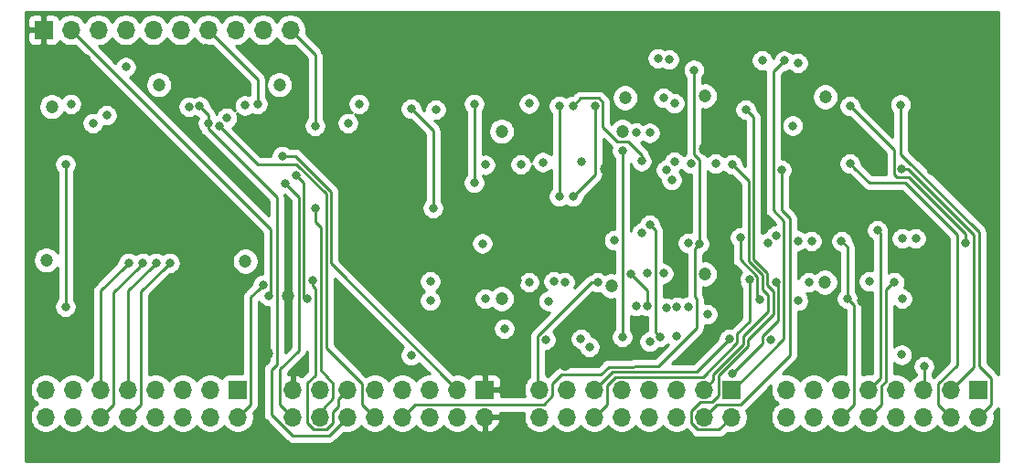
<source format=gbr>
G04 #@! TF.GenerationSoftware,KiCad,Pcbnew,5.1.5+dfsg1-2build2*
G04 #@! TF.CreationDate,2022-05-21T12:29:04-07:00*
G04 #@! TF.ProjectId,ProgramCounter,50726f67-7261-46d4-936f-756e7465722e,rev?*
G04 #@! TF.SameCoordinates,Original*
G04 #@! TF.FileFunction,Copper,L3,Inr*
G04 #@! TF.FilePolarity,Positive*
%FSLAX46Y46*%
G04 Gerber Fmt 4.6, Leading zero omitted, Abs format (unit mm)*
G04 Created by KiCad (PCBNEW 5.1.5+dfsg1-2build2) date 2022-05-21 12:29:04*
%MOMM*%
%LPD*%
G04 APERTURE LIST*
%ADD10O,1.700000X1.700000*%
%ADD11R,1.700000X1.700000*%
%ADD12C,1.200000*%
%ADD13C,0.800000*%
%ADD14C,0.250000*%
%ADD15C,0.254000*%
G04 APERTURE END LIST*
D10*
X75184000Y-52324000D03*
X72644000Y-52324000D03*
X70104000Y-52324000D03*
X67564000Y-52324000D03*
X65024000Y-52324000D03*
X62484000Y-52324000D03*
X59944000Y-52324000D03*
X57404000Y-52324000D03*
X54864000Y-52324000D03*
D11*
X52324000Y-52324000D03*
D10*
X121120000Y-88200000D03*
X121120000Y-85660000D03*
X123660000Y-88200000D03*
X123660000Y-85660000D03*
X126200000Y-88200000D03*
X126200000Y-85660000D03*
X128740000Y-88200000D03*
X128740000Y-85660000D03*
X131280000Y-88200000D03*
X131280000Y-85660000D03*
X133820000Y-88200000D03*
X133820000Y-85660000D03*
X136360000Y-88200000D03*
X136360000Y-85660000D03*
X138900000Y-88200000D03*
D11*
X138900000Y-85660000D03*
D10*
X75400000Y-88200000D03*
X75400000Y-85660000D03*
X77940000Y-88200000D03*
X77940000Y-85660000D03*
X80480000Y-88200000D03*
X80480000Y-85660000D03*
X83020000Y-88200000D03*
X83020000Y-85660000D03*
X85560000Y-88200000D03*
X85560000Y-85660000D03*
X88100000Y-88200000D03*
X88100000Y-85660000D03*
X90640000Y-88200000D03*
X90640000Y-85660000D03*
X93180000Y-88200000D03*
D11*
X93180000Y-85660000D03*
D10*
X52540000Y-88200000D03*
X52540000Y-85660000D03*
X55080000Y-88200000D03*
X55080000Y-85660000D03*
X57620000Y-88200000D03*
X57620000Y-85660000D03*
X60160000Y-88200000D03*
X60160000Y-85660000D03*
X62700000Y-88200000D03*
X62700000Y-85660000D03*
X65240000Y-88200000D03*
X65240000Y-85660000D03*
X67780000Y-88200000D03*
X67780000Y-85660000D03*
X70320000Y-88200000D03*
D11*
X70320000Y-85660000D03*
D10*
X98260000Y-88200000D03*
X98260000Y-85660000D03*
X100800000Y-88200000D03*
X100800000Y-85660000D03*
X103340000Y-88200000D03*
X103340000Y-85660000D03*
X105880000Y-88200000D03*
X105880000Y-85660000D03*
X108420000Y-88200000D03*
X108420000Y-85660000D03*
X110960000Y-88200000D03*
X110960000Y-85660000D03*
X113500000Y-88200000D03*
X113500000Y-85660000D03*
X116040000Y-88200000D03*
D11*
X116040000Y-85660000D03*
D12*
X83566000Y-73678000D03*
X89916000Y-76646000D03*
X117094000Y-54973000D03*
X107041926Y-54655926D03*
X115570000Y-59545000D03*
X104394000Y-65216000D03*
X89877486Y-65052990D03*
X114046000Y-77154000D03*
X128778000Y-54802000D03*
X135636000Y-79186000D03*
X134620000Y-65216000D03*
X116332000Y-75671999D03*
X124385783Y-77571000D03*
X128192574Y-77372426D03*
X113580998Y-63362906D03*
X83820000Y-62992000D03*
X83904002Y-57404000D03*
X61722000Y-62738000D03*
X56134000Y-55118000D03*
X67310000Y-54192990D03*
X78486000Y-54192990D03*
X72989000Y-82296000D03*
X94996000Y-57404000D03*
X90539002Y-59551002D03*
X65532000Y-72644000D03*
X65115000Y-82042000D03*
X124493425Y-63509573D03*
X129819333Y-64958903D03*
X73513463Y-61868537D03*
X125984000Y-83566000D03*
X91694000Y-70358000D03*
X97790000Y-70358000D03*
X96012000Y-75547024D03*
X100584000Y-83312000D03*
X81026000Y-81184000D03*
X61976000Y-66548000D03*
X74930000Y-76962000D03*
X51308000Y-54610000D03*
X51562000Y-66040000D03*
X94742000Y-77234000D03*
X105918000Y-61740000D03*
X113540393Y-58439621D03*
X124714000Y-58528990D03*
X113538000Y-74948000D03*
X124671002Y-75710000D03*
X104902000Y-76055000D03*
X106172000Y-58612028D03*
X62992000Y-57404000D03*
X74168000Y-57404000D03*
X94742000Y-61722000D03*
X71012076Y-73767914D03*
X52578000Y-73660000D03*
X53086000Y-59436000D03*
D13*
X60198002Y-73914000D03*
X61535305Y-73914000D03*
X62738000Y-73914000D03*
X64008000Y-73914000D03*
X72644000Y-75946000D03*
X54356000Y-77978000D03*
X54356000Y-64770000D03*
X77216000Y-75515999D03*
X93217998Y-77234000D03*
X109982000Y-78065166D03*
X112013964Y-77996000D03*
X88138000Y-77408000D03*
X88138000Y-75630000D03*
X107188000Y-77916000D03*
X92964000Y-72117000D03*
X108458000Y-70375994D03*
X109403000Y-80781000D03*
X129540004Y-70884000D03*
X123190000Y-75710002D03*
X128778000Y-75630000D03*
X131101000Y-75710000D03*
X108204000Y-74868000D03*
X133096000Y-71646000D03*
X120142020Y-71392000D03*
X131826000Y-71646000D03*
X112014000Y-72074000D03*
X131826000Y-77233992D03*
X126746000Y-77234000D03*
X126233340Y-71904660D03*
X93218000Y-64825000D03*
X109982000Y-65296000D03*
X133862653Y-83508653D03*
X112268000Y-64708000D03*
X107188000Y-61828000D03*
X88646000Y-59708000D03*
X92201996Y-66485996D03*
X110490000Y-66232000D03*
X92202000Y-59182000D03*
X127000000Y-59374000D03*
X137733842Y-72074000D03*
X131694347Y-59242347D03*
X131821347Y-65211347D03*
X127000000Y-64708000D03*
X109728000Y-58612000D03*
X98806000Y-81044004D03*
X102103340Y-80959340D03*
X99567994Y-75630000D03*
X103632000Y-75710000D03*
X120142000Y-75710000D03*
X116078000Y-84209998D03*
X117696979Y-75496974D03*
X119634000Y-81044000D03*
X115824000Y-80964000D03*
X98552000Y-64589999D03*
X102181989Y-64534009D03*
X100076000Y-59374000D03*
X100076000Y-67756000D03*
X103378000Y-59374000D03*
X101346000Y-67756000D03*
X120904000Y-55173000D03*
X117348000Y-59708000D03*
X120650000Y-65296000D03*
X116078000Y-64788000D03*
X81534000Y-59182000D03*
X77470000Y-68834000D03*
X74676000Y-66527010D03*
X119379999Y-72039620D03*
X107696000Y-71138020D03*
X123444000Y-71900000D03*
X109728000Y-74904990D03*
X122174000Y-71863010D03*
X122189007Y-77410012D03*
X118618000Y-77322010D03*
X116840001Y-71566000D03*
X112546682Y-56032626D03*
X113030000Y-72154001D03*
X110993340Y-77991340D03*
X99091626Y-77447025D03*
X94996000Y-80022001D03*
X110972246Y-80726435D03*
X97282000Y-75710000D03*
X106680000Y-74948000D03*
X108204000Y-77916000D03*
X100584000Y-75710000D03*
X108458000Y-81218000D03*
X102870000Y-81705010D03*
X105918000Y-80790000D03*
X105918000Y-63518000D03*
X118881000Y-55136000D03*
X109220000Y-54951546D03*
X122174000Y-55390000D03*
X110236000Y-55056000D03*
X121702714Y-61195010D03*
X110744000Y-59120006D03*
X110744000Y-64534000D03*
X96520000Y-64788000D03*
X97282000Y-59157000D03*
X108471700Y-61858460D03*
X107697173Y-64490696D03*
X101346000Y-59374000D03*
X74422000Y-64008000D03*
X66784432Y-59399010D03*
X67568660Y-60955340D03*
X68580000Y-61214000D03*
X65785105Y-59436033D03*
X75692000Y-65786000D03*
X76708000Y-77216000D03*
X77470000Y-61214000D03*
X56896000Y-60960000D03*
X58166000Y-60235000D03*
X72136000Y-59182000D03*
X69287108Y-60489000D03*
X54864000Y-59182000D03*
X80518000Y-60960000D03*
X70976207Y-59316488D03*
X59952540Y-55761540D03*
X113792000Y-78678000D03*
X105193000Y-71820000D03*
X114554000Y-64708000D03*
X131789000Y-82430010D03*
X86360000Y-82488000D03*
X86360000Y-59628000D03*
X88392000Y-68834000D03*
X73152000Y-76962000D03*
D14*
X59798003Y-74313999D02*
X60198002Y-73914000D01*
X57620000Y-85660000D02*
X57620000Y-76492002D01*
X57620000Y-76492002D02*
X59798003Y-74313999D01*
X61135306Y-74313999D02*
X61535305Y-73914000D01*
X58795001Y-87024999D02*
X58795001Y-76654304D01*
X57620000Y-88200000D02*
X58795001Y-87024999D01*
X58795001Y-76654304D02*
X61135306Y-74313999D01*
X60160000Y-85660000D02*
X60160000Y-76492000D01*
X62338001Y-74313999D02*
X62738000Y-73914000D01*
X60160000Y-76492000D02*
X62338001Y-74313999D01*
X60160000Y-88200000D02*
X61335001Y-87024999D01*
X61335001Y-87024999D02*
X61335001Y-76586999D01*
X61335001Y-76586999D02*
X63608001Y-74313999D01*
X63608001Y-74313999D02*
X64008000Y-73914000D01*
X71495001Y-77094999D02*
X72244001Y-76345999D01*
X71495001Y-87024999D02*
X71495001Y-77094999D01*
X70320000Y-88200000D02*
X71495001Y-87024999D01*
X72244001Y-76345999D02*
X72644000Y-75946000D01*
X54356000Y-77978000D02*
X54356000Y-64770000D01*
X76764999Y-85033001D02*
X77470000Y-84328000D01*
X76764999Y-88764001D02*
X76764999Y-85033001D01*
X77375999Y-89375001D02*
X76764999Y-88764001D01*
X77470000Y-76335684D02*
X77216000Y-76081684D01*
X78504001Y-89375001D02*
X77375999Y-89375001D01*
X77216000Y-76081684D02*
X77216000Y-75515999D01*
X79115001Y-88764001D02*
X78504001Y-89375001D01*
X77470000Y-84328000D02*
X77470000Y-76335684D01*
X79115001Y-87762999D02*
X79115001Y-88764001D01*
X79630001Y-87247999D02*
X79115001Y-87762999D01*
X79630001Y-86509999D02*
X79630001Y-87247999D01*
X80480000Y-85660000D02*
X79630001Y-86509999D01*
X108458000Y-70375994D02*
X109003000Y-70920994D01*
X109003000Y-70920994D02*
X109003001Y-80381001D01*
X109003001Y-80381001D02*
X109403000Y-80781000D01*
X129239001Y-85160999D02*
X128740000Y-85660000D01*
X129794000Y-84606000D02*
X129239001Y-85160999D01*
X129794000Y-71137996D02*
X129794000Y-84606000D01*
X129540004Y-70884000D02*
X129794000Y-71137996D01*
X129915001Y-87024999D02*
X128740000Y-88200000D01*
X129915001Y-85285997D02*
X129915001Y-87024999D01*
X130302000Y-84898998D02*
X129915001Y-85285997D01*
X130302000Y-76392000D02*
X130302000Y-84898998D01*
X130984000Y-75710000D02*
X130302000Y-76392000D01*
X131101000Y-75710000D02*
X130984000Y-75710000D01*
X126746000Y-72417320D02*
X126746000Y-77234000D01*
X126233340Y-71904660D02*
X126746000Y-72417320D01*
X127375001Y-77863001D02*
X126746000Y-77234000D01*
X127375001Y-87024999D02*
X127375001Y-77863001D01*
X126200000Y-88200000D02*
X127375001Y-87024999D01*
X133862653Y-85617347D02*
X133820000Y-85660000D01*
X133862653Y-83508653D02*
X133862653Y-85617347D01*
X92201996Y-59182004D02*
X92202000Y-59182000D01*
X92201996Y-66485996D02*
X92201996Y-59182004D01*
X132459590Y-65978000D02*
X137724999Y-71243409D01*
X131318000Y-65978000D02*
X132459590Y-65978000D01*
X131064000Y-65724000D02*
X131318000Y-65978000D01*
X131064000Y-63438000D02*
X131064000Y-65724000D01*
X127000000Y-59374000D02*
X131064000Y-63438000D01*
X137724999Y-72065157D02*
X137733842Y-72074000D01*
X137724999Y-71243409D02*
X137724999Y-72065157D01*
X138938000Y-71058000D02*
X131694347Y-63814347D01*
X138938000Y-83504000D02*
X138938000Y-71058000D01*
X140075001Y-87024999D02*
X140075001Y-84641001D01*
X131694347Y-63814347D02*
X131694347Y-59242347D01*
X140075001Y-84641001D02*
X138938000Y-83504000D01*
X138900000Y-88200000D02*
X140075001Y-87024999D01*
X131821347Y-65211347D02*
X132387032Y-65211347D01*
X138458842Y-71283158D02*
X138458842Y-83561158D01*
X132387032Y-65211347D02*
X138458842Y-71283158D01*
X138458842Y-83561158D02*
X136360000Y-85660000D01*
X132081411Y-66487411D02*
X136906000Y-71312000D01*
X128776589Y-66487411D02*
X132081411Y-66487411D01*
X127399999Y-65110821D02*
X128776589Y-66487411D01*
X127399999Y-65107999D02*
X127399999Y-65110821D01*
X127000000Y-64708000D02*
X127399999Y-65107999D01*
X135184999Y-87024999D02*
X136360000Y-88200000D01*
X135184999Y-85095999D02*
X135184999Y-87024999D01*
X136906000Y-83374998D02*
X135184999Y-85095999D01*
X136906000Y-71312000D02*
X136906000Y-83374998D01*
X98080999Y-80695316D02*
X103066315Y-75710000D01*
X98080999Y-85480999D02*
X98080999Y-80695316D01*
X103066315Y-75710000D02*
X103632000Y-75710000D01*
X98260000Y-85660000D02*
X98080999Y-85480999D01*
X120142000Y-75710000D02*
X120338010Y-75906010D01*
X118908999Y-80695999D02*
X118908999Y-81378999D01*
X118908999Y-81378999D02*
X116078000Y-84209998D01*
X120338010Y-75906010D02*
X120338010Y-79266988D01*
X120338010Y-79266988D02*
X118908999Y-80695999D01*
X117824374Y-75496974D02*
X117696979Y-75496974D01*
X117856000Y-75528600D02*
X117824374Y-75496974D01*
X104515001Y-85285997D02*
X104515001Y-87024999D01*
X104515001Y-87024999D02*
X103340000Y-88200000D01*
X113376003Y-84484999D02*
X105315999Y-84484999D01*
X105315999Y-84484999D02*
X104515001Y-85285997D01*
X116549001Y-81312001D02*
X113376003Y-84484999D01*
X116549001Y-80492999D02*
X116549001Y-81312001D01*
X117696979Y-79345021D02*
X116549001Y-80492999D01*
X117696979Y-75496974D02*
X117696979Y-79345021D01*
X112776000Y-84012000D02*
X115824000Y-80964000D01*
X104988000Y-84012000D02*
X112776000Y-84012000D01*
X103340000Y-85660000D02*
X104988000Y-84012000D01*
X100076000Y-59374000D02*
X100076000Y-67756000D01*
X103378000Y-65724000D02*
X101346000Y-67756000D01*
X103378000Y-59374000D02*
X103378000Y-65724000D01*
X116208000Y-85660000D02*
X116040000Y-85660000D01*
X120867021Y-81000979D02*
X116208000Y-85660000D01*
X120867021Y-70005021D02*
X120867021Y-81000979D01*
X119888000Y-69026000D02*
X120867021Y-70005021D01*
X119888000Y-56189000D02*
X119888000Y-69026000D01*
X120904000Y-55173000D02*
X119888000Y-56189000D01*
X113125997Y-86835001D02*
X114228589Y-86835001D01*
X112935999Y-89375001D02*
X112324999Y-88764001D01*
X114864999Y-89375001D02*
X112935999Y-89375001D01*
X114864999Y-84349995D02*
X117544010Y-81670984D01*
X118052010Y-73551321D02*
X118052010Y-60412010D01*
X119322010Y-75963012D02*
X119322010Y-74821321D01*
X119322010Y-74821321D02*
X118052010Y-73551321D01*
X119887999Y-76529001D02*
X119322010Y-75963012D01*
X118052010Y-60412010D02*
X117348000Y-59708000D01*
X117544010Y-81021990D02*
X119887999Y-78678001D01*
X117544010Y-81670984D02*
X117544010Y-81021990D01*
X114864999Y-86198591D02*
X114864999Y-84349995D01*
X114228589Y-86835001D02*
X114864999Y-86198591D01*
X116040000Y-88200000D02*
X114864999Y-89375001D01*
X112324999Y-87635999D02*
X113125997Y-86835001D01*
X119887999Y-78678001D02*
X119887999Y-76529001D01*
X112324999Y-88764001D02*
X112324999Y-87635999D01*
X120650000Y-69026000D02*
X120650000Y-65296000D01*
X121448999Y-69824999D02*
X120650000Y-69026000D01*
X121448999Y-82451001D02*
X121448999Y-69824999D01*
X116875001Y-87024999D02*
X121448999Y-82451001D01*
X114675001Y-87024999D02*
X116875001Y-87024999D01*
X113500000Y-88200000D02*
X114675001Y-87024999D01*
X118871999Y-75007721D02*
X118872000Y-76392000D01*
X117601999Y-66311999D02*
X117601999Y-73737721D01*
X117094000Y-80710000D02*
X117094000Y-81484583D01*
X119380000Y-78424000D02*
X117094000Y-80710000D01*
X117094000Y-81484583D02*
X114349999Y-84228584D01*
X114349999Y-84228584D02*
X114349999Y-84810001D01*
X117601999Y-73737721D02*
X118871999Y-75007721D01*
X118872000Y-76392000D02*
X119380000Y-76900000D01*
X114349999Y-84810001D02*
X113500000Y-85660000D01*
X116078000Y-64788000D02*
X117601999Y-66311999D01*
X119380000Y-76900000D02*
X119380000Y-78424000D01*
X78232000Y-87908000D02*
X77940000Y-88200000D01*
X78232000Y-87376000D02*
X78232000Y-87908000D01*
X79115001Y-86492999D02*
X78232000Y-87376000D01*
X79115001Y-85095999D02*
X79115001Y-86492999D01*
X77978000Y-83820000D02*
X79115001Y-85095999D01*
X77978000Y-70612000D02*
X77978000Y-83820000D01*
X77470000Y-70104000D02*
X77978000Y-70612000D01*
X77470000Y-68834000D02*
X77470000Y-70104000D01*
X75956495Y-82031505D02*
X75956495Y-67807505D01*
X74224999Y-83763001D02*
X75956495Y-82031505D01*
X74224999Y-87024999D02*
X74224999Y-83763001D01*
X75956495Y-67807505D02*
X74676000Y-66527010D01*
X75400000Y-88200000D02*
X74224999Y-87024999D01*
X118421989Y-75194121D02*
X116840001Y-73612133D01*
X118618000Y-77322010D02*
X118421989Y-77125999D01*
X116840001Y-73612133D02*
X116840001Y-71566000D01*
X118421989Y-77125999D02*
X118421989Y-75194121D01*
X113030000Y-64323000D02*
X113030000Y-72154001D01*
X112546682Y-63839682D02*
X113030000Y-64323000D01*
X112546682Y-56032626D02*
X112546682Y-63839682D01*
X86735001Y-87024999D02*
X85560000Y-88200000D01*
X112612999Y-72571002D02*
X112612999Y-77072499D01*
X112612999Y-77072499D02*
X112776000Y-77235500D01*
X113030000Y-72154001D02*
X112612999Y-72571002D01*
X99435001Y-86224001D02*
X98634003Y-87024999D01*
X98634003Y-87024999D02*
X86735001Y-87024999D01*
X112776000Y-77235500D02*
X112776000Y-79948000D01*
X112776000Y-79948000D02*
X109220000Y-83504000D01*
X99435001Y-85095999D02*
X99435001Y-86224001D01*
X103949500Y-84264500D02*
X104648000Y-83566000D01*
X100266500Y-84264500D02*
X103949500Y-84264500D01*
X109220000Y-83504000D02*
X104648000Y-83566000D01*
X100266500Y-84264500D02*
X99435001Y-85095999D01*
X108204000Y-76472000D02*
X108204000Y-77916000D01*
X106680000Y-74948000D02*
X108204000Y-76472000D01*
X105918000Y-63518000D02*
X105918000Y-80790000D01*
X103726001Y-58648999D02*
X102071001Y-58648999D01*
X104103001Y-59025999D02*
X103726001Y-58648999D01*
X104103001Y-61294003D02*
X104103001Y-59025999D01*
X105473999Y-62665001D02*
X104103001Y-61294003D01*
X106437163Y-62665001D02*
X105473999Y-62665001D01*
X102071001Y-58648999D02*
X101346000Y-59374000D01*
X107697173Y-63925011D02*
X106437163Y-62665001D01*
X107697173Y-64490696D02*
X107697173Y-63925011D01*
X78936011Y-67299608D02*
X75644402Y-64008000D01*
X90640000Y-85660000D02*
X78936011Y-73956011D01*
X75644402Y-64008000D02*
X74422000Y-64008000D01*
X78936011Y-73956011D02*
X78936011Y-67299608D01*
X66784432Y-59399010D02*
X67568660Y-60183238D01*
X67568660Y-60183238D02*
X67568660Y-60955340D01*
X67568660Y-61521025D02*
X67568660Y-60955340D01*
X73914000Y-67866365D02*
X67568660Y-61521025D01*
X73406000Y-83820000D02*
X73914000Y-83312000D01*
X73914000Y-83312000D02*
X73914000Y-67866365D01*
X73406000Y-87945002D02*
X73406000Y-83820000D01*
X75376998Y-89916000D02*
X73406000Y-87945002D01*
X78764000Y-89916000D02*
X75376998Y-89916000D01*
X80480000Y-88200000D02*
X78764000Y-89916000D01*
X81844999Y-87024999D02*
X83020000Y-88200000D01*
X81844999Y-85146999D02*
X81844999Y-87024999D01*
X78486000Y-81788000D02*
X81844999Y-85146999D01*
X78486000Y-67486008D02*
X78486000Y-81788000D01*
X75769992Y-64770000D02*
X78486000Y-67486008D01*
X72136000Y-64770000D02*
X75769992Y-64770000D01*
X68580000Y-61214000D02*
X72136000Y-64770000D01*
X76454000Y-77216000D02*
X76406505Y-77168505D01*
X76708000Y-77216000D02*
X76454000Y-77216000D01*
X76406505Y-66500505D02*
X75692000Y-65786000D01*
X76406505Y-77168505D02*
X76406505Y-66500505D01*
X77470000Y-54610000D02*
X77470000Y-61214000D01*
X75184000Y-52324000D02*
X77470000Y-54610000D01*
X72136000Y-56896000D02*
X67564000Y-52324000D01*
X72136000Y-59182000D02*
X72136000Y-56896000D01*
X88392000Y-68268315D02*
X88392000Y-68834000D01*
X86360000Y-59628000D02*
X88392000Y-61660000D01*
X88392000Y-61660000D02*
X88392000Y-68268315D01*
X54864000Y-52324000D02*
X73152000Y-70612000D01*
X73369001Y-76744999D02*
X73152000Y-76962000D01*
X73369001Y-70829001D02*
X73369001Y-76744999D01*
X73152000Y-70612000D02*
X73369001Y-70829001D01*
D15*
G36*
X140755001Y-84300961D02*
G01*
X140709975Y-84216725D01*
X140615002Y-84101000D01*
X140586004Y-84077202D01*
X139698000Y-83189199D01*
X139698000Y-71095322D01*
X139701676Y-71057999D01*
X139698000Y-71020676D01*
X139698000Y-71020667D01*
X139687003Y-70909014D01*
X139643546Y-70765753D01*
X139572974Y-70633724D01*
X139478001Y-70517999D01*
X139449003Y-70494201D01*
X132454347Y-63499546D01*
X132454347Y-59946058D01*
X132498284Y-59902121D01*
X132611552Y-59732603D01*
X132689573Y-59544245D01*
X132729347Y-59344286D01*
X132729347Y-59140408D01*
X132689573Y-58940449D01*
X132611552Y-58752091D01*
X132498284Y-58582573D01*
X132354121Y-58438410D01*
X132184603Y-58325142D01*
X131996245Y-58247121D01*
X131796286Y-58207347D01*
X131592408Y-58207347D01*
X131392449Y-58247121D01*
X131204091Y-58325142D01*
X131034573Y-58438410D01*
X130890410Y-58582573D01*
X130777142Y-58752091D01*
X130699121Y-58940449D01*
X130659347Y-59140408D01*
X130659347Y-59344286D01*
X130699121Y-59544245D01*
X130777142Y-59732603D01*
X130890410Y-59902121D01*
X130934348Y-59946059D01*
X130934347Y-62233546D01*
X128035000Y-59334199D01*
X128035000Y-59272061D01*
X127995226Y-59072102D01*
X127917205Y-58883744D01*
X127803937Y-58714226D01*
X127659774Y-58570063D01*
X127490256Y-58456795D01*
X127301898Y-58378774D01*
X127101939Y-58339000D01*
X126898061Y-58339000D01*
X126698102Y-58378774D01*
X126509744Y-58456795D01*
X126340226Y-58570063D01*
X126196063Y-58714226D01*
X126082795Y-58883744D01*
X126004774Y-59072102D01*
X125965000Y-59272061D01*
X125965000Y-59475939D01*
X126004774Y-59675898D01*
X126082795Y-59864256D01*
X126196063Y-60033774D01*
X126340226Y-60177937D01*
X126509744Y-60291205D01*
X126698102Y-60369226D01*
X126898061Y-60409000D01*
X126960199Y-60409000D01*
X130304000Y-63752802D01*
X130304001Y-65686668D01*
X130300324Y-65724000D01*
X130300660Y-65727411D01*
X129091391Y-65727411D01*
X128035000Y-64671021D01*
X128035000Y-64606061D01*
X127995226Y-64406102D01*
X127917205Y-64217744D01*
X127803937Y-64048226D01*
X127659774Y-63904063D01*
X127490256Y-63790795D01*
X127301898Y-63712774D01*
X127101939Y-63673000D01*
X126898061Y-63673000D01*
X126698102Y-63712774D01*
X126509744Y-63790795D01*
X126340226Y-63904063D01*
X126196063Y-64048226D01*
X126082795Y-64217744D01*
X126004774Y-64406102D01*
X125965000Y-64606061D01*
X125965000Y-64809939D01*
X126004774Y-65009898D01*
X126082795Y-65198256D01*
X126196063Y-65367774D01*
X126340226Y-65511937D01*
X126509744Y-65625205D01*
X126698102Y-65703226D01*
X126898061Y-65743000D01*
X126957377Y-65743000D01*
X128212789Y-66998413D01*
X128236588Y-67027412D01*
X128352313Y-67122385D01*
X128484342Y-67192957D01*
X128627603Y-67236414D01*
X128739256Y-67247411D01*
X128739265Y-67247411D01*
X128776588Y-67251087D01*
X128813911Y-67247411D01*
X131766610Y-67247411D01*
X136146000Y-71626802D01*
X136146001Y-83060195D01*
X134726492Y-84479705D01*
X134622653Y-84410321D01*
X134622653Y-84212364D01*
X134666590Y-84168427D01*
X134779858Y-83998909D01*
X134857879Y-83810551D01*
X134897653Y-83610592D01*
X134897653Y-83406714D01*
X134857879Y-83206755D01*
X134779858Y-83018397D01*
X134666590Y-82848879D01*
X134522427Y-82704716D01*
X134352909Y-82591448D01*
X134164551Y-82513427D01*
X133964592Y-82473653D01*
X133760714Y-82473653D01*
X133560755Y-82513427D01*
X133372397Y-82591448D01*
X133202879Y-82704716D01*
X133058716Y-82848879D01*
X132945448Y-83018397D01*
X132867427Y-83206755D01*
X132827653Y-83406714D01*
X132827653Y-83610592D01*
X132867427Y-83810551D01*
X132945448Y-83998909D01*
X133058716Y-84168427D01*
X133102653Y-84212364D01*
X133102653Y-84353321D01*
X132873368Y-84506525D01*
X132666525Y-84713368D01*
X132550000Y-84887760D01*
X132433475Y-84713368D01*
X132226632Y-84506525D01*
X131983411Y-84344010D01*
X131713158Y-84232068D01*
X131426260Y-84175000D01*
X131133740Y-84175000D01*
X131062000Y-84189270D01*
X131062000Y-83166721D01*
X131129226Y-83233947D01*
X131298744Y-83347215D01*
X131487102Y-83425236D01*
X131687061Y-83465010D01*
X131890939Y-83465010D01*
X132090898Y-83425236D01*
X132279256Y-83347215D01*
X132448774Y-83233947D01*
X132592937Y-83089784D01*
X132706205Y-82920266D01*
X132784226Y-82731908D01*
X132824000Y-82531949D01*
X132824000Y-82328071D01*
X132784226Y-82128112D01*
X132706205Y-81939754D01*
X132592937Y-81770236D01*
X132448774Y-81626073D01*
X132279256Y-81512805D01*
X132090898Y-81434784D01*
X131890939Y-81395010D01*
X131687061Y-81395010D01*
X131487102Y-81434784D01*
X131298744Y-81512805D01*
X131129226Y-81626073D01*
X131062000Y-81693299D01*
X131062000Y-77933703D01*
X131166226Y-78037929D01*
X131335744Y-78151197D01*
X131524102Y-78229218D01*
X131724061Y-78268992D01*
X131927939Y-78268992D01*
X132127898Y-78229218D01*
X132316256Y-78151197D01*
X132485774Y-78037929D01*
X132629937Y-77893766D01*
X132743205Y-77724248D01*
X132821226Y-77535890D01*
X132861000Y-77335931D01*
X132861000Y-77132053D01*
X132821226Y-76932094D01*
X132743205Y-76743736D01*
X132629937Y-76574218D01*
X132485774Y-76430055D01*
X132316256Y-76316787D01*
X132127898Y-76238766D01*
X132008361Y-76214989D01*
X132018205Y-76200256D01*
X132096226Y-76011898D01*
X132136000Y-75811939D01*
X132136000Y-75608061D01*
X132096226Y-75408102D01*
X132018205Y-75219744D01*
X131904937Y-75050226D01*
X131760774Y-74906063D01*
X131591256Y-74792795D01*
X131402898Y-74714774D01*
X131202939Y-74675000D01*
X130999061Y-74675000D01*
X130799102Y-74714774D01*
X130610744Y-74792795D01*
X130554000Y-74830710D01*
X130554000Y-71544061D01*
X130791000Y-71544061D01*
X130791000Y-71747939D01*
X130830774Y-71947898D01*
X130908795Y-72136256D01*
X131022063Y-72305774D01*
X131166226Y-72449937D01*
X131335744Y-72563205D01*
X131524102Y-72641226D01*
X131724061Y-72681000D01*
X131927939Y-72681000D01*
X132127898Y-72641226D01*
X132316256Y-72563205D01*
X132461000Y-72466490D01*
X132605744Y-72563205D01*
X132794102Y-72641226D01*
X132994061Y-72681000D01*
X133197939Y-72681000D01*
X133397898Y-72641226D01*
X133586256Y-72563205D01*
X133755774Y-72449937D01*
X133899937Y-72305774D01*
X134013205Y-72136256D01*
X134091226Y-71947898D01*
X134131000Y-71747939D01*
X134131000Y-71544061D01*
X134091226Y-71344102D01*
X134013205Y-71155744D01*
X133899937Y-70986226D01*
X133755774Y-70842063D01*
X133586256Y-70728795D01*
X133397898Y-70650774D01*
X133197939Y-70611000D01*
X132994061Y-70611000D01*
X132794102Y-70650774D01*
X132605744Y-70728795D01*
X132461000Y-70825510D01*
X132316256Y-70728795D01*
X132127898Y-70650774D01*
X131927939Y-70611000D01*
X131724061Y-70611000D01*
X131524102Y-70650774D01*
X131335744Y-70728795D01*
X131166226Y-70842063D01*
X131022063Y-70986226D01*
X130908795Y-71155744D01*
X130830774Y-71344102D01*
X130791000Y-71544061D01*
X130554000Y-71544061D01*
X130554000Y-71175329D01*
X130557677Y-71137996D01*
X130553399Y-71094557D01*
X130575004Y-70985939D01*
X130575004Y-70782061D01*
X130535230Y-70582102D01*
X130457209Y-70393744D01*
X130343941Y-70224226D01*
X130199778Y-70080063D01*
X130030260Y-69966795D01*
X129841902Y-69888774D01*
X129641943Y-69849000D01*
X129438065Y-69849000D01*
X129238106Y-69888774D01*
X129049748Y-69966795D01*
X128880230Y-70080063D01*
X128736067Y-70224226D01*
X128622799Y-70393744D01*
X128544778Y-70582102D01*
X128505004Y-70782061D01*
X128505004Y-70985939D01*
X128544778Y-71185898D01*
X128622799Y-71374256D01*
X128736067Y-71543774D01*
X128880230Y-71687937D01*
X129034000Y-71790683D01*
X129034000Y-74625644D01*
X128879939Y-74595000D01*
X128676061Y-74595000D01*
X128476102Y-74634774D01*
X128287744Y-74712795D01*
X128118226Y-74826063D01*
X127974063Y-74970226D01*
X127860795Y-75139744D01*
X127782774Y-75328102D01*
X127743000Y-75528061D01*
X127743000Y-75731939D01*
X127782774Y-75931898D01*
X127860795Y-76120256D01*
X127974063Y-76289774D01*
X128118226Y-76433937D01*
X128287744Y-76547205D01*
X128476102Y-76625226D01*
X128676061Y-76665000D01*
X128879939Y-76665000D01*
X129034000Y-76634356D01*
X129034001Y-84204388D01*
X128886260Y-84175000D01*
X128593740Y-84175000D01*
X128306842Y-84232068D01*
X128135001Y-84303247D01*
X128135001Y-77900326D01*
X128138677Y-77863001D01*
X128135001Y-77825676D01*
X128135001Y-77825668D01*
X128124004Y-77714015D01*
X128080547Y-77570754D01*
X128009975Y-77438725D01*
X127915002Y-77323000D01*
X127886003Y-77299201D01*
X127781000Y-77194198D01*
X127781000Y-77132061D01*
X127741226Y-76932102D01*
X127663205Y-76743744D01*
X127549937Y-76574226D01*
X127506000Y-76530289D01*
X127506000Y-72454645D01*
X127509676Y-72417320D01*
X127506000Y-72379995D01*
X127506000Y-72379987D01*
X127495003Y-72268334D01*
X127451546Y-72125073D01*
X127380974Y-71993044D01*
X127286001Y-71877319D01*
X127268340Y-71862825D01*
X127268340Y-71802721D01*
X127228566Y-71602762D01*
X127150545Y-71414404D01*
X127037277Y-71244886D01*
X126893114Y-71100723D01*
X126723596Y-70987455D01*
X126535238Y-70909434D01*
X126335279Y-70869660D01*
X126131401Y-70869660D01*
X125931442Y-70909434D01*
X125743084Y-70987455D01*
X125573566Y-71100723D01*
X125429403Y-71244886D01*
X125316135Y-71414404D01*
X125238114Y-71602762D01*
X125198340Y-71802721D01*
X125198340Y-72006599D01*
X125238114Y-72206558D01*
X125316135Y-72394916D01*
X125429403Y-72564434D01*
X125573566Y-72708597D01*
X125743084Y-72821865D01*
X125931442Y-72899886D01*
X125986000Y-72910738D01*
X125986001Y-76530288D01*
X125942063Y-76574226D01*
X125828795Y-76743744D01*
X125750774Y-76932102D01*
X125711000Y-77132061D01*
X125711000Y-77335939D01*
X125750774Y-77535898D01*
X125828795Y-77724256D01*
X125942063Y-77893774D01*
X126086226Y-78037937D01*
X126255744Y-78151205D01*
X126444102Y-78229226D01*
X126615002Y-78263220D01*
X126615001Y-84228456D01*
X126346260Y-84175000D01*
X126053740Y-84175000D01*
X125766842Y-84232068D01*
X125496589Y-84344010D01*
X125253368Y-84506525D01*
X125046525Y-84713368D01*
X124930000Y-84887760D01*
X124813475Y-84713368D01*
X124606632Y-84506525D01*
X124363411Y-84344010D01*
X124093158Y-84232068D01*
X123806260Y-84175000D01*
X123513740Y-84175000D01*
X123226842Y-84232068D01*
X122956589Y-84344010D01*
X122713368Y-84506525D01*
X122506525Y-84713368D01*
X122390000Y-84887760D01*
X122273475Y-84713368D01*
X122066632Y-84506525D01*
X121823411Y-84344010D01*
X121553158Y-84232068D01*
X121266260Y-84175000D01*
X120973740Y-84175000D01*
X120756612Y-84218190D01*
X121960003Y-83014799D01*
X121989000Y-82991002D01*
X122047052Y-82920266D01*
X122083973Y-82875278D01*
X122154545Y-82743248D01*
X122167592Y-82700236D01*
X122198002Y-82599987D01*
X122208999Y-82488334D01*
X122208999Y-82488324D01*
X122212675Y-82451002D01*
X122208999Y-82413679D01*
X122208999Y-78445012D01*
X122290946Y-78445012D01*
X122490905Y-78405238D01*
X122679263Y-78327217D01*
X122848781Y-78213949D01*
X122992944Y-78069786D01*
X123106212Y-77900268D01*
X123184233Y-77711910D01*
X123224007Y-77511951D01*
X123224007Y-77308073D01*
X123184233Y-77108114D01*
X123106212Y-76919756D01*
X122992944Y-76750238D01*
X122962790Y-76720084D01*
X123088061Y-76745002D01*
X123291939Y-76745002D01*
X123491898Y-76705228D01*
X123680256Y-76627207D01*
X123777008Y-76562560D01*
X123883735Y-76669287D01*
X124086010Y-76804443D01*
X124310766Y-76897540D01*
X124549365Y-76945000D01*
X124792639Y-76945000D01*
X125031238Y-76897540D01*
X125255994Y-76804443D01*
X125458269Y-76669287D01*
X125630289Y-76497267D01*
X125765445Y-76294992D01*
X125858542Y-76070236D01*
X125906002Y-75831637D01*
X125906002Y-75588363D01*
X125858542Y-75349764D01*
X125765445Y-75125008D01*
X125630289Y-74922733D01*
X125458269Y-74750713D01*
X125255994Y-74615557D01*
X125031238Y-74522460D01*
X124792639Y-74475000D01*
X124549365Y-74475000D01*
X124310766Y-74522460D01*
X124086010Y-74615557D01*
X123883735Y-74750713D01*
X123777005Y-74857443D01*
X123680256Y-74792797D01*
X123491898Y-74714776D01*
X123291939Y-74675002D01*
X123088061Y-74675002D01*
X122888102Y-74714776D01*
X122699744Y-74792797D01*
X122530226Y-74906065D01*
X122386063Y-75050228D01*
X122272795Y-75219746D01*
X122208999Y-75373762D01*
X122208999Y-72898010D01*
X122275939Y-72898010D01*
X122475898Y-72858236D01*
X122664256Y-72780215D01*
X122781898Y-72701609D01*
X122784226Y-72703937D01*
X122953744Y-72817205D01*
X123142102Y-72895226D01*
X123342061Y-72935000D01*
X123545939Y-72935000D01*
X123745898Y-72895226D01*
X123934256Y-72817205D01*
X124103774Y-72703937D01*
X124247937Y-72559774D01*
X124361205Y-72390256D01*
X124439226Y-72201898D01*
X124479000Y-72001939D01*
X124479000Y-71798061D01*
X124439226Y-71598102D01*
X124361205Y-71409744D01*
X124247937Y-71240226D01*
X124103774Y-71096063D01*
X123934256Y-70982795D01*
X123745898Y-70904774D01*
X123545939Y-70865000D01*
X123342061Y-70865000D01*
X123142102Y-70904774D01*
X122953744Y-70982795D01*
X122836102Y-71061401D01*
X122833774Y-71059073D01*
X122664256Y-70945805D01*
X122475898Y-70867784D01*
X122275939Y-70828010D01*
X122208999Y-70828010D01*
X122208999Y-69862321D01*
X122212675Y-69824998D01*
X122208999Y-69787675D01*
X122208999Y-69787666D01*
X122198002Y-69676013D01*
X122154545Y-69532752D01*
X122083973Y-69400723D01*
X121989000Y-69284998D01*
X121960001Y-69261200D01*
X121410000Y-68711199D01*
X121410000Y-65999711D01*
X121453937Y-65955774D01*
X121567205Y-65786256D01*
X121645226Y-65597898D01*
X121685000Y-65397939D01*
X121685000Y-65194061D01*
X121645226Y-64994102D01*
X121567205Y-64805744D01*
X121453937Y-64636226D01*
X121309774Y-64492063D01*
X121140256Y-64378795D01*
X120951898Y-64300774D01*
X120751939Y-64261000D01*
X120648000Y-64261000D01*
X120648000Y-61093071D01*
X120667714Y-61093071D01*
X120667714Y-61296949D01*
X120707488Y-61496908D01*
X120785509Y-61685266D01*
X120898777Y-61854784D01*
X121042940Y-61998947D01*
X121212458Y-62112215D01*
X121400816Y-62190236D01*
X121600775Y-62230010D01*
X121804653Y-62230010D01*
X122004612Y-62190236D01*
X122192970Y-62112215D01*
X122362488Y-61998947D01*
X122506651Y-61854784D01*
X122619919Y-61685266D01*
X122697940Y-61496908D01*
X122737714Y-61296949D01*
X122737714Y-61093071D01*
X122697940Y-60893112D01*
X122619919Y-60704754D01*
X122506651Y-60535236D01*
X122362488Y-60391073D01*
X122192970Y-60277805D01*
X122004612Y-60199784D01*
X121804653Y-60160010D01*
X121600775Y-60160010D01*
X121400816Y-60199784D01*
X121212458Y-60277805D01*
X121042940Y-60391073D01*
X120898777Y-60535236D01*
X120785509Y-60704754D01*
X120707488Y-60893112D01*
X120667714Y-61093071D01*
X120648000Y-61093071D01*
X120648000Y-58407353D01*
X123479000Y-58407353D01*
X123479000Y-58650627D01*
X123526460Y-58889226D01*
X123619557Y-59113982D01*
X123754713Y-59316257D01*
X123926733Y-59488277D01*
X124129008Y-59623433D01*
X124353764Y-59716530D01*
X124592363Y-59763990D01*
X124835637Y-59763990D01*
X125074236Y-59716530D01*
X125298992Y-59623433D01*
X125501267Y-59488277D01*
X125673287Y-59316257D01*
X125808443Y-59113982D01*
X125901540Y-58889226D01*
X125949000Y-58650627D01*
X125949000Y-58407353D01*
X125901540Y-58168754D01*
X125808443Y-57943998D01*
X125673287Y-57741723D01*
X125501267Y-57569703D01*
X125298992Y-57434547D01*
X125074236Y-57341450D01*
X124835637Y-57293990D01*
X124592363Y-57293990D01*
X124353764Y-57341450D01*
X124129008Y-57434547D01*
X123926733Y-57569703D01*
X123754713Y-57741723D01*
X123619557Y-57943998D01*
X123526460Y-58168754D01*
X123479000Y-58407353D01*
X120648000Y-58407353D01*
X120648000Y-56503801D01*
X120943802Y-56208000D01*
X121005939Y-56208000D01*
X121205898Y-56168226D01*
X121394256Y-56090205D01*
X121403990Y-56083701D01*
X121514226Y-56193937D01*
X121683744Y-56307205D01*
X121872102Y-56385226D01*
X122072061Y-56425000D01*
X122275939Y-56425000D01*
X122475898Y-56385226D01*
X122664256Y-56307205D01*
X122833774Y-56193937D01*
X122977937Y-56049774D01*
X123091205Y-55880256D01*
X123169226Y-55691898D01*
X123209000Y-55491939D01*
X123209000Y-55288061D01*
X123169226Y-55088102D01*
X123091205Y-54899744D01*
X122977937Y-54730226D01*
X122833774Y-54586063D01*
X122664256Y-54472795D01*
X122475898Y-54394774D01*
X122275939Y-54355000D01*
X122072061Y-54355000D01*
X121872102Y-54394774D01*
X121683744Y-54472795D01*
X121674010Y-54479299D01*
X121563774Y-54369063D01*
X121394256Y-54255795D01*
X121205898Y-54177774D01*
X121005939Y-54138000D01*
X120802061Y-54138000D01*
X120602102Y-54177774D01*
X120413744Y-54255795D01*
X120244226Y-54369063D01*
X120100063Y-54513226D01*
X119986795Y-54682744D01*
X119908774Y-54871102D01*
X119896180Y-54934418D01*
X119876226Y-54834102D01*
X119798205Y-54645744D01*
X119684937Y-54476226D01*
X119540774Y-54332063D01*
X119371256Y-54218795D01*
X119182898Y-54140774D01*
X118982939Y-54101000D01*
X118779061Y-54101000D01*
X118579102Y-54140774D01*
X118390744Y-54218795D01*
X118221226Y-54332063D01*
X118077063Y-54476226D01*
X117963795Y-54645744D01*
X117885774Y-54834102D01*
X117846000Y-55034061D01*
X117846000Y-55237939D01*
X117885774Y-55437898D01*
X117963795Y-55626256D01*
X118077063Y-55795774D01*
X118221226Y-55939937D01*
X118390744Y-56053205D01*
X118579102Y-56131226D01*
X118779061Y-56171000D01*
X118982939Y-56171000D01*
X119128957Y-56141956D01*
X119128000Y-56151668D01*
X119128000Y-56151678D01*
X119124324Y-56189000D01*
X119128000Y-56226322D01*
X119128001Y-68988668D01*
X119124324Y-69026000D01*
X119138998Y-69174985D01*
X119182454Y-69318246D01*
X119253026Y-69450276D01*
X119288925Y-69494018D01*
X119348000Y-69566001D01*
X119376998Y-69589799D01*
X120107021Y-70319823D01*
X120107021Y-70357000D01*
X120040081Y-70357000D01*
X119840122Y-70396774D01*
X119651764Y-70474795D01*
X119482246Y-70588063D01*
X119338083Y-70732226D01*
X119224815Y-70901744D01*
X119173595Y-71025399D01*
X119078101Y-71044394D01*
X118889743Y-71122415D01*
X118812010Y-71174354D01*
X118812010Y-60449332D01*
X118815686Y-60412009D01*
X118812010Y-60374686D01*
X118812010Y-60374677D01*
X118801013Y-60263024D01*
X118757556Y-60119763D01*
X118686984Y-59987734D01*
X118652469Y-59945677D01*
X118615809Y-59901006D01*
X118615805Y-59901002D01*
X118592011Y-59872009D01*
X118563018Y-59848215D01*
X118383000Y-59668198D01*
X118383000Y-59606061D01*
X118343226Y-59406102D01*
X118265205Y-59217744D01*
X118151937Y-59048226D01*
X118007774Y-58904063D01*
X117838256Y-58790795D01*
X117649898Y-58712774D01*
X117449939Y-58673000D01*
X117246061Y-58673000D01*
X117046102Y-58712774D01*
X116857744Y-58790795D01*
X116688226Y-58904063D01*
X116544063Y-59048226D01*
X116430795Y-59217744D01*
X116352774Y-59406102D01*
X116313000Y-59606061D01*
X116313000Y-59809939D01*
X116352774Y-60009898D01*
X116430795Y-60198256D01*
X116544063Y-60367774D01*
X116688226Y-60511937D01*
X116857744Y-60625205D01*
X117046102Y-60703226D01*
X117246061Y-60743000D01*
X117292011Y-60743000D01*
X117292011Y-64927209D01*
X117113000Y-64748199D01*
X117113000Y-64686061D01*
X117073226Y-64486102D01*
X116995205Y-64297744D01*
X116881937Y-64128226D01*
X116737774Y-63984063D01*
X116568256Y-63870795D01*
X116379898Y-63792774D01*
X116179939Y-63753000D01*
X115976061Y-63753000D01*
X115776102Y-63792774D01*
X115587744Y-63870795D01*
X115418226Y-63984063D01*
X115356000Y-64046289D01*
X115213774Y-63904063D01*
X115044256Y-63790795D01*
X114855898Y-63712774D01*
X114655939Y-63673000D01*
X114452061Y-63673000D01*
X114252102Y-63712774D01*
X114063744Y-63790795D01*
X113894226Y-63904063D01*
X113750063Y-64048226D01*
X113743724Y-64057713D01*
X113735546Y-64030753D01*
X113664974Y-63898724D01*
X113570001Y-63782999D01*
X113540998Y-63759197D01*
X113306682Y-63524881D01*
X113306682Y-59652328D01*
X113418756Y-59674621D01*
X113662030Y-59674621D01*
X113900629Y-59627161D01*
X114125385Y-59534064D01*
X114327660Y-59398908D01*
X114499680Y-59226888D01*
X114634836Y-59024613D01*
X114727933Y-58799857D01*
X114775393Y-58561258D01*
X114775393Y-58317984D01*
X114727933Y-58079385D01*
X114634836Y-57854629D01*
X114499680Y-57652354D01*
X114327660Y-57480334D01*
X114125385Y-57345178D01*
X113900629Y-57252081D01*
X113662030Y-57204621D01*
X113418756Y-57204621D01*
X113306682Y-57226914D01*
X113306682Y-56736337D01*
X113350619Y-56692400D01*
X113463887Y-56522882D01*
X113541908Y-56334524D01*
X113581682Y-56134565D01*
X113581682Y-55930687D01*
X113541908Y-55730728D01*
X113463887Y-55542370D01*
X113350619Y-55372852D01*
X113206456Y-55228689D01*
X113036938Y-55115421D01*
X112848580Y-55037400D01*
X112648621Y-54997626D01*
X112444743Y-54997626D01*
X112244784Y-55037400D01*
X112056426Y-55115421D01*
X111886908Y-55228689D01*
X111742745Y-55372852D01*
X111629477Y-55542370D01*
X111551456Y-55730728D01*
X111511682Y-55930687D01*
X111511682Y-56134565D01*
X111551456Y-56334524D01*
X111629477Y-56522882D01*
X111742745Y-56692400D01*
X111786682Y-56736337D01*
X111786683Y-63787092D01*
X111777744Y-63790795D01*
X111608226Y-63904063D01*
X111584036Y-63928253D01*
X111547937Y-63874226D01*
X111403774Y-63730063D01*
X111234256Y-63616795D01*
X111045898Y-63538774D01*
X110845939Y-63499000D01*
X110642061Y-63499000D01*
X110442102Y-63538774D01*
X110253744Y-63616795D01*
X110084226Y-63730063D01*
X109940063Y-63874226D01*
X109826795Y-64043744D01*
X109748774Y-64232102D01*
X109737381Y-64289381D01*
X109680102Y-64300774D01*
X109491744Y-64378795D01*
X109322226Y-64492063D01*
X109178063Y-64636226D01*
X109064795Y-64805744D01*
X108986774Y-64994102D01*
X108947000Y-65194061D01*
X108947000Y-65397939D01*
X108986774Y-65597898D01*
X109064795Y-65786256D01*
X109178063Y-65955774D01*
X109322226Y-66099937D01*
X109455000Y-66188654D01*
X109455000Y-66333939D01*
X109494774Y-66533898D01*
X109572795Y-66722256D01*
X109686063Y-66891774D01*
X109830226Y-67035937D01*
X109999744Y-67149205D01*
X110188102Y-67227226D01*
X110388061Y-67267000D01*
X110591939Y-67267000D01*
X110791898Y-67227226D01*
X110980256Y-67149205D01*
X111149774Y-67035937D01*
X111293937Y-66891774D01*
X111407205Y-66722256D01*
X111485226Y-66533898D01*
X111525000Y-66333939D01*
X111525000Y-66130061D01*
X111485226Y-65930102D01*
X111407205Y-65741744D01*
X111293937Y-65572226D01*
X111190882Y-65469171D01*
X111234256Y-65451205D01*
X111403774Y-65337937D01*
X111427964Y-65313747D01*
X111464063Y-65367774D01*
X111608226Y-65511937D01*
X111777744Y-65625205D01*
X111966102Y-65703226D01*
X112166061Y-65743000D01*
X112270000Y-65743000D01*
X112270001Y-71069645D01*
X112115939Y-71039000D01*
X111912061Y-71039000D01*
X111712102Y-71078774D01*
X111523744Y-71156795D01*
X111354226Y-71270063D01*
X111210063Y-71414226D01*
X111096795Y-71583744D01*
X111018774Y-71772102D01*
X110979000Y-71972061D01*
X110979000Y-72175939D01*
X111018774Y-72375898D01*
X111096795Y-72564256D01*
X111210063Y-72733774D01*
X111354226Y-72877937D01*
X111523744Y-72991205D01*
X111712102Y-73069226D01*
X111852999Y-73097252D01*
X111853000Y-76972741D01*
X111712066Y-77000774D01*
X111523708Y-77078795D01*
X111507139Y-77089866D01*
X111483596Y-77074135D01*
X111295238Y-76996114D01*
X111095279Y-76956340D01*
X110891401Y-76956340D01*
X110691442Y-76996114D01*
X110503084Y-77074135D01*
X110423080Y-77127592D01*
X110283898Y-77069940D01*
X110083939Y-77030166D01*
X109880061Y-77030166D01*
X109763000Y-77053451D01*
X109763000Y-75939990D01*
X109829939Y-75939990D01*
X110029898Y-75900216D01*
X110218256Y-75822195D01*
X110387774Y-75708927D01*
X110531937Y-75564764D01*
X110645205Y-75395246D01*
X110723226Y-75206888D01*
X110763000Y-75006929D01*
X110763000Y-74803051D01*
X110723226Y-74603092D01*
X110645205Y-74414734D01*
X110531937Y-74245216D01*
X110387774Y-74101053D01*
X110218256Y-73987785D01*
X110029898Y-73909764D01*
X109829939Y-73869990D01*
X109763000Y-73869990D01*
X109762999Y-70958326D01*
X109766676Y-70920993D01*
X109752002Y-70772007D01*
X109708545Y-70628747D01*
X109637973Y-70496717D01*
X109566799Y-70409990D01*
X109566789Y-70409980D01*
X109543000Y-70380993D01*
X109514012Y-70357203D01*
X109493000Y-70336191D01*
X109493000Y-70274055D01*
X109453226Y-70074096D01*
X109375205Y-69885738D01*
X109261937Y-69716220D01*
X109117774Y-69572057D01*
X108948256Y-69458789D01*
X108759898Y-69380768D01*
X108559939Y-69340994D01*
X108356061Y-69340994D01*
X108156102Y-69380768D01*
X107967744Y-69458789D01*
X107798226Y-69572057D01*
X107654063Y-69716220D01*
X107540795Y-69885738D01*
X107462774Y-70074096D01*
X107451375Y-70131402D01*
X107394102Y-70142794D01*
X107205744Y-70220815D01*
X107036226Y-70334083D01*
X106892063Y-70478246D01*
X106778795Y-70647764D01*
X106700774Y-70836122D01*
X106678000Y-70950616D01*
X106678000Y-64672203D01*
X106701947Y-64792594D01*
X106779968Y-64980952D01*
X106893236Y-65150470D01*
X107037399Y-65294633D01*
X107206917Y-65407901D01*
X107395275Y-65485922D01*
X107595234Y-65525696D01*
X107799112Y-65525696D01*
X107999071Y-65485922D01*
X108187429Y-65407901D01*
X108356947Y-65294633D01*
X108501110Y-65150470D01*
X108614378Y-64980952D01*
X108692399Y-64792594D01*
X108732173Y-64592635D01*
X108732173Y-64388757D01*
X108692399Y-64188798D01*
X108614378Y-64000440D01*
X108501110Y-63830922D01*
X108446160Y-63775972D01*
X108402719Y-63632764D01*
X108332147Y-63500735D01*
X108237174Y-63385010D01*
X108208176Y-63361212D01*
X107617383Y-62770420D01*
X107678256Y-62745205D01*
X107808025Y-62658496D01*
X107811926Y-62662397D01*
X107981444Y-62775665D01*
X108169802Y-62853686D01*
X108369761Y-62893460D01*
X108573639Y-62893460D01*
X108773598Y-62853686D01*
X108961956Y-62775665D01*
X109131474Y-62662397D01*
X109275637Y-62518234D01*
X109388905Y-62348716D01*
X109466926Y-62160358D01*
X109506700Y-61960399D01*
X109506700Y-61756521D01*
X109466926Y-61556562D01*
X109388905Y-61368204D01*
X109275637Y-61198686D01*
X109131474Y-61054523D01*
X108961956Y-60941255D01*
X108773598Y-60863234D01*
X108573639Y-60823460D01*
X108369761Y-60823460D01*
X108169802Y-60863234D01*
X107981444Y-60941255D01*
X107851675Y-61027964D01*
X107847774Y-61024063D01*
X107678256Y-60910795D01*
X107489898Y-60832774D01*
X107289939Y-60793000D01*
X107086061Y-60793000D01*
X106886102Y-60832774D01*
X106795045Y-60870491D01*
X106705267Y-60780713D01*
X106502992Y-60645557D01*
X106278236Y-60552460D01*
X106039637Y-60505000D01*
X105796363Y-60505000D01*
X105557764Y-60552460D01*
X105333008Y-60645557D01*
X105130733Y-60780713D01*
X104958713Y-60952733D01*
X104909774Y-61025975D01*
X104863001Y-60979202D01*
X104863001Y-59063332D01*
X104866678Y-59025999D01*
X104852004Y-58877013D01*
X104808547Y-58733752D01*
X104798110Y-58714226D01*
X104737975Y-58601723D01*
X104646608Y-58490391D01*
X104937000Y-58490391D01*
X104937000Y-58733665D01*
X104984460Y-58972264D01*
X105077557Y-59197020D01*
X105212713Y-59399295D01*
X105384733Y-59571315D01*
X105587008Y-59706471D01*
X105811764Y-59799568D01*
X106050363Y-59847028D01*
X106293637Y-59847028D01*
X106532236Y-59799568D01*
X106756992Y-59706471D01*
X106959267Y-59571315D01*
X107131287Y-59399295D01*
X107266443Y-59197020D01*
X107359540Y-58972264D01*
X107407000Y-58733665D01*
X107407000Y-58510061D01*
X108693000Y-58510061D01*
X108693000Y-58713939D01*
X108732774Y-58913898D01*
X108810795Y-59102256D01*
X108924063Y-59271774D01*
X109068226Y-59415937D01*
X109237744Y-59529205D01*
X109426102Y-59607226D01*
X109626061Y-59647000D01*
X109829939Y-59647000D01*
X109848832Y-59643242D01*
X109940063Y-59779780D01*
X110084226Y-59923943D01*
X110253744Y-60037211D01*
X110442102Y-60115232D01*
X110642061Y-60155006D01*
X110845939Y-60155006D01*
X111045898Y-60115232D01*
X111234256Y-60037211D01*
X111403774Y-59923943D01*
X111547937Y-59779780D01*
X111661205Y-59610262D01*
X111739226Y-59421904D01*
X111779000Y-59221945D01*
X111779000Y-59018067D01*
X111739226Y-58818108D01*
X111661205Y-58629750D01*
X111547937Y-58460232D01*
X111403774Y-58316069D01*
X111234256Y-58202801D01*
X111045898Y-58124780D01*
X110845939Y-58085006D01*
X110642061Y-58085006D01*
X110623168Y-58088764D01*
X110531937Y-57952226D01*
X110387774Y-57808063D01*
X110218256Y-57694795D01*
X110029898Y-57616774D01*
X109829939Y-57577000D01*
X109626061Y-57577000D01*
X109426102Y-57616774D01*
X109237744Y-57694795D01*
X109068226Y-57808063D01*
X108924063Y-57952226D01*
X108810795Y-58121744D01*
X108732774Y-58310102D01*
X108693000Y-58510061D01*
X107407000Y-58510061D01*
X107407000Y-58490391D01*
X107359540Y-58251792D01*
X107266443Y-58027036D01*
X107131287Y-57824761D01*
X106959267Y-57652741D01*
X106756992Y-57517585D01*
X106532236Y-57424488D01*
X106293637Y-57377028D01*
X106050363Y-57377028D01*
X105811764Y-57424488D01*
X105587008Y-57517585D01*
X105384733Y-57652741D01*
X105212713Y-57824761D01*
X105077557Y-58027036D01*
X104984460Y-58251792D01*
X104937000Y-58490391D01*
X104646608Y-58490391D01*
X104643002Y-58485998D01*
X104613998Y-58462195D01*
X104289805Y-58138002D01*
X104266002Y-58108998D01*
X104150277Y-58014025D01*
X104018248Y-57943453D01*
X103874987Y-57899996D01*
X103763334Y-57888999D01*
X103763323Y-57888999D01*
X103726001Y-57885323D01*
X103688679Y-57888999D01*
X102108323Y-57888999D01*
X102071000Y-57885323D01*
X102033677Y-57888999D01*
X102033668Y-57888999D01*
X101922015Y-57899996D01*
X101778754Y-57943453D01*
X101646725Y-58014025D01*
X101531000Y-58108998D01*
X101507202Y-58137997D01*
X101306198Y-58339000D01*
X101244061Y-58339000D01*
X101044102Y-58378774D01*
X100855744Y-58456795D01*
X100711000Y-58553510D01*
X100566256Y-58456795D01*
X100377898Y-58378774D01*
X100177939Y-58339000D01*
X99974061Y-58339000D01*
X99774102Y-58378774D01*
X99585744Y-58456795D01*
X99416226Y-58570063D01*
X99272063Y-58714226D01*
X99158795Y-58883744D01*
X99080774Y-59072102D01*
X99041000Y-59272061D01*
X99041000Y-59475939D01*
X99080774Y-59675898D01*
X99158795Y-59864256D01*
X99272063Y-60033774D01*
X99316000Y-60077711D01*
X99316001Y-63890289D01*
X99211774Y-63786062D01*
X99042256Y-63672794D01*
X98853898Y-63594773D01*
X98653939Y-63554999D01*
X98450061Y-63554999D01*
X98250102Y-63594773D01*
X98061744Y-63672794D01*
X97892226Y-63786062D01*
X97748063Y-63930225D01*
X97634795Y-64099743D01*
X97556774Y-64288101D01*
X97517000Y-64488060D01*
X97517000Y-64495021D01*
X97515226Y-64486102D01*
X97437205Y-64297744D01*
X97323937Y-64128226D01*
X97179774Y-63984063D01*
X97010256Y-63870795D01*
X96821898Y-63792774D01*
X96621939Y-63753000D01*
X96418061Y-63753000D01*
X96218102Y-63792774D01*
X96029744Y-63870795D01*
X95860226Y-63984063D01*
X95716063Y-64128226D01*
X95602795Y-64297744D01*
X95524774Y-64486102D01*
X95485000Y-64686061D01*
X95485000Y-64889939D01*
X95524774Y-65089898D01*
X95602795Y-65278256D01*
X95716063Y-65447774D01*
X95860226Y-65591937D01*
X96029744Y-65705205D01*
X96218102Y-65783226D01*
X96418061Y-65823000D01*
X96621939Y-65823000D01*
X96821898Y-65783226D01*
X97010256Y-65705205D01*
X97179774Y-65591937D01*
X97323937Y-65447774D01*
X97437205Y-65278256D01*
X97515226Y-65089898D01*
X97555000Y-64889939D01*
X97555000Y-64882978D01*
X97556774Y-64891897D01*
X97634795Y-65080255D01*
X97748063Y-65249773D01*
X97892226Y-65393936D01*
X98061744Y-65507204D01*
X98250102Y-65585225D01*
X98450061Y-65624999D01*
X98653939Y-65624999D01*
X98853898Y-65585225D01*
X99042256Y-65507204D01*
X99211774Y-65393936D01*
X99316001Y-65289709D01*
X99316001Y-67052288D01*
X99272063Y-67096226D01*
X99158795Y-67265744D01*
X99080774Y-67454102D01*
X99041000Y-67654061D01*
X99041000Y-67857939D01*
X99080774Y-68057898D01*
X99158795Y-68246256D01*
X99272063Y-68415774D01*
X99416226Y-68559937D01*
X99585744Y-68673205D01*
X99774102Y-68751226D01*
X99974061Y-68791000D01*
X100177939Y-68791000D01*
X100377898Y-68751226D01*
X100566256Y-68673205D01*
X100711000Y-68576490D01*
X100855744Y-68673205D01*
X101044102Y-68751226D01*
X101244061Y-68791000D01*
X101447939Y-68791000D01*
X101647898Y-68751226D01*
X101836256Y-68673205D01*
X102005774Y-68559937D01*
X102149937Y-68415774D01*
X102263205Y-68246256D01*
X102341226Y-68057898D01*
X102381000Y-67857939D01*
X102381000Y-67795801D01*
X103889003Y-66287799D01*
X103918001Y-66264001D01*
X103965131Y-66206573D01*
X104012974Y-66148277D01*
X104083546Y-66016247D01*
X104083838Y-66015284D01*
X104127003Y-65872986D01*
X104138000Y-65761333D01*
X104138000Y-65761323D01*
X104141676Y-65724000D01*
X104138000Y-65686677D01*
X104138000Y-62403803D01*
X104910199Y-63176003D01*
X104929594Y-63199636D01*
X104922774Y-63216102D01*
X104883000Y-63416061D01*
X104883000Y-63619939D01*
X104922774Y-63819898D01*
X105000795Y-64008256D01*
X105114063Y-64177774D01*
X105158000Y-64221711D01*
X105158000Y-70785000D01*
X105091061Y-70785000D01*
X104891102Y-70824774D01*
X104702744Y-70902795D01*
X104533226Y-71016063D01*
X104389063Y-71160226D01*
X104275795Y-71329744D01*
X104197774Y-71518102D01*
X104158000Y-71718061D01*
X104158000Y-71921939D01*
X104197774Y-72121898D01*
X104275795Y-72310256D01*
X104389063Y-72479774D01*
X104533226Y-72623937D01*
X104702744Y-72737205D01*
X104891102Y-72815226D01*
X105091061Y-72855000D01*
X105158001Y-72855000D01*
X105158001Y-74846726D01*
X105023637Y-74820000D01*
X104780363Y-74820000D01*
X104541764Y-74867460D01*
X104337698Y-74951987D01*
X104291774Y-74906063D01*
X104122256Y-74792795D01*
X103933898Y-74714774D01*
X103733939Y-74675000D01*
X103530061Y-74675000D01*
X103330102Y-74714774D01*
X103141744Y-74792795D01*
X102972226Y-74906063D01*
X102917276Y-74961013D01*
X102774068Y-75004454D01*
X102642039Y-75075026D01*
X102642037Y-75075027D01*
X102642038Y-75075027D01*
X102555311Y-75146201D01*
X102555307Y-75146205D01*
X102526314Y-75169999D01*
X102502520Y-75198992D01*
X101501101Y-76200411D01*
X101501205Y-76200256D01*
X101579226Y-76011898D01*
X101619000Y-75811939D01*
X101619000Y-75608061D01*
X101579226Y-75408102D01*
X101501205Y-75219744D01*
X101387937Y-75050226D01*
X101243774Y-74906063D01*
X101074256Y-74792795D01*
X100885898Y-74714774D01*
X100685939Y-74675000D01*
X100482061Y-74675000D01*
X100282102Y-74714774D01*
X100145743Y-74771256D01*
X100058250Y-74712795D01*
X99869892Y-74634774D01*
X99669933Y-74595000D01*
X99466055Y-74595000D01*
X99266096Y-74634774D01*
X99077738Y-74712795D01*
X98908220Y-74826063D01*
X98764057Y-74970226D01*
X98650789Y-75139744D01*
X98572768Y-75328102D01*
X98532994Y-75528061D01*
X98532994Y-75731939D01*
X98572768Y-75931898D01*
X98650789Y-76120256D01*
X98764057Y-76289774D01*
X98903460Y-76429177D01*
X98789728Y-76451799D01*
X98601370Y-76529820D01*
X98431852Y-76643088D01*
X98287689Y-76787251D01*
X98174421Y-76956769D01*
X98096400Y-77145127D01*
X98056626Y-77345086D01*
X98056626Y-77548964D01*
X98096400Y-77748923D01*
X98174421Y-77937281D01*
X98287689Y-78106799D01*
X98431852Y-78250962D01*
X98601370Y-78364230D01*
X98789728Y-78442251D01*
X98989687Y-78482025D01*
X99193565Y-78482025D01*
X99225925Y-78475588D01*
X97569997Y-80131517D01*
X97540999Y-80155315D01*
X97517201Y-80184313D01*
X97517200Y-80184314D01*
X97446025Y-80271040D01*
X97375453Y-80403070D01*
X97345179Y-80502874D01*
X97331997Y-80546330D01*
X97328388Y-80582974D01*
X97317323Y-80695316D01*
X97321000Y-80732648D01*
X97320999Y-84501426D01*
X97313368Y-84506525D01*
X97106525Y-84713368D01*
X96944010Y-84956589D01*
X96832068Y-85226842D01*
X96775000Y-85513740D01*
X96775000Y-85806260D01*
X96832068Y-86093158D01*
X96903247Y-86264999D01*
X94666738Y-86264999D01*
X94665000Y-85945750D01*
X94506250Y-85787000D01*
X93307000Y-85787000D01*
X93307000Y-85807000D01*
X93053000Y-85807000D01*
X93053000Y-85787000D01*
X93033000Y-85787000D01*
X93033000Y-85533000D01*
X93053000Y-85533000D01*
X93053000Y-84333750D01*
X93307000Y-84333750D01*
X93307000Y-85533000D01*
X94506250Y-85533000D01*
X94665000Y-85374250D01*
X94668072Y-84810000D01*
X94655812Y-84685518D01*
X94619502Y-84565820D01*
X94560537Y-84455506D01*
X94481185Y-84358815D01*
X94384494Y-84279463D01*
X94274180Y-84220498D01*
X94154482Y-84184188D01*
X94030000Y-84171928D01*
X93465750Y-84175000D01*
X93307000Y-84333750D01*
X93053000Y-84333750D01*
X92894250Y-84175000D01*
X92330000Y-84171928D01*
X92205518Y-84184188D01*
X92085820Y-84220498D01*
X91975506Y-84279463D01*
X91878815Y-84358815D01*
X91799463Y-84455506D01*
X91740498Y-84565820D01*
X91718487Y-84638380D01*
X91586632Y-84506525D01*
X91343411Y-84344010D01*
X91073158Y-84232068D01*
X90786260Y-84175000D01*
X90493740Y-84175000D01*
X90273592Y-84218790D01*
X85974864Y-79920062D01*
X93961000Y-79920062D01*
X93961000Y-80123940D01*
X94000774Y-80323899D01*
X94078795Y-80512257D01*
X94192063Y-80681775D01*
X94336226Y-80825938D01*
X94505744Y-80939206D01*
X94694102Y-81017227D01*
X94894061Y-81057001D01*
X95097939Y-81057001D01*
X95297898Y-81017227D01*
X95486256Y-80939206D01*
X95655774Y-80825938D01*
X95799937Y-80681775D01*
X95913205Y-80512257D01*
X95991226Y-80323899D01*
X96031000Y-80123940D01*
X96031000Y-79920062D01*
X95991226Y-79720103D01*
X95913205Y-79531745D01*
X95799937Y-79362227D01*
X95655774Y-79218064D01*
X95486256Y-79104796D01*
X95297898Y-79026775D01*
X95097939Y-78987001D01*
X94894061Y-78987001D01*
X94694102Y-79026775D01*
X94505744Y-79104796D01*
X94336226Y-79218064D01*
X94192063Y-79362227D01*
X94078795Y-79531745D01*
X94000774Y-79720103D01*
X93961000Y-79920062D01*
X85974864Y-79920062D01*
X81582863Y-75528061D01*
X87103000Y-75528061D01*
X87103000Y-75731939D01*
X87142774Y-75931898D01*
X87220795Y-76120256D01*
X87334063Y-76289774D01*
X87478226Y-76433937D01*
X87605532Y-76519000D01*
X87478226Y-76604063D01*
X87334063Y-76748226D01*
X87220795Y-76917744D01*
X87142774Y-77106102D01*
X87103000Y-77306061D01*
X87103000Y-77509939D01*
X87142774Y-77709898D01*
X87220795Y-77898256D01*
X87334063Y-78067774D01*
X87478226Y-78211937D01*
X87647744Y-78325205D01*
X87836102Y-78403226D01*
X88036061Y-78443000D01*
X88239939Y-78443000D01*
X88439898Y-78403226D01*
X88628256Y-78325205D01*
X88797774Y-78211937D01*
X88941937Y-78067774D01*
X89055205Y-77898256D01*
X89133226Y-77709898D01*
X89173000Y-77509939D01*
X89173000Y-77306061D01*
X89138390Y-77132061D01*
X92182998Y-77132061D01*
X92182998Y-77335939D01*
X92222772Y-77535898D01*
X92300793Y-77724256D01*
X92414061Y-77893774D01*
X92558224Y-78037937D01*
X92727742Y-78151205D01*
X92916100Y-78229226D01*
X93116059Y-78269000D01*
X93319937Y-78269000D01*
X93519896Y-78229226D01*
X93708254Y-78151205D01*
X93830781Y-78069335D01*
X93954733Y-78193287D01*
X94157008Y-78328443D01*
X94381764Y-78421540D01*
X94620363Y-78469000D01*
X94863637Y-78469000D01*
X95102236Y-78421540D01*
X95326992Y-78328443D01*
X95529267Y-78193287D01*
X95701287Y-78021267D01*
X95836443Y-77818992D01*
X95929540Y-77594236D01*
X95977000Y-77355637D01*
X95977000Y-77112363D01*
X95929540Y-76873764D01*
X95836443Y-76649008D01*
X95701287Y-76446733D01*
X95529267Y-76274713D01*
X95326992Y-76139557D01*
X95102236Y-76046460D01*
X94863637Y-75999000D01*
X94620363Y-75999000D01*
X94381764Y-76046460D01*
X94157008Y-76139557D01*
X93954733Y-76274713D01*
X93830781Y-76398665D01*
X93708254Y-76316795D01*
X93519896Y-76238774D01*
X93319937Y-76199000D01*
X93116059Y-76199000D01*
X92916100Y-76238774D01*
X92727742Y-76316795D01*
X92558224Y-76430063D01*
X92414061Y-76574226D01*
X92300793Y-76743744D01*
X92222772Y-76932102D01*
X92182998Y-77132061D01*
X89138390Y-77132061D01*
X89133226Y-77106102D01*
X89055205Y-76917744D01*
X88941937Y-76748226D01*
X88797774Y-76604063D01*
X88670468Y-76519000D01*
X88797774Y-76433937D01*
X88941937Y-76289774D01*
X89055205Y-76120256D01*
X89133226Y-75931898D01*
X89173000Y-75731939D01*
X89173000Y-75608061D01*
X96247000Y-75608061D01*
X96247000Y-75811939D01*
X96286774Y-76011898D01*
X96364795Y-76200256D01*
X96478063Y-76369774D01*
X96622226Y-76513937D01*
X96791744Y-76627205D01*
X96980102Y-76705226D01*
X97180061Y-76745000D01*
X97383939Y-76745000D01*
X97583898Y-76705226D01*
X97772256Y-76627205D01*
X97941774Y-76513937D01*
X98085937Y-76369774D01*
X98199205Y-76200256D01*
X98277226Y-76011898D01*
X98317000Y-75811939D01*
X98317000Y-75608061D01*
X98277226Y-75408102D01*
X98199205Y-75219744D01*
X98085937Y-75050226D01*
X97941774Y-74906063D01*
X97772256Y-74792795D01*
X97583898Y-74714774D01*
X97383939Y-74675000D01*
X97180061Y-74675000D01*
X96980102Y-74714774D01*
X96791744Y-74792795D01*
X96622226Y-74906063D01*
X96478063Y-75050226D01*
X96364795Y-75219744D01*
X96286774Y-75408102D01*
X96247000Y-75608061D01*
X89173000Y-75608061D01*
X89173000Y-75528061D01*
X89133226Y-75328102D01*
X89055205Y-75139744D01*
X88941937Y-74970226D01*
X88797774Y-74826063D01*
X88628256Y-74712795D01*
X88439898Y-74634774D01*
X88239939Y-74595000D01*
X88036061Y-74595000D01*
X87836102Y-74634774D01*
X87647744Y-74712795D01*
X87478226Y-74826063D01*
X87334063Y-74970226D01*
X87220795Y-75139744D01*
X87142774Y-75328102D01*
X87103000Y-75528061D01*
X81582863Y-75528061D01*
X79696011Y-73641210D01*
X79696011Y-72015061D01*
X91929000Y-72015061D01*
X91929000Y-72218939D01*
X91968774Y-72418898D01*
X92046795Y-72607256D01*
X92160063Y-72776774D01*
X92304226Y-72920937D01*
X92473744Y-73034205D01*
X92662102Y-73112226D01*
X92862061Y-73152000D01*
X93065939Y-73152000D01*
X93265898Y-73112226D01*
X93454256Y-73034205D01*
X93623774Y-72920937D01*
X93767937Y-72776774D01*
X93881205Y-72607256D01*
X93959226Y-72418898D01*
X93999000Y-72218939D01*
X93999000Y-72015061D01*
X93959226Y-71815102D01*
X93881205Y-71626744D01*
X93767937Y-71457226D01*
X93623774Y-71313063D01*
X93454256Y-71199795D01*
X93265898Y-71121774D01*
X93065939Y-71082000D01*
X92862061Y-71082000D01*
X92662102Y-71121774D01*
X92473744Y-71199795D01*
X92304226Y-71313063D01*
X92160063Y-71457226D01*
X92046795Y-71626744D01*
X91968774Y-71815102D01*
X91929000Y-72015061D01*
X79696011Y-72015061D01*
X79696011Y-67336930D01*
X79699687Y-67299607D01*
X79696011Y-67262284D01*
X79696011Y-67262275D01*
X79685014Y-67150622D01*
X79641557Y-67007361D01*
X79570985Y-66875332D01*
X79503213Y-66792751D01*
X79499810Y-66788604D01*
X79499806Y-66788600D01*
X79476012Y-66759607D01*
X79447019Y-66735813D01*
X76208206Y-63497002D01*
X76184403Y-63467999D01*
X76068678Y-63373026D01*
X75936649Y-63302454D01*
X75793388Y-63258997D01*
X75681735Y-63248000D01*
X75681724Y-63248000D01*
X75644402Y-63244324D01*
X75607079Y-63248000D01*
X75125711Y-63248000D01*
X75081774Y-63204063D01*
X74912256Y-63090795D01*
X74723898Y-63012774D01*
X74523939Y-62973000D01*
X74320061Y-62973000D01*
X74120102Y-63012774D01*
X73931744Y-63090795D01*
X73762226Y-63204063D01*
X73618063Y-63348226D01*
X73504795Y-63517744D01*
X73426774Y-63706102D01*
X73387000Y-63906061D01*
X73387000Y-64010000D01*
X72450803Y-64010000D01*
X69819112Y-61378310D01*
X69946882Y-61292937D01*
X70091045Y-61148774D01*
X70204313Y-60979256D01*
X70282334Y-60790898D01*
X70322108Y-60590939D01*
X70322108Y-60387061D01*
X70282334Y-60187102D01*
X70211074Y-60015066D01*
X70316433Y-60120425D01*
X70485951Y-60233693D01*
X70674309Y-60311714D01*
X70874268Y-60351488D01*
X71078146Y-60351488D01*
X71278105Y-60311714D01*
X71466463Y-60233693D01*
X71635981Y-60120425D01*
X71653845Y-60102561D01*
X71834102Y-60177226D01*
X72034061Y-60217000D01*
X72237939Y-60217000D01*
X72437898Y-60177226D01*
X72626256Y-60099205D01*
X72795774Y-59985937D01*
X72939937Y-59841774D01*
X73053205Y-59672256D01*
X73131226Y-59483898D01*
X73171000Y-59283939D01*
X73171000Y-59080061D01*
X73131226Y-58880102D01*
X73053205Y-58691744D01*
X72939937Y-58522226D01*
X72896000Y-58478289D01*
X72896000Y-57282363D01*
X72933000Y-57282363D01*
X72933000Y-57525637D01*
X72980460Y-57764236D01*
X73073557Y-57988992D01*
X73208713Y-58191267D01*
X73380733Y-58363287D01*
X73583008Y-58498443D01*
X73807764Y-58591540D01*
X74046363Y-58639000D01*
X74289637Y-58639000D01*
X74528236Y-58591540D01*
X74752992Y-58498443D01*
X74955267Y-58363287D01*
X75127287Y-58191267D01*
X75262443Y-57988992D01*
X75355540Y-57764236D01*
X75403000Y-57525637D01*
X75403000Y-57282363D01*
X75355540Y-57043764D01*
X75262443Y-56819008D01*
X75127287Y-56616733D01*
X74955267Y-56444713D01*
X74752992Y-56309557D01*
X74528236Y-56216460D01*
X74289637Y-56169000D01*
X74046363Y-56169000D01*
X73807764Y-56216460D01*
X73583008Y-56309557D01*
X73380733Y-56444713D01*
X73208713Y-56616733D01*
X73073557Y-56819008D01*
X72980460Y-57043764D01*
X72933000Y-57282363D01*
X72896000Y-57282363D01*
X72896000Y-56933322D01*
X72899676Y-56895999D01*
X72896000Y-56858676D01*
X72896000Y-56858667D01*
X72885003Y-56747014D01*
X72841546Y-56603753D01*
X72770974Y-56471724D01*
X72729604Y-56421314D01*
X72699799Y-56384996D01*
X72699795Y-56384992D01*
X72676001Y-56355999D01*
X72647008Y-56332205D01*
X70123802Y-53809000D01*
X70250260Y-53809000D01*
X70537158Y-53751932D01*
X70807411Y-53639990D01*
X71050632Y-53477475D01*
X71257475Y-53270632D01*
X71374000Y-53096240D01*
X71490525Y-53270632D01*
X71697368Y-53477475D01*
X71940589Y-53639990D01*
X72210842Y-53751932D01*
X72497740Y-53809000D01*
X72790260Y-53809000D01*
X73077158Y-53751932D01*
X73347411Y-53639990D01*
X73590632Y-53477475D01*
X73797475Y-53270632D01*
X73914000Y-53096240D01*
X74030525Y-53270632D01*
X74237368Y-53477475D01*
X74480589Y-53639990D01*
X74750842Y-53751932D01*
X75037740Y-53809000D01*
X75330260Y-53809000D01*
X75550408Y-53765209D01*
X76710000Y-54924802D01*
X76710001Y-60510288D01*
X76666063Y-60554226D01*
X76552795Y-60723744D01*
X76474774Y-60912102D01*
X76435000Y-61112061D01*
X76435000Y-61315939D01*
X76474774Y-61515898D01*
X76552795Y-61704256D01*
X76666063Y-61873774D01*
X76810226Y-62017937D01*
X76979744Y-62131205D01*
X77168102Y-62209226D01*
X77368061Y-62249000D01*
X77571939Y-62249000D01*
X77771898Y-62209226D01*
X77960256Y-62131205D01*
X78129774Y-62017937D01*
X78273937Y-61873774D01*
X78387205Y-61704256D01*
X78465226Y-61515898D01*
X78505000Y-61315939D01*
X78505000Y-61112061D01*
X78465226Y-60912102D01*
X78442842Y-60858061D01*
X79483000Y-60858061D01*
X79483000Y-61061939D01*
X79522774Y-61261898D01*
X79600795Y-61450256D01*
X79714063Y-61619774D01*
X79858226Y-61763937D01*
X80027744Y-61877205D01*
X80216102Y-61955226D01*
X80416061Y-61995000D01*
X80619939Y-61995000D01*
X80819898Y-61955226D01*
X81008256Y-61877205D01*
X81177774Y-61763937D01*
X81321937Y-61619774D01*
X81435205Y-61450256D01*
X81513226Y-61261898D01*
X81553000Y-61061939D01*
X81553000Y-60858061D01*
X81513226Y-60658102D01*
X81435205Y-60469744D01*
X81321937Y-60300226D01*
X81177774Y-60156063D01*
X81172495Y-60152536D01*
X81232102Y-60177226D01*
X81432061Y-60217000D01*
X81635939Y-60217000D01*
X81835898Y-60177226D01*
X82024256Y-60099205D01*
X82193774Y-59985937D01*
X82337937Y-59841774D01*
X82451205Y-59672256D01*
X82511761Y-59526061D01*
X85325000Y-59526061D01*
X85325000Y-59729939D01*
X85364774Y-59929898D01*
X85442795Y-60118256D01*
X85556063Y-60287774D01*
X85700226Y-60431937D01*
X85869744Y-60545205D01*
X86058102Y-60623226D01*
X86258061Y-60663000D01*
X86320199Y-60663000D01*
X87632000Y-61974802D01*
X87632001Y-68130288D01*
X87588063Y-68174226D01*
X87474795Y-68343744D01*
X87396774Y-68532102D01*
X87357000Y-68732061D01*
X87357000Y-68935939D01*
X87396774Y-69135898D01*
X87474795Y-69324256D01*
X87588063Y-69493774D01*
X87732226Y-69637937D01*
X87901744Y-69751205D01*
X88090102Y-69829226D01*
X88290061Y-69869000D01*
X88493939Y-69869000D01*
X88693898Y-69829226D01*
X88882256Y-69751205D01*
X89051774Y-69637937D01*
X89195937Y-69493774D01*
X89309205Y-69324256D01*
X89387226Y-69135898D01*
X89427000Y-68935939D01*
X89427000Y-68732061D01*
X89387226Y-68532102D01*
X89309205Y-68343744D01*
X89195937Y-68174226D01*
X89152000Y-68130289D01*
X89152000Y-66384057D01*
X91166996Y-66384057D01*
X91166996Y-66587935D01*
X91206770Y-66787894D01*
X91284791Y-66976252D01*
X91398059Y-67145770D01*
X91542222Y-67289933D01*
X91711740Y-67403201D01*
X91900098Y-67481222D01*
X92100057Y-67520996D01*
X92303935Y-67520996D01*
X92503894Y-67481222D01*
X92692252Y-67403201D01*
X92861770Y-67289933D01*
X93005933Y-67145770D01*
X93119201Y-66976252D01*
X93197222Y-66787894D01*
X93236996Y-66587935D01*
X93236996Y-66384057D01*
X93197222Y-66184098D01*
X93119201Y-65995740D01*
X93015082Y-65839914D01*
X93116061Y-65860000D01*
X93319939Y-65860000D01*
X93519898Y-65820226D01*
X93708256Y-65742205D01*
X93877774Y-65628937D01*
X94021937Y-65484774D01*
X94135205Y-65315256D01*
X94213226Y-65126898D01*
X94253000Y-64926939D01*
X94253000Y-64723061D01*
X94213226Y-64523102D01*
X94135205Y-64334744D01*
X94021937Y-64165226D01*
X93877774Y-64021063D01*
X93708256Y-63907795D01*
X93519898Y-63829774D01*
X93319939Y-63790000D01*
X93116061Y-63790000D01*
X92961996Y-63820645D01*
X92961996Y-61600363D01*
X93507000Y-61600363D01*
X93507000Y-61843637D01*
X93554460Y-62082236D01*
X93647557Y-62306992D01*
X93782713Y-62509267D01*
X93954733Y-62681287D01*
X94157008Y-62816443D01*
X94381764Y-62909540D01*
X94620363Y-62957000D01*
X94863637Y-62957000D01*
X95102236Y-62909540D01*
X95326992Y-62816443D01*
X95529267Y-62681287D01*
X95701287Y-62509267D01*
X95836443Y-62306992D01*
X95929540Y-62082236D01*
X95977000Y-61843637D01*
X95977000Y-61600363D01*
X95929540Y-61361764D01*
X95836443Y-61137008D01*
X95701287Y-60934733D01*
X95529267Y-60762713D01*
X95326992Y-60627557D01*
X95102236Y-60534460D01*
X94863637Y-60487000D01*
X94620363Y-60487000D01*
X94381764Y-60534460D01*
X94157008Y-60627557D01*
X93954733Y-60762713D01*
X93782713Y-60934733D01*
X93647557Y-61137008D01*
X93554460Y-61361764D01*
X93507000Y-61600363D01*
X92961996Y-61600363D01*
X92961996Y-59885715D01*
X93005937Y-59841774D01*
X93119205Y-59672256D01*
X93197226Y-59483898D01*
X93237000Y-59283939D01*
X93237000Y-59080061D01*
X93232028Y-59055061D01*
X96247000Y-59055061D01*
X96247000Y-59258939D01*
X96286774Y-59458898D01*
X96364795Y-59647256D01*
X96478063Y-59816774D01*
X96622226Y-59960937D01*
X96791744Y-60074205D01*
X96980102Y-60152226D01*
X97180061Y-60192000D01*
X97383939Y-60192000D01*
X97583898Y-60152226D01*
X97772256Y-60074205D01*
X97941774Y-59960937D01*
X98085937Y-59816774D01*
X98199205Y-59647256D01*
X98277226Y-59458898D01*
X98317000Y-59258939D01*
X98317000Y-59055061D01*
X98277226Y-58855102D01*
X98199205Y-58666744D01*
X98085937Y-58497226D01*
X97941774Y-58353063D01*
X97772256Y-58239795D01*
X97583898Y-58161774D01*
X97383939Y-58122000D01*
X97180061Y-58122000D01*
X96980102Y-58161774D01*
X96791744Y-58239795D01*
X96622226Y-58353063D01*
X96478063Y-58497226D01*
X96364795Y-58666744D01*
X96286774Y-58855102D01*
X96247000Y-59055061D01*
X93232028Y-59055061D01*
X93197226Y-58880102D01*
X93119205Y-58691744D01*
X93005937Y-58522226D01*
X92861774Y-58378063D01*
X92692256Y-58264795D01*
X92503898Y-58186774D01*
X92303939Y-58147000D01*
X92100061Y-58147000D01*
X91900102Y-58186774D01*
X91711744Y-58264795D01*
X91542226Y-58378063D01*
X91398063Y-58522226D01*
X91284795Y-58691744D01*
X91206774Y-58880102D01*
X91167000Y-59080061D01*
X91167000Y-59283939D01*
X91206774Y-59483898D01*
X91284795Y-59672256D01*
X91398063Y-59841774D01*
X91441997Y-59885708D01*
X91441996Y-65782285D01*
X91398059Y-65826222D01*
X91284791Y-65995740D01*
X91206770Y-66184098D01*
X91166996Y-66384057D01*
X89152000Y-66384057D01*
X89152000Y-61697323D01*
X89155676Y-61660000D01*
X89152000Y-61622677D01*
X89152000Y-61622667D01*
X89141003Y-61511014D01*
X89097546Y-61367753D01*
X89081506Y-61337744D01*
X89026974Y-61235723D01*
X88955799Y-61148997D01*
X88932001Y-61119999D01*
X88903004Y-61096202D01*
X88549802Y-60743000D01*
X88747939Y-60743000D01*
X88947898Y-60703226D01*
X89136256Y-60625205D01*
X89305774Y-60511937D01*
X89449937Y-60367774D01*
X89563205Y-60198256D01*
X89641226Y-60009898D01*
X89681000Y-59809939D01*
X89681000Y-59606061D01*
X89641226Y-59406102D01*
X89563205Y-59217744D01*
X89449937Y-59048226D01*
X89305774Y-58904063D01*
X89136256Y-58790795D01*
X88947898Y-58712774D01*
X88747939Y-58673000D01*
X88544061Y-58673000D01*
X88344102Y-58712774D01*
X88155744Y-58790795D01*
X87986226Y-58904063D01*
X87842063Y-59048226D01*
X87728795Y-59217744D01*
X87650774Y-59406102D01*
X87611000Y-59606061D01*
X87611000Y-59804199D01*
X87395000Y-59588199D01*
X87395000Y-59526061D01*
X87355226Y-59326102D01*
X87277205Y-59137744D01*
X87163937Y-58968226D01*
X87019774Y-58824063D01*
X86850256Y-58710795D01*
X86661898Y-58632774D01*
X86461939Y-58593000D01*
X86258061Y-58593000D01*
X86058102Y-58632774D01*
X85869744Y-58710795D01*
X85700226Y-58824063D01*
X85556063Y-58968226D01*
X85442795Y-59137744D01*
X85364774Y-59326102D01*
X85325000Y-59526061D01*
X82511761Y-59526061D01*
X82529226Y-59483898D01*
X82569000Y-59283939D01*
X82569000Y-59080061D01*
X82529226Y-58880102D01*
X82451205Y-58691744D01*
X82337937Y-58522226D01*
X82193774Y-58378063D01*
X82024256Y-58264795D01*
X81835898Y-58186774D01*
X81635939Y-58147000D01*
X81432061Y-58147000D01*
X81232102Y-58186774D01*
X81043744Y-58264795D01*
X80874226Y-58378063D01*
X80730063Y-58522226D01*
X80616795Y-58691744D01*
X80538774Y-58880102D01*
X80499000Y-59080061D01*
X80499000Y-59283939D01*
X80538774Y-59483898D01*
X80616795Y-59672256D01*
X80730063Y-59841774D01*
X80874226Y-59985937D01*
X80879505Y-59989464D01*
X80819898Y-59964774D01*
X80619939Y-59925000D01*
X80416061Y-59925000D01*
X80216102Y-59964774D01*
X80027744Y-60042795D01*
X79858226Y-60156063D01*
X79714063Y-60300226D01*
X79600795Y-60469744D01*
X79522774Y-60658102D01*
X79483000Y-60858061D01*
X78442842Y-60858061D01*
X78387205Y-60723744D01*
X78273937Y-60554226D01*
X78230000Y-60510289D01*
X78230000Y-54849607D01*
X108185000Y-54849607D01*
X108185000Y-55053485D01*
X108224774Y-55253444D01*
X108302795Y-55441802D01*
X108416063Y-55611320D01*
X108560226Y-55755483D01*
X108729744Y-55868751D01*
X108918102Y-55946772D01*
X109118061Y-55986546D01*
X109321939Y-55986546D01*
X109521898Y-55946772D01*
X109635660Y-55899650D01*
X109745744Y-55973205D01*
X109934102Y-56051226D01*
X110134061Y-56091000D01*
X110337939Y-56091000D01*
X110537898Y-56051226D01*
X110726256Y-55973205D01*
X110895774Y-55859937D01*
X111039937Y-55715774D01*
X111153205Y-55546256D01*
X111231226Y-55357898D01*
X111271000Y-55157939D01*
X111271000Y-54954061D01*
X111231226Y-54754102D01*
X111153205Y-54565744D01*
X111039937Y-54396226D01*
X110895774Y-54252063D01*
X110726256Y-54138795D01*
X110537898Y-54060774D01*
X110337939Y-54021000D01*
X110134061Y-54021000D01*
X109934102Y-54060774D01*
X109820340Y-54107896D01*
X109710256Y-54034341D01*
X109521898Y-53956320D01*
X109321939Y-53916546D01*
X109118061Y-53916546D01*
X108918102Y-53956320D01*
X108729744Y-54034341D01*
X108560226Y-54147609D01*
X108416063Y-54291772D01*
X108302795Y-54461290D01*
X108224774Y-54649648D01*
X108185000Y-54849607D01*
X78230000Y-54849607D01*
X78230000Y-54647322D01*
X78233676Y-54609999D01*
X78230000Y-54572676D01*
X78230000Y-54572667D01*
X78219003Y-54461014D01*
X78175546Y-54317753D01*
X78104974Y-54185724D01*
X78010001Y-54069999D01*
X77981004Y-54046202D01*
X76625209Y-52690408D01*
X76669000Y-52470260D01*
X76669000Y-52177740D01*
X76611932Y-51890842D01*
X76499990Y-51620589D01*
X76337475Y-51377368D01*
X76130632Y-51170525D01*
X75887411Y-51008010D01*
X75617158Y-50896068D01*
X75330260Y-50839000D01*
X75037740Y-50839000D01*
X74750842Y-50896068D01*
X74480589Y-51008010D01*
X74237368Y-51170525D01*
X74030525Y-51377368D01*
X73914000Y-51551760D01*
X73797475Y-51377368D01*
X73590632Y-51170525D01*
X73347411Y-51008010D01*
X73077158Y-50896068D01*
X72790260Y-50839000D01*
X72497740Y-50839000D01*
X72210842Y-50896068D01*
X71940589Y-51008010D01*
X71697368Y-51170525D01*
X71490525Y-51377368D01*
X71374000Y-51551760D01*
X71257475Y-51377368D01*
X71050632Y-51170525D01*
X70807411Y-51008010D01*
X70537158Y-50896068D01*
X70250260Y-50839000D01*
X69957740Y-50839000D01*
X69670842Y-50896068D01*
X69400589Y-51008010D01*
X69157368Y-51170525D01*
X68950525Y-51377368D01*
X68834000Y-51551760D01*
X68717475Y-51377368D01*
X68510632Y-51170525D01*
X68267411Y-51008010D01*
X67997158Y-50896068D01*
X67710260Y-50839000D01*
X67417740Y-50839000D01*
X67130842Y-50896068D01*
X66860589Y-51008010D01*
X66617368Y-51170525D01*
X66410525Y-51377368D01*
X66294000Y-51551760D01*
X66177475Y-51377368D01*
X65970632Y-51170525D01*
X65727411Y-51008010D01*
X65457158Y-50896068D01*
X65170260Y-50839000D01*
X64877740Y-50839000D01*
X64590842Y-50896068D01*
X64320589Y-51008010D01*
X64077368Y-51170525D01*
X63870525Y-51377368D01*
X63754000Y-51551760D01*
X63637475Y-51377368D01*
X63430632Y-51170525D01*
X63187411Y-51008010D01*
X62917158Y-50896068D01*
X62630260Y-50839000D01*
X62337740Y-50839000D01*
X62050842Y-50896068D01*
X61780589Y-51008010D01*
X61537368Y-51170525D01*
X61330525Y-51377368D01*
X61214000Y-51551760D01*
X61097475Y-51377368D01*
X60890632Y-51170525D01*
X60647411Y-51008010D01*
X60377158Y-50896068D01*
X60090260Y-50839000D01*
X59797740Y-50839000D01*
X59510842Y-50896068D01*
X59240589Y-51008010D01*
X58997368Y-51170525D01*
X58790525Y-51377368D01*
X58674000Y-51551760D01*
X58557475Y-51377368D01*
X58350632Y-51170525D01*
X58107411Y-51008010D01*
X57837158Y-50896068D01*
X57550260Y-50839000D01*
X57257740Y-50839000D01*
X56970842Y-50896068D01*
X56700589Y-51008010D01*
X56457368Y-51170525D01*
X56250525Y-51377368D01*
X56134000Y-51551760D01*
X56017475Y-51377368D01*
X55810632Y-51170525D01*
X55567411Y-51008010D01*
X55297158Y-50896068D01*
X55010260Y-50839000D01*
X54717740Y-50839000D01*
X54430842Y-50896068D01*
X54160589Y-51008010D01*
X53917368Y-51170525D01*
X53785513Y-51302380D01*
X53763502Y-51229820D01*
X53704537Y-51119506D01*
X53625185Y-51022815D01*
X53528494Y-50943463D01*
X53418180Y-50884498D01*
X53298482Y-50848188D01*
X53174000Y-50835928D01*
X52609750Y-50839000D01*
X52451000Y-50997750D01*
X52451000Y-52197000D01*
X52471000Y-52197000D01*
X52471000Y-52451000D01*
X52451000Y-52451000D01*
X52451000Y-53650250D01*
X52609750Y-53809000D01*
X53174000Y-53812072D01*
X53298482Y-53799812D01*
X53418180Y-53763502D01*
X53528494Y-53704537D01*
X53625185Y-53625185D01*
X53704537Y-53528494D01*
X53763502Y-53418180D01*
X53785513Y-53345620D01*
X53917368Y-53477475D01*
X54160589Y-53639990D01*
X54430842Y-53751932D01*
X54717740Y-53809000D01*
X55010260Y-53809000D01*
X55230408Y-53765209D01*
X72609001Y-71143803D01*
X72609002Y-74911000D01*
X72542061Y-74911000D01*
X72342102Y-74950774D01*
X72153744Y-75028795D01*
X71984226Y-75142063D01*
X71840063Y-75286226D01*
X71726795Y-75455744D01*
X71648774Y-75644102D01*
X71609000Y-75844061D01*
X71609000Y-75906198D01*
X70983999Y-76531200D01*
X70955001Y-76554998D01*
X70931203Y-76583996D01*
X70931202Y-76583997D01*
X70860027Y-76670723D01*
X70789455Y-76802753D01*
X70765720Y-76881000D01*
X70745999Y-76946013D01*
X70739571Y-77011275D01*
X70731325Y-77094999D01*
X70735002Y-77132331D01*
X70735001Y-84171928D01*
X69470000Y-84171928D01*
X69345518Y-84184188D01*
X69225820Y-84220498D01*
X69115506Y-84279463D01*
X69018815Y-84358815D01*
X68939463Y-84455506D01*
X68880498Y-84565820D01*
X68858487Y-84638380D01*
X68726632Y-84506525D01*
X68483411Y-84344010D01*
X68213158Y-84232068D01*
X67926260Y-84175000D01*
X67633740Y-84175000D01*
X67346842Y-84232068D01*
X67076589Y-84344010D01*
X66833368Y-84506525D01*
X66626525Y-84713368D01*
X66510000Y-84887760D01*
X66393475Y-84713368D01*
X66186632Y-84506525D01*
X65943411Y-84344010D01*
X65673158Y-84232068D01*
X65386260Y-84175000D01*
X65093740Y-84175000D01*
X64806842Y-84232068D01*
X64536589Y-84344010D01*
X64293368Y-84506525D01*
X64086525Y-84713368D01*
X63970000Y-84887760D01*
X63853475Y-84713368D01*
X63646632Y-84506525D01*
X63403411Y-84344010D01*
X63133158Y-84232068D01*
X62846260Y-84175000D01*
X62553740Y-84175000D01*
X62266842Y-84232068D01*
X62095001Y-84303247D01*
X62095001Y-76901800D01*
X64047803Y-74949000D01*
X64109939Y-74949000D01*
X64309898Y-74909226D01*
X64498256Y-74831205D01*
X64667774Y-74717937D01*
X64811937Y-74573774D01*
X64925205Y-74404256D01*
X65003226Y-74215898D01*
X65043000Y-74015939D01*
X65043000Y-73812061D01*
X65010024Y-73646277D01*
X69777076Y-73646277D01*
X69777076Y-73889551D01*
X69824536Y-74128150D01*
X69917633Y-74352906D01*
X70052789Y-74555181D01*
X70224809Y-74727201D01*
X70427084Y-74862357D01*
X70651840Y-74955454D01*
X70890439Y-75002914D01*
X71133713Y-75002914D01*
X71372312Y-74955454D01*
X71597068Y-74862357D01*
X71799343Y-74727201D01*
X71971363Y-74555181D01*
X72106519Y-74352906D01*
X72199616Y-74128150D01*
X72247076Y-73889551D01*
X72247076Y-73646277D01*
X72199616Y-73407678D01*
X72106519Y-73182922D01*
X71971363Y-72980647D01*
X71799343Y-72808627D01*
X71597068Y-72673471D01*
X71372312Y-72580374D01*
X71133713Y-72532914D01*
X70890439Y-72532914D01*
X70651840Y-72580374D01*
X70427084Y-72673471D01*
X70224809Y-72808627D01*
X70052789Y-72980647D01*
X69917633Y-73182922D01*
X69824536Y-73407678D01*
X69777076Y-73646277D01*
X65010024Y-73646277D01*
X65003226Y-73612102D01*
X64925205Y-73423744D01*
X64811937Y-73254226D01*
X64667774Y-73110063D01*
X64498256Y-72996795D01*
X64309898Y-72918774D01*
X64109939Y-72879000D01*
X63906061Y-72879000D01*
X63706102Y-72918774D01*
X63517744Y-72996795D01*
X63373000Y-73093510D01*
X63228256Y-72996795D01*
X63039898Y-72918774D01*
X62839939Y-72879000D01*
X62636061Y-72879000D01*
X62436102Y-72918774D01*
X62247744Y-72996795D01*
X62136652Y-73071024D01*
X62025561Y-72996795D01*
X61837203Y-72918774D01*
X61637244Y-72879000D01*
X61433366Y-72879000D01*
X61233407Y-72918774D01*
X61045049Y-72996795D01*
X60875531Y-73110063D01*
X60866654Y-73118941D01*
X60857776Y-73110063D01*
X60688258Y-72996795D01*
X60499900Y-72918774D01*
X60299941Y-72879000D01*
X60096063Y-72879000D01*
X59896104Y-72918774D01*
X59707746Y-72996795D01*
X59538228Y-73110063D01*
X59394065Y-73254226D01*
X59280797Y-73423744D01*
X59202776Y-73612102D01*
X59163002Y-73812061D01*
X59163002Y-73874197D01*
X57108998Y-75928203D01*
X57080000Y-75952001D01*
X57056203Y-75980998D01*
X57056201Y-75981000D01*
X56985026Y-76067726D01*
X56914454Y-76199756D01*
X56885638Y-76294752D01*
X56870998Y-76343016D01*
X56861641Y-76438014D01*
X56856324Y-76492002D01*
X56860001Y-76529334D01*
X56860000Y-84381821D01*
X56673368Y-84506525D01*
X56466525Y-84713368D01*
X56350000Y-84887760D01*
X56233475Y-84713368D01*
X56026632Y-84506525D01*
X55783411Y-84344010D01*
X55513158Y-84232068D01*
X55226260Y-84175000D01*
X54933740Y-84175000D01*
X54646842Y-84232068D01*
X54376589Y-84344010D01*
X54133368Y-84506525D01*
X53926525Y-84713368D01*
X53810000Y-84887760D01*
X53693475Y-84713368D01*
X53486632Y-84506525D01*
X53243411Y-84344010D01*
X52973158Y-84232068D01*
X52686260Y-84175000D01*
X52393740Y-84175000D01*
X52106842Y-84232068D01*
X51836589Y-84344010D01*
X51593368Y-84506525D01*
X51386525Y-84713368D01*
X51224010Y-84956589D01*
X51112068Y-85226842D01*
X51055000Y-85513740D01*
X51055000Y-85806260D01*
X51112068Y-86093158D01*
X51224010Y-86363411D01*
X51386525Y-86606632D01*
X51593368Y-86813475D01*
X51767760Y-86930000D01*
X51593368Y-87046525D01*
X51386525Y-87253368D01*
X51224010Y-87496589D01*
X51112068Y-87766842D01*
X51055000Y-88053740D01*
X51055000Y-88346260D01*
X51112068Y-88633158D01*
X51224010Y-88903411D01*
X51386525Y-89146632D01*
X51593368Y-89353475D01*
X51836589Y-89515990D01*
X52106842Y-89627932D01*
X52393740Y-89685000D01*
X52686260Y-89685000D01*
X52973158Y-89627932D01*
X53243411Y-89515990D01*
X53486632Y-89353475D01*
X53693475Y-89146632D01*
X53810000Y-88972240D01*
X53926525Y-89146632D01*
X54133368Y-89353475D01*
X54376589Y-89515990D01*
X54646842Y-89627932D01*
X54933740Y-89685000D01*
X55226260Y-89685000D01*
X55513158Y-89627932D01*
X55783411Y-89515990D01*
X56026632Y-89353475D01*
X56233475Y-89146632D01*
X56350000Y-88972240D01*
X56466525Y-89146632D01*
X56673368Y-89353475D01*
X56916589Y-89515990D01*
X57186842Y-89627932D01*
X57473740Y-89685000D01*
X57766260Y-89685000D01*
X58053158Y-89627932D01*
X58323411Y-89515990D01*
X58566632Y-89353475D01*
X58773475Y-89146632D01*
X58890000Y-88972240D01*
X59006525Y-89146632D01*
X59213368Y-89353475D01*
X59456589Y-89515990D01*
X59726842Y-89627932D01*
X60013740Y-89685000D01*
X60306260Y-89685000D01*
X60593158Y-89627932D01*
X60863411Y-89515990D01*
X61106632Y-89353475D01*
X61313475Y-89146632D01*
X61430000Y-88972240D01*
X61546525Y-89146632D01*
X61753368Y-89353475D01*
X61996589Y-89515990D01*
X62266842Y-89627932D01*
X62553740Y-89685000D01*
X62846260Y-89685000D01*
X63133158Y-89627932D01*
X63403411Y-89515990D01*
X63646632Y-89353475D01*
X63853475Y-89146632D01*
X63970000Y-88972240D01*
X64086525Y-89146632D01*
X64293368Y-89353475D01*
X64536589Y-89515990D01*
X64806842Y-89627932D01*
X65093740Y-89685000D01*
X65386260Y-89685000D01*
X65673158Y-89627932D01*
X65943411Y-89515990D01*
X66186632Y-89353475D01*
X66393475Y-89146632D01*
X66510000Y-88972240D01*
X66626525Y-89146632D01*
X66833368Y-89353475D01*
X67076589Y-89515990D01*
X67346842Y-89627932D01*
X67633740Y-89685000D01*
X67926260Y-89685000D01*
X68213158Y-89627932D01*
X68483411Y-89515990D01*
X68726632Y-89353475D01*
X68933475Y-89146632D01*
X69050000Y-88972240D01*
X69166525Y-89146632D01*
X69373368Y-89353475D01*
X69616589Y-89515990D01*
X69886842Y-89627932D01*
X70173740Y-89685000D01*
X70466260Y-89685000D01*
X70753158Y-89627932D01*
X71023411Y-89515990D01*
X71266632Y-89353475D01*
X71473475Y-89146632D01*
X71635990Y-88903411D01*
X71747932Y-88633158D01*
X71805000Y-88346260D01*
X71805000Y-88053740D01*
X71761210Y-87833592D01*
X72006005Y-87588797D01*
X72035002Y-87565000D01*
X72129975Y-87449275D01*
X72200547Y-87317246D01*
X72244004Y-87173985D01*
X72255001Y-87062332D01*
X72255001Y-87062323D01*
X72258677Y-87025000D01*
X72255001Y-86987677D01*
X72255001Y-77482496D01*
X72348063Y-77621774D01*
X72492226Y-77765937D01*
X72661744Y-77879205D01*
X72850102Y-77957226D01*
X73050061Y-77997000D01*
X73154000Y-77997000D01*
X73154000Y-82997198D01*
X72894998Y-83256201D01*
X72866000Y-83279999D01*
X72842202Y-83308997D01*
X72842201Y-83308998D01*
X72771026Y-83395724D01*
X72700454Y-83527754D01*
X72677251Y-83604247D01*
X72656998Y-83671014D01*
X72646318Y-83779453D01*
X72642324Y-83820000D01*
X72646001Y-83857332D01*
X72646000Y-87907679D01*
X72642324Y-87945002D01*
X72646000Y-87982324D01*
X72646000Y-87982334D01*
X72656997Y-88093987D01*
X72689230Y-88200246D01*
X72700454Y-88237248D01*
X72771026Y-88369278D01*
X72810871Y-88417828D01*
X72865999Y-88485003D01*
X72895003Y-88508806D01*
X74813199Y-90427003D01*
X74836997Y-90456001D01*
X74865995Y-90479799D01*
X74952721Y-90550974D01*
X75084751Y-90621546D01*
X75228012Y-90665003D01*
X75339665Y-90676000D01*
X75339674Y-90676000D01*
X75376997Y-90679676D01*
X75414320Y-90676000D01*
X78726678Y-90676000D01*
X78764000Y-90679676D01*
X78801322Y-90676000D01*
X78801333Y-90676000D01*
X78912986Y-90665003D01*
X79056247Y-90621546D01*
X79188276Y-90550974D01*
X79304001Y-90456001D01*
X79327803Y-90426998D01*
X80113592Y-89641210D01*
X80333740Y-89685000D01*
X80626260Y-89685000D01*
X80913158Y-89627932D01*
X81183411Y-89515990D01*
X81426632Y-89353475D01*
X81633475Y-89146632D01*
X81750000Y-88972240D01*
X81866525Y-89146632D01*
X82073368Y-89353475D01*
X82316589Y-89515990D01*
X82586842Y-89627932D01*
X82873740Y-89685000D01*
X83166260Y-89685000D01*
X83453158Y-89627932D01*
X83723411Y-89515990D01*
X83966632Y-89353475D01*
X84173475Y-89146632D01*
X84290000Y-88972240D01*
X84406525Y-89146632D01*
X84613368Y-89353475D01*
X84856589Y-89515990D01*
X85126842Y-89627932D01*
X85413740Y-89685000D01*
X85706260Y-89685000D01*
X85993158Y-89627932D01*
X86263411Y-89515990D01*
X86506632Y-89353475D01*
X86713475Y-89146632D01*
X86830000Y-88972240D01*
X86946525Y-89146632D01*
X87153368Y-89353475D01*
X87396589Y-89515990D01*
X87666842Y-89627932D01*
X87953740Y-89685000D01*
X88246260Y-89685000D01*
X88533158Y-89627932D01*
X88803411Y-89515990D01*
X89046632Y-89353475D01*
X89253475Y-89146632D01*
X89370000Y-88972240D01*
X89486525Y-89146632D01*
X89693368Y-89353475D01*
X89936589Y-89515990D01*
X90206842Y-89627932D01*
X90493740Y-89685000D01*
X90786260Y-89685000D01*
X91073158Y-89627932D01*
X91343411Y-89515990D01*
X91586632Y-89353475D01*
X91793475Y-89146632D01*
X91915195Y-88964466D01*
X91984822Y-89081355D01*
X92179731Y-89297588D01*
X92413080Y-89471641D01*
X92675901Y-89596825D01*
X92823110Y-89641476D01*
X93053000Y-89520155D01*
X93053000Y-88327000D01*
X93307000Y-88327000D01*
X93307000Y-89520155D01*
X93536890Y-89641476D01*
X93684099Y-89596825D01*
X93946920Y-89471641D01*
X94180269Y-89297588D01*
X94375178Y-89081355D01*
X94524157Y-88831252D01*
X94621481Y-88556891D01*
X94500814Y-88327000D01*
X93307000Y-88327000D01*
X93053000Y-88327000D01*
X93033000Y-88327000D01*
X93033000Y-88073000D01*
X93053000Y-88073000D01*
X93053000Y-88053000D01*
X93307000Y-88053000D01*
X93307000Y-88073000D01*
X94500814Y-88073000D01*
X94621481Y-87843109D01*
X94600868Y-87784999D01*
X96828456Y-87784999D01*
X96775000Y-88053740D01*
X96775000Y-88346260D01*
X96832068Y-88633158D01*
X96944010Y-88903411D01*
X97106525Y-89146632D01*
X97313368Y-89353475D01*
X97556589Y-89515990D01*
X97826842Y-89627932D01*
X98113740Y-89685000D01*
X98406260Y-89685000D01*
X98693158Y-89627932D01*
X98963411Y-89515990D01*
X99206632Y-89353475D01*
X99413475Y-89146632D01*
X99530000Y-88972240D01*
X99646525Y-89146632D01*
X99853368Y-89353475D01*
X100096589Y-89515990D01*
X100366842Y-89627932D01*
X100653740Y-89685000D01*
X100946260Y-89685000D01*
X101233158Y-89627932D01*
X101503411Y-89515990D01*
X101746632Y-89353475D01*
X101953475Y-89146632D01*
X102070000Y-88972240D01*
X102186525Y-89146632D01*
X102393368Y-89353475D01*
X102636589Y-89515990D01*
X102906842Y-89627932D01*
X103193740Y-89685000D01*
X103486260Y-89685000D01*
X103773158Y-89627932D01*
X104043411Y-89515990D01*
X104286632Y-89353475D01*
X104493475Y-89146632D01*
X104610000Y-88972240D01*
X104726525Y-89146632D01*
X104933368Y-89353475D01*
X105176589Y-89515990D01*
X105446842Y-89627932D01*
X105733740Y-89685000D01*
X106026260Y-89685000D01*
X106313158Y-89627932D01*
X106583411Y-89515990D01*
X106826632Y-89353475D01*
X107033475Y-89146632D01*
X107150000Y-88972240D01*
X107266525Y-89146632D01*
X107473368Y-89353475D01*
X107716589Y-89515990D01*
X107986842Y-89627932D01*
X108273740Y-89685000D01*
X108566260Y-89685000D01*
X108853158Y-89627932D01*
X109123411Y-89515990D01*
X109366632Y-89353475D01*
X109573475Y-89146632D01*
X109690000Y-88972240D01*
X109806525Y-89146632D01*
X110013368Y-89353475D01*
X110256589Y-89515990D01*
X110526842Y-89627932D01*
X110813740Y-89685000D01*
X111106260Y-89685000D01*
X111393158Y-89627932D01*
X111663411Y-89515990D01*
X111866492Y-89380296D01*
X112372204Y-89886009D01*
X112395998Y-89915002D01*
X112424991Y-89938796D01*
X112424995Y-89938800D01*
X112495684Y-89996812D01*
X112511723Y-90009975D01*
X112643752Y-90080547D01*
X112787013Y-90124004D01*
X112898666Y-90135001D01*
X112898675Y-90135001D01*
X112935998Y-90138677D01*
X112973321Y-90135001D01*
X114827677Y-90135001D01*
X114864999Y-90138677D01*
X114902321Y-90135001D01*
X114902332Y-90135001D01*
X115013985Y-90124004D01*
X115157246Y-90080547D01*
X115289275Y-90009975D01*
X115405000Y-89915002D01*
X115428803Y-89885998D01*
X115673592Y-89641209D01*
X115893740Y-89685000D01*
X116186260Y-89685000D01*
X116473158Y-89627932D01*
X116743411Y-89515990D01*
X116986632Y-89353475D01*
X117193475Y-89146632D01*
X117355990Y-88903411D01*
X117467932Y-88633158D01*
X117525000Y-88346260D01*
X117525000Y-88053740D01*
X117467932Y-87766842D01*
X117392109Y-87583788D01*
X117415002Y-87565000D01*
X117438805Y-87535996D01*
X119678190Y-85296612D01*
X119635000Y-85513740D01*
X119635000Y-85806260D01*
X119692068Y-86093158D01*
X119804010Y-86363411D01*
X119966525Y-86606632D01*
X120173368Y-86813475D01*
X120347760Y-86930000D01*
X120173368Y-87046525D01*
X119966525Y-87253368D01*
X119804010Y-87496589D01*
X119692068Y-87766842D01*
X119635000Y-88053740D01*
X119635000Y-88346260D01*
X119692068Y-88633158D01*
X119804010Y-88903411D01*
X119966525Y-89146632D01*
X120173368Y-89353475D01*
X120416589Y-89515990D01*
X120686842Y-89627932D01*
X120973740Y-89685000D01*
X121266260Y-89685000D01*
X121553158Y-89627932D01*
X121823411Y-89515990D01*
X122066632Y-89353475D01*
X122273475Y-89146632D01*
X122390000Y-88972240D01*
X122506525Y-89146632D01*
X122713368Y-89353475D01*
X122956589Y-89515990D01*
X123226842Y-89627932D01*
X123513740Y-89685000D01*
X123806260Y-89685000D01*
X124093158Y-89627932D01*
X124363411Y-89515990D01*
X124606632Y-89353475D01*
X124813475Y-89146632D01*
X124930000Y-88972240D01*
X125046525Y-89146632D01*
X125253368Y-89353475D01*
X125496589Y-89515990D01*
X125766842Y-89627932D01*
X126053740Y-89685000D01*
X126346260Y-89685000D01*
X126633158Y-89627932D01*
X126903411Y-89515990D01*
X127146632Y-89353475D01*
X127353475Y-89146632D01*
X127470000Y-88972240D01*
X127586525Y-89146632D01*
X127793368Y-89353475D01*
X128036589Y-89515990D01*
X128306842Y-89627932D01*
X128593740Y-89685000D01*
X128886260Y-89685000D01*
X129173158Y-89627932D01*
X129443411Y-89515990D01*
X129686632Y-89353475D01*
X129893475Y-89146632D01*
X130010000Y-88972240D01*
X130126525Y-89146632D01*
X130333368Y-89353475D01*
X130576589Y-89515990D01*
X130846842Y-89627932D01*
X131133740Y-89685000D01*
X131426260Y-89685000D01*
X131713158Y-89627932D01*
X131983411Y-89515990D01*
X132226632Y-89353475D01*
X132433475Y-89146632D01*
X132550000Y-88972240D01*
X132666525Y-89146632D01*
X132873368Y-89353475D01*
X133116589Y-89515990D01*
X133386842Y-89627932D01*
X133673740Y-89685000D01*
X133966260Y-89685000D01*
X134253158Y-89627932D01*
X134523411Y-89515990D01*
X134766632Y-89353475D01*
X134973475Y-89146632D01*
X135090000Y-88972240D01*
X135206525Y-89146632D01*
X135413368Y-89353475D01*
X135656589Y-89515990D01*
X135926842Y-89627932D01*
X136213740Y-89685000D01*
X136506260Y-89685000D01*
X136793158Y-89627932D01*
X137063411Y-89515990D01*
X137306632Y-89353475D01*
X137513475Y-89146632D01*
X137630000Y-88972240D01*
X137746525Y-89146632D01*
X137953368Y-89353475D01*
X138196589Y-89515990D01*
X138466842Y-89627932D01*
X138753740Y-89685000D01*
X139046260Y-89685000D01*
X139333158Y-89627932D01*
X139603411Y-89515990D01*
X139846632Y-89353475D01*
X140053475Y-89146632D01*
X140215990Y-88903411D01*
X140327932Y-88633158D01*
X140385000Y-88346260D01*
X140385000Y-88053740D01*
X140341210Y-87833592D01*
X140586005Y-87588797D01*
X140615002Y-87565000D01*
X140709975Y-87449275D01*
X140755001Y-87365039D01*
X140755001Y-92315000D01*
X50685000Y-92315000D01*
X50685000Y-73538363D01*
X51343000Y-73538363D01*
X51343000Y-73781637D01*
X51390460Y-74020236D01*
X51483557Y-74244992D01*
X51618713Y-74447267D01*
X51790733Y-74619287D01*
X51993008Y-74754443D01*
X52217764Y-74847540D01*
X52456363Y-74895000D01*
X52699637Y-74895000D01*
X52938236Y-74847540D01*
X53162992Y-74754443D01*
X53365267Y-74619287D01*
X53537287Y-74447267D01*
X53596000Y-74359396D01*
X53596000Y-77274289D01*
X53552063Y-77318226D01*
X53438795Y-77487744D01*
X53360774Y-77676102D01*
X53321000Y-77876061D01*
X53321000Y-78079939D01*
X53360774Y-78279898D01*
X53438795Y-78468256D01*
X53552063Y-78637774D01*
X53696226Y-78781937D01*
X53865744Y-78895205D01*
X54054102Y-78973226D01*
X54254061Y-79013000D01*
X54457939Y-79013000D01*
X54657898Y-78973226D01*
X54846256Y-78895205D01*
X55015774Y-78781937D01*
X55159937Y-78637774D01*
X55273205Y-78468256D01*
X55351226Y-78279898D01*
X55391000Y-78079939D01*
X55391000Y-77876061D01*
X55351226Y-77676102D01*
X55273205Y-77487744D01*
X55159937Y-77318226D01*
X55116000Y-77274289D01*
X55116000Y-65473711D01*
X55159937Y-65429774D01*
X55273205Y-65260256D01*
X55351226Y-65071898D01*
X55391000Y-64871939D01*
X55391000Y-64668061D01*
X55351226Y-64468102D01*
X55273205Y-64279744D01*
X55159937Y-64110226D01*
X55015774Y-63966063D01*
X54846256Y-63852795D01*
X54657898Y-63774774D01*
X54457939Y-63735000D01*
X54254061Y-63735000D01*
X54054102Y-63774774D01*
X53865744Y-63852795D01*
X53696226Y-63966063D01*
X53552063Y-64110226D01*
X53438795Y-64279744D01*
X53360774Y-64468102D01*
X53321000Y-64668061D01*
X53321000Y-64871939D01*
X53360774Y-65071898D01*
X53438795Y-65260256D01*
X53552063Y-65429774D01*
X53596001Y-65473712D01*
X53596000Y-72960604D01*
X53537287Y-72872733D01*
X53365267Y-72700713D01*
X53162992Y-72565557D01*
X52938236Y-72472460D01*
X52699637Y-72425000D01*
X52456363Y-72425000D01*
X52217764Y-72472460D01*
X51993008Y-72565557D01*
X51790733Y-72700713D01*
X51618713Y-72872733D01*
X51483557Y-73075008D01*
X51390460Y-73299764D01*
X51343000Y-73538363D01*
X50685000Y-73538363D01*
X50685000Y-60858061D01*
X55861000Y-60858061D01*
X55861000Y-61061939D01*
X55900774Y-61261898D01*
X55978795Y-61450256D01*
X56092063Y-61619774D01*
X56236226Y-61763937D01*
X56405744Y-61877205D01*
X56594102Y-61955226D01*
X56794061Y-61995000D01*
X56997939Y-61995000D01*
X57197898Y-61955226D01*
X57386256Y-61877205D01*
X57555774Y-61763937D01*
X57699937Y-61619774D01*
X57813205Y-61450256D01*
X57891226Y-61261898D01*
X57896254Y-61236621D01*
X58064061Y-61270000D01*
X58267939Y-61270000D01*
X58467898Y-61230226D01*
X58656256Y-61152205D01*
X58825774Y-61038937D01*
X58969937Y-60894774D01*
X59083205Y-60725256D01*
X59161226Y-60536898D01*
X59201000Y-60336939D01*
X59201000Y-60133061D01*
X59161226Y-59933102D01*
X59083205Y-59744744D01*
X58969937Y-59575226D01*
X58825774Y-59431063D01*
X58656256Y-59317795D01*
X58467898Y-59239774D01*
X58267939Y-59200000D01*
X58064061Y-59200000D01*
X57864102Y-59239774D01*
X57675744Y-59317795D01*
X57506226Y-59431063D01*
X57362063Y-59575226D01*
X57248795Y-59744744D01*
X57170774Y-59933102D01*
X57165746Y-59958379D01*
X56997939Y-59925000D01*
X56794061Y-59925000D01*
X56594102Y-59964774D01*
X56405744Y-60042795D01*
X56236226Y-60156063D01*
X56092063Y-60300226D01*
X55978795Y-60469744D01*
X55900774Y-60658102D01*
X55861000Y-60858061D01*
X50685000Y-60858061D01*
X50685000Y-59314363D01*
X51851000Y-59314363D01*
X51851000Y-59557637D01*
X51898460Y-59796236D01*
X51991557Y-60020992D01*
X52126713Y-60223267D01*
X52298733Y-60395287D01*
X52501008Y-60530443D01*
X52725764Y-60623540D01*
X52964363Y-60671000D01*
X53207637Y-60671000D01*
X53446236Y-60623540D01*
X53670992Y-60530443D01*
X53873267Y-60395287D01*
X54045287Y-60223267D01*
X54180443Y-60020992D01*
X54197676Y-59979387D01*
X54204226Y-59985937D01*
X54373744Y-60099205D01*
X54562102Y-60177226D01*
X54762061Y-60217000D01*
X54965939Y-60217000D01*
X55165898Y-60177226D01*
X55354256Y-60099205D01*
X55523774Y-59985937D01*
X55667937Y-59841774D01*
X55781205Y-59672256D01*
X55859226Y-59483898D01*
X55899000Y-59283939D01*
X55899000Y-59080061D01*
X55859226Y-58880102D01*
X55781205Y-58691744D01*
X55667937Y-58522226D01*
X55523774Y-58378063D01*
X55354256Y-58264795D01*
X55165898Y-58186774D01*
X54965939Y-58147000D01*
X54762061Y-58147000D01*
X54562102Y-58186774D01*
X54373744Y-58264795D01*
X54204226Y-58378063D01*
X54060063Y-58522226D01*
X54003473Y-58606919D01*
X53873267Y-58476713D01*
X53670992Y-58341557D01*
X53446236Y-58248460D01*
X53207637Y-58201000D01*
X52964363Y-58201000D01*
X52725764Y-58248460D01*
X52501008Y-58341557D01*
X52298733Y-58476713D01*
X52126713Y-58648733D01*
X51991557Y-58851008D01*
X51898460Y-59075764D01*
X51851000Y-59314363D01*
X50685000Y-59314363D01*
X50685000Y-53174000D01*
X50835928Y-53174000D01*
X50848188Y-53298482D01*
X50884498Y-53418180D01*
X50943463Y-53528494D01*
X51022815Y-53625185D01*
X51119506Y-53704537D01*
X51229820Y-53763502D01*
X51349518Y-53799812D01*
X51474000Y-53812072D01*
X52038250Y-53809000D01*
X52197000Y-53650250D01*
X52197000Y-52451000D01*
X50997750Y-52451000D01*
X50839000Y-52609750D01*
X50835928Y-53174000D01*
X50685000Y-53174000D01*
X50685000Y-51474000D01*
X50835928Y-51474000D01*
X50839000Y-52038250D01*
X50997750Y-52197000D01*
X52197000Y-52197000D01*
X52197000Y-50997750D01*
X52038250Y-50839000D01*
X51474000Y-50835928D01*
X51349518Y-50848188D01*
X51229820Y-50884498D01*
X51119506Y-50943463D01*
X51022815Y-51022815D01*
X50943463Y-51119506D01*
X50884498Y-51229820D01*
X50848188Y-51349518D01*
X50835928Y-51474000D01*
X50685000Y-51474000D01*
X50685000Y-50685000D01*
X140755000Y-50685000D01*
X140755001Y-84300961D01*
G37*
X140755001Y-84300961D02*
X140709975Y-84216725D01*
X140615002Y-84101000D01*
X140586004Y-84077202D01*
X139698000Y-83189199D01*
X139698000Y-71095322D01*
X139701676Y-71057999D01*
X139698000Y-71020676D01*
X139698000Y-71020667D01*
X139687003Y-70909014D01*
X139643546Y-70765753D01*
X139572974Y-70633724D01*
X139478001Y-70517999D01*
X139449003Y-70494201D01*
X132454347Y-63499546D01*
X132454347Y-59946058D01*
X132498284Y-59902121D01*
X132611552Y-59732603D01*
X132689573Y-59544245D01*
X132729347Y-59344286D01*
X132729347Y-59140408D01*
X132689573Y-58940449D01*
X132611552Y-58752091D01*
X132498284Y-58582573D01*
X132354121Y-58438410D01*
X132184603Y-58325142D01*
X131996245Y-58247121D01*
X131796286Y-58207347D01*
X131592408Y-58207347D01*
X131392449Y-58247121D01*
X131204091Y-58325142D01*
X131034573Y-58438410D01*
X130890410Y-58582573D01*
X130777142Y-58752091D01*
X130699121Y-58940449D01*
X130659347Y-59140408D01*
X130659347Y-59344286D01*
X130699121Y-59544245D01*
X130777142Y-59732603D01*
X130890410Y-59902121D01*
X130934348Y-59946059D01*
X130934347Y-62233546D01*
X128035000Y-59334199D01*
X128035000Y-59272061D01*
X127995226Y-59072102D01*
X127917205Y-58883744D01*
X127803937Y-58714226D01*
X127659774Y-58570063D01*
X127490256Y-58456795D01*
X127301898Y-58378774D01*
X127101939Y-58339000D01*
X126898061Y-58339000D01*
X126698102Y-58378774D01*
X126509744Y-58456795D01*
X126340226Y-58570063D01*
X126196063Y-58714226D01*
X126082795Y-58883744D01*
X126004774Y-59072102D01*
X125965000Y-59272061D01*
X125965000Y-59475939D01*
X126004774Y-59675898D01*
X126082795Y-59864256D01*
X126196063Y-60033774D01*
X126340226Y-60177937D01*
X126509744Y-60291205D01*
X126698102Y-60369226D01*
X126898061Y-60409000D01*
X126960199Y-60409000D01*
X130304000Y-63752802D01*
X130304001Y-65686668D01*
X130300324Y-65724000D01*
X130300660Y-65727411D01*
X129091391Y-65727411D01*
X128035000Y-64671021D01*
X128035000Y-64606061D01*
X127995226Y-64406102D01*
X127917205Y-64217744D01*
X127803937Y-64048226D01*
X127659774Y-63904063D01*
X127490256Y-63790795D01*
X127301898Y-63712774D01*
X127101939Y-63673000D01*
X126898061Y-63673000D01*
X126698102Y-63712774D01*
X126509744Y-63790795D01*
X126340226Y-63904063D01*
X126196063Y-64048226D01*
X126082795Y-64217744D01*
X126004774Y-64406102D01*
X125965000Y-64606061D01*
X125965000Y-64809939D01*
X126004774Y-65009898D01*
X126082795Y-65198256D01*
X126196063Y-65367774D01*
X126340226Y-65511937D01*
X126509744Y-65625205D01*
X126698102Y-65703226D01*
X126898061Y-65743000D01*
X126957377Y-65743000D01*
X128212789Y-66998413D01*
X128236588Y-67027412D01*
X128352313Y-67122385D01*
X128484342Y-67192957D01*
X128627603Y-67236414D01*
X128739256Y-67247411D01*
X128739265Y-67247411D01*
X128776588Y-67251087D01*
X128813911Y-67247411D01*
X131766610Y-67247411D01*
X136146000Y-71626802D01*
X136146001Y-83060195D01*
X134726492Y-84479705D01*
X134622653Y-84410321D01*
X134622653Y-84212364D01*
X134666590Y-84168427D01*
X134779858Y-83998909D01*
X134857879Y-83810551D01*
X134897653Y-83610592D01*
X134897653Y-83406714D01*
X134857879Y-83206755D01*
X134779858Y-83018397D01*
X134666590Y-82848879D01*
X134522427Y-82704716D01*
X134352909Y-82591448D01*
X134164551Y-82513427D01*
X133964592Y-82473653D01*
X133760714Y-82473653D01*
X133560755Y-82513427D01*
X133372397Y-82591448D01*
X133202879Y-82704716D01*
X133058716Y-82848879D01*
X132945448Y-83018397D01*
X132867427Y-83206755D01*
X132827653Y-83406714D01*
X132827653Y-83610592D01*
X132867427Y-83810551D01*
X132945448Y-83998909D01*
X133058716Y-84168427D01*
X133102653Y-84212364D01*
X133102653Y-84353321D01*
X132873368Y-84506525D01*
X132666525Y-84713368D01*
X132550000Y-84887760D01*
X132433475Y-84713368D01*
X132226632Y-84506525D01*
X131983411Y-84344010D01*
X131713158Y-84232068D01*
X131426260Y-84175000D01*
X131133740Y-84175000D01*
X131062000Y-84189270D01*
X131062000Y-83166721D01*
X131129226Y-83233947D01*
X131298744Y-83347215D01*
X131487102Y-83425236D01*
X131687061Y-83465010D01*
X131890939Y-83465010D01*
X132090898Y-83425236D01*
X132279256Y-83347215D01*
X132448774Y-83233947D01*
X132592937Y-83089784D01*
X132706205Y-82920266D01*
X132784226Y-82731908D01*
X132824000Y-82531949D01*
X132824000Y-82328071D01*
X132784226Y-82128112D01*
X132706205Y-81939754D01*
X132592937Y-81770236D01*
X132448774Y-81626073D01*
X132279256Y-81512805D01*
X132090898Y-81434784D01*
X131890939Y-81395010D01*
X131687061Y-81395010D01*
X131487102Y-81434784D01*
X131298744Y-81512805D01*
X131129226Y-81626073D01*
X131062000Y-81693299D01*
X131062000Y-77933703D01*
X131166226Y-78037929D01*
X131335744Y-78151197D01*
X131524102Y-78229218D01*
X131724061Y-78268992D01*
X131927939Y-78268992D01*
X132127898Y-78229218D01*
X132316256Y-78151197D01*
X132485774Y-78037929D01*
X132629937Y-77893766D01*
X132743205Y-77724248D01*
X132821226Y-77535890D01*
X132861000Y-77335931D01*
X132861000Y-77132053D01*
X132821226Y-76932094D01*
X132743205Y-76743736D01*
X132629937Y-76574218D01*
X132485774Y-76430055D01*
X132316256Y-76316787D01*
X132127898Y-76238766D01*
X132008361Y-76214989D01*
X132018205Y-76200256D01*
X132096226Y-76011898D01*
X132136000Y-75811939D01*
X132136000Y-75608061D01*
X132096226Y-75408102D01*
X132018205Y-75219744D01*
X131904937Y-75050226D01*
X131760774Y-74906063D01*
X131591256Y-74792795D01*
X131402898Y-74714774D01*
X131202939Y-74675000D01*
X130999061Y-74675000D01*
X130799102Y-74714774D01*
X130610744Y-74792795D01*
X130554000Y-74830710D01*
X130554000Y-71544061D01*
X130791000Y-71544061D01*
X130791000Y-71747939D01*
X130830774Y-71947898D01*
X130908795Y-72136256D01*
X131022063Y-72305774D01*
X131166226Y-72449937D01*
X131335744Y-72563205D01*
X131524102Y-72641226D01*
X131724061Y-72681000D01*
X131927939Y-72681000D01*
X132127898Y-72641226D01*
X132316256Y-72563205D01*
X132461000Y-72466490D01*
X132605744Y-72563205D01*
X132794102Y-72641226D01*
X132994061Y-72681000D01*
X133197939Y-72681000D01*
X133397898Y-72641226D01*
X133586256Y-72563205D01*
X133755774Y-72449937D01*
X133899937Y-72305774D01*
X134013205Y-72136256D01*
X134091226Y-71947898D01*
X134131000Y-71747939D01*
X134131000Y-71544061D01*
X134091226Y-71344102D01*
X134013205Y-71155744D01*
X133899937Y-70986226D01*
X133755774Y-70842063D01*
X133586256Y-70728795D01*
X133397898Y-70650774D01*
X133197939Y-70611000D01*
X132994061Y-70611000D01*
X132794102Y-70650774D01*
X132605744Y-70728795D01*
X132461000Y-70825510D01*
X132316256Y-70728795D01*
X132127898Y-70650774D01*
X131927939Y-70611000D01*
X131724061Y-70611000D01*
X131524102Y-70650774D01*
X131335744Y-70728795D01*
X131166226Y-70842063D01*
X131022063Y-70986226D01*
X130908795Y-71155744D01*
X130830774Y-71344102D01*
X130791000Y-71544061D01*
X130554000Y-71544061D01*
X130554000Y-71175329D01*
X130557677Y-71137996D01*
X130553399Y-71094557D01*
X130575004Y-70985939D01*
X130575004Y-70782061D01*
X130535230Y-70582102D01*
X130457209Y-70393744D01*
X130343941Y-70224226D01*
X130199778Y-70080063D01*
X130030260Y-69966795D01*
X129841902Y-69888774D01*
X129641943Y-69849000D01*
X129438065Y-69849000D01*
X129238106Y-69888774D01*
X129049748Y-69966795D01*
X128880230Y-70080063D01*
X128736067Y-70224226D01*
X128622799Y-70393744D01*
X128544778Y-70582102D01*
X128505004Y-70782061D01*
X128505004Y-70985939D01*
X128544778Y-71185898D01*
X128622799Y-71374256D01*
X128736067Y-71543774D01*
X128880230Y-71687937D01*
X129034000Y-71790683D01*
X129034000Y-74625644D01*
X128879939Y-74595000D01*
X128676061Y-74595000D01*
X128476102Y-74634774D01*
X128287744Y-74712795D01*
X128118226Y-74826063D01*
X127974063Y-74970226D01*
X127860795Y-75139744D01*
X127782774Y-75328102D01*
X127743000Y-75528061D01*
X127743000Y-75731939D01*
X127782774Y-75931898D01*
X127860795Y-76120256D01*
X127974063Y-76289774D01*
X128118226Y-76433937D01*
X128287744Y-76547205D01*
X128476102Y-76625226D01*
X128676061Y-76665000D01*
X128879939Y-76665000D01*
X129034000Y-76634356D01*
X129034001Y-84204388D01*
X128886260Y-84175000D01*
X128593740Y-84175000D01*
X128306842Y-84232068D01*
X128135001Y-84303247D01*
X128135001Y-77900326D01*
X128138677Y-77863001D01*
X128135001Y-77825676D01*
X128135001Y-77825668D01*
X128124004Y-77714015D01*
X128080547Y-77570754D01*
X128009975Y-77438725D01*
X127915002Y-77323000D01*
X127886003Y-77299201D01*
X127781000Y-77194198D01*
X127781000Y-77132061D01*
X127741226Y-76932102D01*
X127663205Y-76743744D01*
X127549937Y-76574226D01*
X127506000Y-76530289D01*
X127506000Y-72454645D01*
X127509676Y-72417320D01*
X127506000Y-72379995D01*
X127506000Y-72379987D01*
X127495003Y-72268334D01*
X127451546Y-72125073D01*
X127380974Y-71993044D01*
X127286001Y-71877319D01*
X127268340Y-71862825D01*
X127268340Y-71802721D01*
X127228566Y-71602762D01*
X127150545Y-71414404D01*
X127037277Y-71244886D01*
X126893114Y-71100723D01*
X126723596Y-70987455D01*
X126535238Y-70909434D01*
X126335279Y-70869660D01*
X126131401Y-70869660D01*
X125931442Y-70909434D01*
X125743084Y-70987455D01*
X125573566Y-71100723D01*
X125429403Y-71244886D01*
X125316135Y-71414404D01*
X125238114Y-71602762D01*
X125198340Y-71802721D01*
X125198340Y-72006599D01*
X125238114Y-72206558D01*
X125316135Y-72394916D01*
X125429403Y-72564434D01*
X125573566Y-72708597D01*
X125743084Y-72821865D01*
X125931442Y-72899886D01*
X125986000Y-72910738D01*
X125986001Y-76530288D01*
X125942063Y-76574226D01*
X125828795Y-76743744D01*
X125750774Y-76932102D01*
X125711000Y-77132061D01*
X125711000Y-77335939D01*
X125750774Y-77535898D01*
X125828795Y-77724256D01*
X125942063Y-77893774D01*
X126086226Y-78037937D01*
X126255744Y-78151205D01*
X126444102Y-78229226D01*
X126615002Y-78263220D01*
X126615001Y-84228456D01*
X126346260Y-84175000D01*
X126053740Y-84175000D01*
X125766842Y-84232068D01*
X125496589Y-84344010D01*
X125253368Y-84506525D01*
X125046525Y-84713368D01*
X124930000Y-84887760D01*
X124813475Y-84713368D01*
X124606632Y-84506525D01*
X124363411Y-84344010D01*
X124093158Y-84232068D01*
X123806260Y-84175000D01*
X123513740Y-84175000D01*
X123226842Y-84232068D01*
X122956589Y-84344010D01*
X122713368Y-84506525D01*
X122506525Y-84713368D01*
X122390000Y-84887760D01*
X122273475Y-84713368D01*
X122066632Y-84506525D01*
X121823411Y-84344010D01*
X121553158Y-84232068D01*
X121266260Y-84175000D01*
X120973740Y-84175000D01*
X120756612Y-84218190D01*
X121960003Y-83014799D01*
X121989000Y-82991002D01*
X122047052Y-82920266D01*
X122083973Y-82875278D01*
X122154545Y-82743248D01*
X122167592Y-82700236D01*
X122198002Y-82599987D01*
X122208999Y-82488334D01*
X122208999Y-82488324D01*
X122212675Y-82451002D01*
X122208999Y-82413679D01*
X122208999Y-78445012D01*
X122290946Y-78445012D01*
X122490905Y-78405238D01*
X122679263Y-78327217D01*
X122848781Y-78213949D01*
X122992944Y-78069786D01*
X123106212Y-77900268D01*
X123184233Y-77711910D01*
X123224007Y-77511951D01*
X123224007Y-77308073D01*
X123184233Y-77108114D01*
X123106212Y-76919756D01*
X122992944Y-76750238D01*
X122962790Y-76720084D01*
X123088061Y-76745002D01*
X123291939Y-76745002D01*
X123491898Y-76705228D01*
X123680256Y-76627207D01*
X123777008Y-76562560D01*
X123883735Y-76669287D01*
X124086010Y-76804443D01*
X124310766Y-76897540D01*
X124549365Y-76945000D01*
X124792639Y-76945000D01*
X125031238Y-76897540D01*
X125255994Y-76804443D01*
X125458269Y-76669287D01*
X125630289Y-76497267D01*
X125765445Y-76294992D01*
X125858542Y-76070236D01*
X125906002Y-75831637D01*
X125906002Y-75588363D01*
X125858542Y-75349764D01*
X125765445Y-75125008D01*
X125630289Y-74922733D01*
X125458269Y-74750713D01*
X125255994Y-74615557D01*
X125031238Y-74522460D01*
X124792639Y-74475000D01*
X124549365Y-74475000D01*
X124310766Y-74522460D01*
X124086010Y-74615557D01*
X123883735Y-74750713D01*
X123777005Y-74857443D01*
X123680256Y-74792797D01*
X123491898Y-74714776D01*
X123291939Y-74675002D01*
X123088061Y-74675002D01*
X122888102Y-74714776D01*
X122699744Y-74792797D01*
X122530226Y-74906065D01*
X122386063Y-75050228D01*
X122272795Y-75219746D01*
X122208999Y-75373762D01*
X122208999Y-72898010D01*
X122275939Y-72898010D01*
X122475898Y-72858236D01*
X122664256Y-72780215D01*
X122781898Y-72701609D01*
X122784226Y-72703937D01*
X122953744Y-72817205D01*
X123142102Y-72895226D01*
X123342061Y-72935000D01*
X123545939Y-72935000D01*
X123745898Y-72895226D01*
X123934256Y-72817205D01*
X124103774Y-72703937D01*
X124247937Y-72559774D01*
X124361205Y-72390256D01*
X124439226Y-72201898D01*
X124479000Y-72001939D01*
X124479000Y-71798061D01*
X124439226Y-71598102D01*
X124361205Y-71409744D01*
X124247937Y-71240226D01*
X124103774Y-71096063D01*
X123934256Y-70982795D01*
X123745898Y-70904774D01*
X123545939Y-70865000D01*
X123342061Y-70865000D01*
X123142102Y-70904774D01*
X122953744Y-70982795D01*
X122836102Y-71061401D01*
X122833774Y-71059073D01*
X122664256Y-70945805D01*
X122475898Y-70867784D01*
X122275939Y-70828010D01*
X122208999Y-70828010D01*
X122208999Y-69862321D01*
X122212675Y-69824998D01*
X122208999Y-69787675D01*
X122208999Y-69787666D01*
X122198002Y-69676013D01*
X122154545Y-69532752D01*
X122083973Y-69400723D01*
X121989000Y-69284998D01*
X121960001Y-69261200D01*
X121410000Y-68711199D01*
X121410000Y-65999711D01*
X121453937Y-65955774D01*
X121567205Y-65786256D01*
X121645226Y-65597898D01*
X121685000Y-65397939D01*
X121685000Y-65194061D01*
X121645226Y-64994102D01*
X121567205Y-64805744D01*
X121453937Y-64636226D01*
X121309774Y-64492063D01*
X121140256Y-64378795D01*
X120951898Y-64300774D01*
X120751939Y-64261000D01*
X120648000Y-64261000D01*
X120648000Y-61093071D01*
X120667714Y-61093071D01*
X120667714Y-61296949D01*
X120707488Y-61496908D01*
X120785509Y-61685266D01*
X120898777Y-61854784D01*
X121042940Y-61998947D01*
X121212458Y-62112215D01*
X121400816Y-62190236D01*
X121600775Y-62230010D01*
X121804653Y-62230010D01*
X122004612Y-62190236D01*
X122192970Y-62112215D01*
X122362488Y-61998947D01*
X122506651Y-61854784D01*
X122619919Y-61685266D01*
X122697940Y-61496908D01*
X122737714Y-61296949D01*
X122737714Y-61093071D01*
X122697940Y-60893112D01*
X122619919Y-60704754D01*
X122506651Y-60535236D01*
X122362488Y-60391073D01*
X122192970Y-60277805D01*
X122004612Y-60199784D01*
X121804653Y-60160010D01*
X121600775Y-60160010D01*
X121400816Y-60199784D01*
X121212458Y-60277805D01*
X121042940Y-60391073D01*
X120898777Y-60535236D01*
X120785509Y-60704754D01*
X120707488Y-60893112D01*
X120667714Y-61093071D01*
X120648000Y-61093071D01*
X120648000Y-58407353D01*
X123479000Y-58407353D01*
X123479000Y-58650627D01*
X123526460Y-58889226D01*
X123619557Y-59113982D01*
X123754713Y-59316257D01*
X123926733Y-59488277D01*
X124129008Y-59623433D01*
X124353764Y-59716530D01*
X124592363Y-59763990D01*
X124835637Y-59763990D01*
X125074236Y-59716530D01*
X125298992Y-59623433D01*
X125501267Y-59488277D01*
X125673287Y-59316257D01*
X125808443Y-59113982D01*
X125901540Y-58889226D01*
X125949000Y-58650627D01*
X125949000Y-58407353D01*
X125901540Y-58168754D01*
X125808443Y-57943998D01*
X125673287Y-57741723D01*
X125501267Y-57569703D01*
X125298992Y-57434547D01*
X125074236Y-57341450D01*
X124835637Y-57293990D01*
X124592363Y-57293990D01*
X124353764Y-57341450D01*
X124129008Y-57434547D01*
X123926733Y-57569703D01*
X123754713Y-57741723D01*
X123619557Y-57943998D01*
X123526460Y-58168754D01*
X123479000Y-58407353D01*
X120648000Y-58407353D01*
X120648000Y-56503801D01*
X120943802Y-56208000D01*
X121005939Y-56208000D01*
X121205898Y-56168226D01*
X121394256Y-56090205D01*
X121403990Y-56083701D01*
X121514226Y-56193937D01*
X121683744Y-56307205D01*
X121872102Y-56385226D01*
X122072061Y-56425000D01*
X122275939Y-56425000D01*
X122475898Y-56385226D01*
X122664256Y-56307205D01*
X122833774Y-56193937D01*
X122977937Y-56049774D01*
X123091205Y-55880256D01*
X123169226Y-55691898D01*
X123209000Y-55491939D01*
X123209000Y-55288061D01*
X123169226Y-55088102D01*
X123091205Y-54899744D01*
X122977937Y-54730226D01*
X122833774Y-54586063D01*
X122664256Y-54472795D01*
X122475898Y-54394774D01*
X122275939Y-54355000D01*
X122072061Y-54355000D01*
X121872102Y-54394774D01*
X121683744Y-54472795D01*
X121674010Y-54479299D01*
X121563774Y-54369063D01*
X121394256Y-54255795D01*
X121205898Y-54177774D01*
X121005939Y-54138000D01*
X120802061Y-54138000D01*
X120602102Y-54177774D01*
X120413744Y-54255795D01*
X120244226Y-54369063D01*
X120100063Y-54513226D01*
X119986795Y-54682744D01*
X119908774Y-54871102D01*
X119896180Y-54934418D01*
X119876226Y-54834102D01*
X119798205Y-54645744D01*
X119684937Y-54476226D01*
X119540774Y-54332063D01*
X119371256Y-54218795D01*
X119182898Y-54140774D01*
X118982939Y-54101000D01*
X118779061Y-54101000D01*
X118579102Y-54140774D01*
X118390744Y-54218795D01*
X118221226Y-54332063D01*
X118077063Y-54476226D01*
X117963795Y-54645744D01*
X117885774Y-54834102D01*
X117846000Y-55034061D01*
X117846000Y-55237939D01*
X117885774Y-55437898D01*
X117963795Y-55626256D01*
X118077063Y-55795774D01*
X118221226Y-55939937D01*
X118390744Y-56053205D01*
X118579102Y-56131226D01*
X118779061Y-56171000D01*
X118982939Y-56171000D01*
X119128957Y-56141956D01*
X119128000Y-56151668D01*
X119128000Y-56151678D01*
X119124324Y-56189000D01*
X119128000Y-56226322D01*
X119128001Y-68988668D01*
X119124324Y-69026000D01*
X119138998Y-69174985D01*
X119182454Y-69318246D01*
X119253026Y-69450276D01*
X119288925Y-69494018D01*
X119348000Y-69566001D01*
X119376998Y-69589799D01*
X120107021Y-70319823D01*
X120107021Y-70357000D01*
X120040081Y-70357000D01*
X119840122Y-70396774D01*
X119651764Y-70474795D01*
X119482246Y-70588063D01*
X119338083Y-70732226D01*
X119224815Y-70901744D01*
X119173595Y-71025399D01*
X119078101Y-71044394D01*
X118889743Y-71122415D01*
X118812010Y-71174354D01*
X118812010Y-60449332D01*
X118815686Y-60412009D01*
X118812010Y-60374686D01*
X118812010Y-60374677D01*
X118801013Y-60263024D01*
X118757556Y-60119763D01*
X118686984Y-59987734D01*
X118652469Y-59945677D01*
X118615809Y-59901006D01*
X118615805Y-59901002D01*
X118592011Y-59872009D01*
X118563018Y-59848215D01*
X118383000Y-59668198D01*
X118383000Y-59606061D01*
X118343226Y-59406102D01*
X118265205Y-59217744D01*
X118151937Y-59048226D01*
X118007774Y-58904063D01*
X117838256Y-58790795D01*
X117649898Y-58712774D01*
X117449939Y-58673000D01*
X117246061Y-58673000D01*
X117046102Y-58712774D01*
X116857744Y-58790795D01*
X116688226Y-58904063D01*
X116544063Y-59048226D01*
X116430795Y-59217744D01*
X116352774Y-59406102D01*
X116313000Y-59606061D01*
X116313000Y-59809939D01*
X116352774Y-60009898D01*
X116430795Y-60198256D01*
X116544063Y-60367774D01*
X116688226Y-60511937D01*
X116857744Y-60625205D01*
X117046102Y-60703226D01*
X117246061Y-60743000D01*
X117292011Y-60743000D01*
X117292011Y-64927209D01*
X117113000Y-64748199D01*
X117113000Y-64686061D01*
X117073226Y-64486102D01*
X116995205Y-64297744D01*
X116881937Y-64128226D01*
X116737774Y-63984063D01*
X116568256Y-63870795D01*
X116379898Y-63792774D01*
X116179939Y-63753000D01*
X115976061Y-63753000D01*
X115776102Y-63792774D01*
X115587744Y-63870795D01*
X115418226Y-63984063D01*
X115356000Y-64046289D01*
X115213774Y-63904063D01*
X115044256Y-63790795D01*
X114855898Y-63712774D01*
X114655939Y-63673000D01*
X114452061Y-63673000D01*
X114252102Y-63712774D01*
X114063744Y-63790795D01*
X113894226Y-63904063D01*
X113750063Y-64048226D01*
X113743724Y-64057713D01*
X113735546Y-64030753D01*
X113664974Y-63898724D01*
X113570001Y-63782999D01*
X113540998Y-63759197D01*
X113306682Y-63524881D01*
X113306682Y-59652328D01*
X113418756Y-59674621D01*
X113662030Y-59674621D01*
X113900629Y-59627161D01*
X114125385Y-59534064D01*
X114327660Y-59398908D01*
X114499680Y-59226888D01*
X114634836Y-59024613D01*
X114727933Y-58799857D01*
X114775393Y-58561258D01*
X114775393Y-58317984D01*
X114727933Y-58079385D01*
X114634836Y-57854629D01*
X114499680Y-57652354D01*
X114327660Y-57480334D01*
X114125385Y-57345178D01*
X113900629Y-57252081D01*
X113662030Y-57204621D01*
X113418756Y-57204621D01*
X113306682Y-57226914D01*
X113306682Y-56736337D01*
X113350619Y-56692400D01*
X113463887Y-56522882D01*
X113541908Y-56334524D01*
X113581682Y-56134565D01*
X113581682Y-55930687D01*
X113541908Y-55730728D01*
X113463887Y-55542370D01*
X113350619Y-55372852D01*
X113206456Y-55228689D01*
X113036938Y-55115421D01*
X112848580Y-55037400D01*
X112648621Y-54997626D01*
X112444743Y-54997626D01*
X112244784Y-55037400D01*
X112056426Y-55115421D01*
X111886908Y-55228689D01*
X111742745Y-55372852D01*
X111629477Y-55542370D01*
X111551456Y-55730728D01*
X111511682Y-55930687D01*
X111511682Y-56134565D01*
X111551456Y-56334524D01*
X111629477Y-56522882D01*
X111742745Y-56692400D01*
X111786682Y-56736337D01*
X111786683Y-63787092D01*
X111777744Y-63790795D01*
X111608226Y-63904063D01*
X111584036Y-63928253D01*
X111547937Y-63874226D01*
X111403774Y-63730063D01*
X111234256Y-63616795D01*
X111045898Y-63538774D01*
X110845939Y-63499000D01*
X110642061Y-63499000D01*
X110442102Y-63538774D01*
X110253744Y-63616795D01*
X110084226Y-63730063D01*
X109940063Y-63874226D01*
X109826795Y-64043744D01*
X109748774Y-64232102D01*
X109737381Y-64289381D01*
X109680102Y-64300774D01*
X109491744Y-64378795D01*
X109322226Y-64492063D01*
X109178063Y-64636226D01*
X109064795Y-64805744D01*
X108986774Y-64994102D01*
X108947000Y-65194061D01*
X108947000Y-65397939D01*
X108986774Y-65597898D01*
X109064795Y-65786256D01*
X109178063Y-65955774D01*
X109322226Y-66099937D01*
X109455000Y-66188654D01*
X109455000Y-66333939D01*
X109494774Y-66533898D01*
X109572795Y-66722256D01*
X109686063Y-66891774D01*
X109830226Y-67035937D01*
X109999744Y-67149205D01*
X110188102Y-67227226D01*
X110388061Y-67267000D01*
X110591939Y-67267000D01*
X110791898Y-67227226D01*
X110980256Y-67149205D01*
X111149774Y-67035937D01*
X111293937Y-66891774D01*
X111407205Y-66722256D01*
X111485226Y-66533898D01*
X111525000Y-66333939D01*
X111525000Y-66130061D01*
X111485226Y-65930102D01*
X111407205Y-65741744D01*
X111293937Y-65572226D01*
X111190882Y-65469171D01*
X111234256Y-65451205D01*
X111403774Y-65337937D01*
X111427964Y-65313747D01*
X111464063Y-65367774D01*
X111608226Y-65511937D01*
X111777744Y-65625205D01*
X111966102Y-65703226D01*
X112166061Y-65743000D01*
X112270000Y-65743000D01*
X112270001Y-71069645D01*
X112115939Y-71039000D01*
X111912061Y-71039000D01*
X111712102Y-71078774D01*
X111523744Y-71156795D01*
X111354226Y-71270063D01*
X111210063Y-71414226D01*
X111096795Y-71583744D01*
X111018774Y-71772102D01*
X110979000Y-71972061D01*
X110979000Y-72175939D01*
X111018774Y-72375898D01*
X111096795Y-72564256D01*
X111210063Y-72733774D01*
X111354226Y-72877937D01*
X111523744Y-72991205D01*
X111712102Y-73069226D01*
X111852999Y-73097252D01*
X111853000Y-76972741D01*
X111712066Y-77000774D01*
X111523708Y-77078795D01*
X111507139Y-77089866D01*
X111483596Y-77074135D01*
X111295238Y-76996114D01*
X111095279Y-76956340D01*
X110891401Y-76956340D01*
X110691442Y-76996114D01*
X110503084Y-77074135D01*
X110423080Y-77127592D01*
X110283898Y-77069940D01*
X110083939Y-77030166D01*
X109880061Y-77030166D01*
X109763000Y-77053451D01*
X109763000Y-75939990D01*
X109829939Y-75939990D01*
X110029898Y-75900216D01*
X110218256Y-75822195D01*
X110387774Y-75708927D01*
X110531937Y-75564764D01*
X110645205Y-75395246D01*
X110723226Y-75206888D01*
X110763000Y-75006929D01*
X110763000Y-74803051D01*
X110723226Y-74603092D01*
X110645205Y-74414734D01*
X110531937Y-74245216D01*
X110387774Y-74101053D01*
X110218256Y-73987785D01*
X110029898Y-73909764D01*
X109829939Y-73869990D01*
X109763000Y-73869990D01*
X109762999Y-70958326D01*
X109766676Y-70920993D01*
X109752002Y-70772007D01*
X109708545Y-70628747D01*
X109637973Y-70496717D01*
X109566799Y-70409990D01*
X109566789Y-70409980D01*
X109543000Y-70380993D01*
X109514012Y-70357203D01*
X109493000Y-70336191D01*
X109493000Y-70274055D01*
X109453226Y-70074096D01*
X109375205Y-69885738D01*
X109261937Y-69716220D01*
X109117774Y-69572057D01*
X108948256Y-69458789D01*
X108759898Y-69380768D01*
X108559939Y-69340994D01*
X108356061Y-69340994D01*
X108156102Y-69380768D01*
X107967744Y-69458789D01*
X107798226Y-69572057D01*
X107654063Y-69716220D01*
X107540795Y-69885738D01*
X107462774Y-70074096D01*
X107451375Y-70131402D01*
X107394102Y-70142794D01*
X107205744Y-70220815D01*
X107036226Y-70334083D01*
X106892063Y-70478246D01*
X106778795Y-70647764D01*
X106700774Y-70836122D01*
X106678000Y-70950616D01*
X106678000Y-64672203D01*
X106701947Y-64792594D01*
X106779968Y-64980952D01*
X106893236Y-65150470D01*
X107037399Y-65294633D01*
X107206917Y-65407901D01*
X107395275Y-65485922D01*
X107595234Y-65525696D01*
X107799112Y-65525696D01*
X107999071Y-65485922D01*
X108187429Y-65407901D01*
X108356947Y-65294633D01*
X108501110Y-65150470D01*
X108614378Y-64980952D01*
X108692399Y-64792594D01*
X108732173Y-64592635D01*
X108732173Y-64388757D01*
X108692399Y-64188798D01*
X108614378Y-64000440D01*
X108501110Y-63830922D01*
X108446160Y-63775972D01*
X108402719Y-63632764D01*
X108332147Y-63500735D01*
X108237174Y-63385010D01*
X108208176Y-63361212D01*
X107617383Y-62770420D01*
X107678256Y-62745205D01*
X107808025Y-62658496D01*
X107811926Y-62662397D01*
X107981444Y-62775665D01*
X108169802Y-62853686D01*
X108369761Y-62893460D01*
X108573639Y-62893460D01*
X108773598Y-62853686D01*
X108961956Y-62775665D01*
X109131474Y-62662397D01*
X109275637Y-62518234D01*
X109388905Y-62348716D01*
X109466926Y-62160358D01*
X109506700Y-61960399D01*
X109506700Y-61756521D01*
X109466926Y-61556562D01*
X109388905Y-61368204D01*
X109275637Y-61198686D01*
X109131474Y-61054523D01*
X108961956Y-60941255D01*
X108773598Y-60863234D01*
X108573639Y-60823460D01*
X108369761Y-60823460D01*
X108169802Y-60863234D01*
X107981444Y-60941255D01*
X107851675Y-61027964D01*
X107847774Y-61024063D01*
X107678256Y-60910795D01*
X107489898Y-60832774D01*
X107289939Y-60793000D01*
X107086061Y-60793000D01*
X106886102Y-60832774D01*
X106795045Y-60870491D01*
X106705267Y-60780713D01*
X106502992Y-60645557D01*
X106278236Y-60552460D01*
X106039637Y-60505000D01*
X105796363Y-60505000D01*
X105557764Y-60552460D01*
X105333008Y-60645557D01*
X105130733Y-60780713D01*
X104958713Y-60952733D01*
X104909774Y-61025975D01*
X104863001Y-60979202D01*
X104863001Y-59063332D01*
X104866678Y-59025999D01*
X104852004Y-58877013D01*
X104808547Y-58733752D01*
X104798110Y-58714226D01*
X104737975Y-58601723D01*
X104646608Y-58490391D01*
X104937000Y-58490391D01*
X104937000Y-58733665D01*
X104984460Y-58972264D01*
X105077557Y-59197020D01*
X105212713Y-59399295D01*
X105384733Y-59571315D01*
X105587008Y-59706471D01*
X105811764Y-59799568D01*
X106050363Y-59847028D01*
X106293637Y-59847028D01*
X106532236Y-59799568D01*
X106756992Y-59706471D01*
X106959267Y-59571315D01*
X107131287Y-59399295D01*
X107266443Y-59197020D01*
X107359540Y-58972264D01*
X107407000Y-58733665D01*
X107407000Y-58510061D01*
X108693000Y-58510061D01*
X108693000Y-58713939D01*
X108732774Y-58913898D01*
X108810795Y-59102256D01*
X108924063Y-59271774D01*
X109068226Y-59415937D01*
X109237744Y-59529205D01*
X109426102Y-59607226D01*
X109626061Y-59647000D01*
X109829939Y-59647000D01*
X109848832Y-59643242D01*
X109940063Y-59779780D01*
X110084226Y-59923943D01*
X110253744Y-60037211D01*
X110442102Y-60115232D01*
X110642061Y-60155006D01*
X110845939Y-60155006D01*
X111045898Y-60115232D01*
X111234256Y-60037211D01*
X111403774Y-59923943D01*
X111547937Y-59779780D01*
X111661205Y-59610262D01*
X111739226Y-59421904D01*
X111779000Y-59221945D01*
X111779000Y-59018067D01*
X111739226Y-58818108D01*
X111661205Y-58629750D01*
X111547937Y-58460232D01*
X111403774Y-58316069D01*
X111234256Y-58202801D01*
X111045898Y-58124780D01*
X110845939Y-58085006D01*
X110642061Y-58085006D01*
X110623168Y-58088764D01*
X110531937Y-57952226D01*
X110387774Y-57808063D01*
X110218256Y-57694795D01*
X110029898Y-57616774D01*
X109829939Y-57577000D01*
X109626061Y-57577000D01*
X109426102Y-57616774D01*
X109237744Y-57694795D01*
X109068226Y-57808063D01*
X108924063Y-57952226D01*
X108810795Y-58121744D01*
X108732774Y-58310102D01*
X108693000Y-58510061D01*
X107407000Y-58510061D01*
X107407000Y-58490391D01*
X107359540Y-58251792D01*
X107266443Y-58027036D01*
X107131287Y-57824761D01*
X106959267Y-57652741D01*
X106756992Y-57517585D01*
X106532236Y-57424488D01*
X106293637Y-57377028D01*
X106050363Y-57377028D01*
X105811764Y-57424488D01*
X105587008Y-57517585D01*
X105384733Y-57652741D01*
X105212713Y-57824761D01*
X105077557Y-58027036D01*
X104984460Y-58251792D01*
X104937000Y-58490391D01*
X104646608Y-58490391D01*
X104643002Y-58485998D01*
X104613998Y-58462195D01*
X104289805Y-58138002D01*
X104266002Y-58108998D01*
X104150277Y-58014025D01*
X104018248Y-57943453D01*
X103874987Y-57899996D01*
X103763334Y-57888999D01*
X103763323Y-57888999D01*
X103726001Y-57885323D01*
X103688679Y-57888999D01*
X102108323Y-57888999D01*
X102071000Y-57885323D01*
X102033677Y-57888999D01*
X102033668Y-57888999D01*
X101922015Y-57899996D01*
X101778754Y-57943453D01*
X101646725Y-58014025D01*
X101531000Y-58108998D01*
X101507202Y-58137997D01*
X101306198Y-58339000D01*
X101244061Y-58339000D01*
X101044102Y-58378774D01*
X100855744Y-58456795D01*
X100711000Y-58553510D01*
X100566256Y-58456795D01*
X100377898Y-58378774D01*
X100177939Y-58339000D01*
X99974061Y-58339000D01*
X99774102Y-58378774D01*
X99585744Y-58456795D01*
X99416226Y-58570063D01*
X99272063Y-58714226D01*
X99158795Y-58883744D01*
X99080774Y-59072102D01*
X99041000Y-59272061D01*
X99041000Y-59475939D01*
X99080774Y-59675898D01*
X99158795Y-59864256D01*
X99272063Y-60033774D01*
X99316000Y-60077711D01*
X99316001Y-63890289D01*
X99211774Y-63786062D01*
X99042256Y-63672794D01*
X98853898Y-63594773D01*
X98653939Y-63554999D01*
X98450061Y-63554999D01*
X98250102Y-63594773D01*
X98061744Y-63672794D01*
X97892226Y-63786062D01*
X97748063Y-63930225D01*
X97634795Y-64099743D01*
X97556774Y-64288101D01*
X97517000Y-64488060D01*
X97517000Y-64495021D01*
X97515226Y-64486102D01*
X97437205Y-64297744D01*
X97323937Y-64128226D01*
X97179774Y-63984063D01*
X97010256Y-63870795D01*
X96821898Y-63792774D01*
X96621939Y-63753000D01*
X96418061Y-63753000D01*
X96218102Y-63792774D01*
X96029744Y-63870795D01*
X95860226Y-63984063D01*
X95716063Y-64128226D01*
X95602795Y-64297744D01*
X95524774Y-64486102D01*
X95485000Y-64686061D01*
X95485000Y-64889939D01*
X95524774Y-65089898D01*
X95602795Y-65278256D01*
X95716063Y-65447774D01*
X95860226Y-65591937D01*
X96029744Y-65705205D01*
X96218102Y-65783226D01*
X96418061Y-65823000D01*
X96621939Y-65823000D01*
X96821898Y-65783226D01*
X97010256Y-65705205D01*
X97179774Y-65591937D01*
X97323937Y-65447774D01*
X97437205Y-65278256D01*
X97515226Y-65089898D01*
X97555000Y-64889939D01*
X97555000Y-64882978D01*
X97556774Y-64891897D01*
X97634795Y-65080255D01*
X97748063Y-65249773D01*
X97892226Y-65393936D01*
X98061744Y-65507204D01*
X98250102Y-65585225D01*
X98450061Y-65624999D01*
X98653939Y-65624999D01*
X98853898Y-65585225D01*
X99042256Y-65507204D01*
X99211774Y-65393936D01*
X99316001Y-65289709D01*
X99316001Y-67052288D01*
X99272063Y-67096226D01*
X99158795Y-67265744D01*
X99080774Y-67454102D01*
X99041000Y-67654061D01*
X99041000Y-67857939D01*
X99080774Y-68057898D01*
X99158795Y-68246256D01*
X99272063Y-68415774D01*
X99416226Y-68559937D01*
X99585744Y-68673205D01*
X99774102Y-68751226D01*
X99974061Y-68791000D01*
X100177939Y-68791000D01*
X100377898Y-68751226D01*
X100566256Y-68673205D01*
X100711000Y-68576490D01*
X100855744Y-68673205D01*
X101044102Y-68751226D01*
X101244061Y-68791000D01*
X101447939Y-68791000D01*
X101647898Y-68751226D01*
X101836256Y-68673205D01*
X102005774Y-68559937D01*
X102149937Y-68415774D01*
X102263205Y-68246256D01*
X102341226Y-68057898D01*
X102381000Y-67857939D01*
X102381000Y-67795801D01*
X103889003Y-66287799D01*
X103918001Y-66264001D01*
X103965131Y-66206573D01*
X104012974Y-66148277D01*
X104083546Y-66016247D01*
X104083838Y-66015284D01*
X104127003Y-65872986D01*
X104138000Y-65761333D01*
X104138000Y-65761323D01*
X104141676Y-65724000D01*
X104138000Y-65686677D01*
X104138000Y-62403803D01*
X104910199Y-63176003D01*
X104929594Y-63199636D01*
X104922774Y-63216102D01*
X104883000Y-63416061D01*
X104883000Y-63619939D01*
X104922774Y-63819898D01*
X105000795Y-64008256D01*
X105114063Y-64177774D01*
X105158000Y-64221711D01*
X105158000Y-70785000D01*
X105091061Y-70785000D01*
X104891102Y-70824774D01*
X104702744Y-70902795D01*
X104533226Y-71016063D01*
X104389063Y-71160226D01*
X104275795Y-71329744D01*
X104197774Y-71518102D01*
X104158000Y-71718061D01*
X104158000Y-71921939D01*
X104197774Y-72121898D01*
X104275795Y-72310256D01*
X104389063Y-72479774D01*
X104533226Y-72623937D01*
X104702744Y-72737205D01*
X104891102Y-72815226D01*
X105091061Y-72855000D01*
X105158001Y-72855000D01*
X105158001Y-74846726D01*
X105023637Y-74820000D01*
X104780363Y-74820000D01*
X104541764Y-74867460D01*
X104337698Y-74951987D01*
X104291774Y-74906063D01*
X104122256Y-74792795D01*
X103933898Y-74714774D01*
X103733939Y-74675000D01*
X103530061Y-74675000D01*
X103330102Y-74714774D01*
X103141744Y-74792795D01*
X102972226Y-74906063D01*
X102917276Y-74961013D01*
X102774068Y-75004454D01*
X102642039Y-75075026D01*
X102642037Y-75075027D01*
X102642038Y-75075027D01*
X102555311Y-75146201D01*
X102555307Y-75146205D01*
X102526314Y-75169999D01*
X102502520Y-75198992D01*
X101501101Y-76200411D01*
X101501205Y-76200256D01*
X101579226Y-76011898D01*
X101619000Y-75811939D01*
X101619000Y-75608061D01*
X101579226Y-75408102D01*
X101501205Y-75219744D01*
X101387937Y-75050226D01*
X101243774Y-74906063D01*
X101074256Y-74792795D01*
X100885898Y-74714774D01*
X100685939Y-74675000D01*
X100482061Y-74675000D01*
X100282102Y-74714774D01*
X100145743Y-74771256D01*
X100058250Y-74712795D01*
X99869892Y-74634774D01*
X99669933Y-74595000D01*
X99466055Y-74595000D01*
X99266096Y-74634774D01*
X99077738Y-74712795D01*
X98908220Y-74826063D01*
X98764057Y-74970226D01*
X98650789Y-75139744D01*
X98572768Y-75328102D01*
X98532994Y-75528061D01*
X98532994Y-75731939D01*
X98572768Y-75931898D01*
X98650789Y-76120256D01*
X98764057Y-76289774D01*
X98903460Y-76429177D01*
X98789728Y-76451799D01*
X98601370Y-76529820D01*
X98431852Y-76643088D01*
X98287689Y-76787251D01*
X98174421Y-76956769D01*
X98096400Y-77145127D01*
X98056626Y-77345086D01*
X98056626Y-77548964D01*
X98096400Y-77748923D01*
X98174421Y-77937281D01*
X98287689Y-78106799D01*
X98431852Y-78250962D01*
X98601370Y-78364230D01*
X98789728Y-78442251D01*
X98989687Y-78482025D01*
X99193565Y-78482025D01*
X99225925Y-78475588D01*
X97569997Y-80131517D01*
X97540999Y-80155315D01*
X97517201Y-80184313D01*
X97517200Y-80184314D01*
X97446025Y-80271040D01*
X97375453Y-80403070D01*
X97345179Y-80502874D01*
X97331997Y-80546330D01*
X97328388Y-80582974D01*
X97317323Y-80695316D01*
X97321000Y-80732648D01*
X97320999Y-84501426D01*
X97313368Y-84506525D01*
X97106525Y-84713368D01*
X96944010Y-84956589D01*
X96832068Y-85226842D01*
X96775000Y-85513740D01*
X96775000Y-85806260D01*
X96832068Y-86093158D01*
X96903247Y-86264999D01*
X94666738Y-86264999D01*
X94665000Y-85945750D01*
X94506250Y-85787000D01*
X93307000Y-85787000D01*
X93307000Y-85807000D01*
X93053000Y-85807000D01*
X93053000Y-85787000D01*
X93033000Y-85787000D01*
X93033000Y-85533000D01*
X93053000Y-85533000D01*
X93053000Y-84333750D01*
X93307000Y-84333750D01*
X93307000Y-85533000D01*
X94506250Y-85533000D01*
X94665000Y-85374250D01*
X94668072Y-84810000D01*
X94655812Y-84685518D01*
X94619502Y-84565820D01*
X94560537Y-84455506D01*
X94481185Y-84358815D01*
X94384494Y-84279463D01*
X94274180Y-84220498D01*
X94154482Y-84184188D01*
X94030000Y-84171928D01*
X93465750Y-84175000D01*
X93307000Y-84333750D01*
X93053000Y-84333750D01*
X92894250Y-84175000D01*
X92330000Y-84171928D01*
X92205518Y-84184188D01*
X92085820Y-84220498D01*
X91975506Y-84279463D01*
X91878815Y-84358815D01*
X91799463Y-84455506D01*
X91740498Y-84565820D01*
X91718487Y-84638380D01*
X91586632Y-84506525D01*
X91343411Y-84344010D01*
X91073158Y-84232068D01*
X90786260Y-84175000D01*
X90493740Y-84175000D01*
X90273592Y-84218790D01*
X85974864Y-79920062D01*
X93961000Y-79920062D01*
X93961000Y-80123940D01*
X94000774Y-80323899D01*
X94078795Y-80512257D01*
X94192063Y-80681775D01*
X94336226Y-80825938D01*
X94505744Y-80939206D01*
X94694102Y-81017227D01*
X94894061Y-81057001D01*
X95097939Y-81057001D01*
X95297898Y-81017227D01*
X95486256Y-80939206D01*
X95655774Y-80825938D01*
X95799937Y-80681775D01*
X95913205Y-80512257D01*
X95991226Y-80323899D01*
X96031000Y-80123940D01*
X96031000Y-79920062D01*
X95991226Y-79720103D01*
X95913205Y-79531745D01*
X95799937Y-79362227D01*
X95655774Y-79218064D01*
X95486256Y-79104796D01*
X95297898Y-79026775D01*
X95097939Y-78987001D01*
X94894061Y-78987001D01*
X94694102Y-79026775D01*
X94505744Y-79104796D01*
X94336226Y-79218064D01*
X94192063Y-79362227D01*
X94078795Y-79531745D01*
X94000774Y-79720103D01*
X93961000Y-79920062D01*
X85974864Y-79920062D01*
X81582863Y-75528061D01*
X87103000Y-75528061D01*
X87103000Y-75731939D01*
X87142774Y-75931898D01*
X87220795Y-76120256D01*
X87334063Y-76289774D01*
X87478226Y-76433937D01*
X87605532Y-76519000D01*
X87478226Y-76604063D01*
X87334063Y-76748226D01*
X87220795Y-76917744D01*
X87142774Y-77106102D01*
X87103000Y-77306061D01*
X87103000Y-77509939D01*
X87142774Y-77709898D01*
X87220795Y-77898256D01*
X87334063Y-78067774D01*
X87478226Y-78211937D01*
X87647744Y-78325205D01*
X87836102Y-78403226D01*
X88036061Y-78443000D01*
X88239939Y-78443000D01*
X88439898Y-78403226D01*
X88628256Y-78325205D01*
X88797774Y-78211937D01*
X88941937Y-78067774D01*
X89055205Y-77898256D01*
X89133226Y-77709898D01*
X89173000Y-77509939D01*
X89173000Y-77306061D01*
X89138390Y-77132061D01*
X92182998Y-77132061D01*
X92182998Y-77335939D01*
X92222772Y-77535898D01*
X92300793Y-77724256D01*
X92414061Y-77893774D01*
X92558224Y-78037937D01*
X92727742Y-78151205D01*
X92916100Y-78229226D01*
X93116059Y-78269000D01*
X93319937Y-78269000D01*
X93519896Y-78229226D01*
X93708254Y-78151205D01*
X93830781Y-78069335D01*
X93954733Y-78193287D01*
X94157008Y-78328443D01*
X94381764Y-78421540D01*
X94620363Y-78469000D01*
X94863637Y-78469000D01*
X95102236Y-78421540D01*
X95326992Y-78328443D01*
X95529267Y-78193287D01*
X95701287Y-78021267D01*
X95836443Y-77818992D01*
X95929540Y-77594236D01*
X95977000Y-77355637D01*
X95977000Y-77112363D01*
X95929540Y-76873764D01*
X95836443Y-76649008D01*
X95701287Y-76446733D01*
X95529267Y-76274713D01*
X95326992Y-76139557D01*
X95102236Y-76046460D01*
X94863637Y-75999000D01*
X94620363Y-75999000D01*
X94381764Y-76046460D01*
X94157008Y-76139557D01*
X93954733Y-76274713D01*
X93830781Y-76398665D01*
X93708254Y-76316795D01*
X93519896Y-76238774D01*
X93319937Y-76199000D01*
X93116059Y-76199000D01*
X92916100Y-76238774D01*
X92727742Y-76316795D01*
X92558224Y-76430063D01*
X92414061Y-76574226D01*
X92300793Y-76743744D01*
X92222772Y-76932102D01*
X92182998Y-77132061D01*
X89138390Y-77132061D01*
X89133226Y-77106102D01*
X89055205Y-76917744D01*
X88941937Y-76748226D01*
X88797774Y-76604063D01*
X88670468Y-76519000D01*
X88797774Y-76433937D01*
X88941937Y-76289774D01*
X89055205Y-76120256D01*
X89133226Y-75931898D01*
X89173000Y-75731939D01*
X89173000Y-75608061D01*
X96247000Y-75608061D01*
X96247000Y-75811939D01*
X96286774Y-76011898D01*
X96364795Y-76200256D01*
X96478063Y-76369774D01*
X96622226Y-76513937D01*
X96791744Y-76627205D01*
X96980102Y-76705226D01*
X97180061Y-76745000D01*
X97383939Y-76745000D01*
X97583898Y-76705226D01*
X97772256Y-76627205D01*
X97941774Y-76513937D01*
X98085937Y-76369774D01*
X98199205Y-76200256D01*
X98277226Y-76011898D01*
X98317000Y-75811939D01*
X98317000Y-75608061D01*
X98277226Y-75408102D01*
X98199205Y-75219744D01*
X98085937Y-75050226D01*
X97941774Y-74906063D01*
X97772256Y-74792795D01*
X97583898Y-74714774D01*
X97383939Y-74675000D01*
X97180061Y-74675000D01*
X96980102Y-74714774D01*
X96791744Y-74792795D01*
X96622226Y-74906063D01*
X96478063Y-75050226D01*
X96364795Y-75219744D01*
X96286774Y-75408102D01*
X96247000Y-75608061D01*
X89173000Y-75608061D01*
X89173000Y-75528061D01*
X89133226Y-75328102D01*
X89055205Y-75139744D01*
X88941937Y-74970226D01*
X88797774Y-74826063D01*
X88628256Y-74712795D01*
X88439898Y-74634774D01*
X88239939Y-74595000D01*
X88036061Y-74595000D01*
X87836102Y-74634774D01*
X87647744Y-74712795D01*
X87478226Y-74826063D01*
X87334063Y-74970226D01*
X87220795Y-75139744D01*
X87142774Y-75328102D01*
X87103000Y-75528061D01*
X81582863Y-75528061D01*
X79696011Y-73641210D01*
X79696011Y-72015061D01*
X91929000Y-72015061D01*
X91929000Y-72218939D01*
X91968774Y-72418898D01*
X92046795Y-72607256D01*
X92160063Y-72776774D01*
X92304226Y-72920937D01*
X92473744Y-73034205D01*
X92662102Y-73112226D01*
X92862061Y-73152000D01*
X93065939Y-73152000D01*
X93265898Y-73112226D01*
X93454256Y-73034205D01*
X93623774Y-72920937D01*
X93767937Y-72776774D01*
X93881205Y-72607256D01*
X93959226Y-72418898D01*
X93999000Y-72218939D01*
X93999000Y-72015061D01*
X93959226Y-71815102D01*
X93881205Y-71626744D01*
X93767937Y-71457226D01*
X93623774Y-71313063D01*
X93454256Y-71199795D01*
X93265898Y-71121774D01*
X93065939Y-71082000D01*
X92862061Y-71082000D01*
X92662102Y-71121774D01*
X92473744Y-71199795D01*
X92304226Y-71313063D01*
X92160063Y-71457226D01*
X92046795Y-71626744D01*
X91968774Y-71815102D01*
X91929000Y-72015061D01*
X79696011Y-72015061D01*
X79696011Y-67336930D01*
X79699687Y-67299607D01*
X79696011Y-67262284D01*
X79696011Y-67262275D01*
X79685014Y-67150622D01*
X79641557Y-67007361D01*
X79570985Y-66875332D01*
X79503213Y-66792751D01*
X79499810Y-66788604D01*
X79499806Y-66788600D01*
X79476012Y-66759607D01*
X79447019Y-66735813D01*
X76208206Y-63497002D01*
X76184403Y-63467999D01*
X76068678Y-63373026D01*
X75936649Y-63302454D01*
X75793388Y-63258997D01*
X75681735Y-63248000D01*
X75681724Y-63248000D01*
X75644402Y-63244324D01*
X75607079Y-63248000D01*
X75125711Y-63248000D01*
X75081774Y-63204063D01*
X74912256Y-63090795D01*
X74723898Y-63012774D01*
X74523939Y-62973000D01*
X74320061Y-62973000D01*
X74120102Y-63012774D01*
X73931744Y-63090795D01*
X73762226Y-63204063D01*
X73618063Y-63348226D01*
X73504795Y-63517744D01*
X73426774Y-63706102D01*
X73387000Y-63906061D01*
X73387000Y-64010000D01*
X72450803Y-64010000D01*
X69819112Y-61378310D01*
X69946882Y-61292937D01*
X70091045Y-61148774D01*
X70204313Y-60979256D01*
X70282334Y-60790898D01*
X70322108Y-60590939D01*
X70322108Y-60387061D01*
X70282334Y-60187102D01*
X70211074Y-60015066D01*
X70316433Y-60120425D01*
X70485951Y-60233693D01*
X70674309Y-60311714D01*
X70874268Y-60351488D01*
X71078146Y-60351488D01*
X71278105Y-60311714D01*
X71466463Y-60233693D01*
X71635981Y-60120425D01*
X71653845Y-60102561D01*
X71834102Y-60177226D01*
X72034061Y-60217000D01*
X72237939Y-60217000D01*
X72437898Y-60177226D01*
X72626256Y-60099205D01*
X72795774Y-59985937D01*
X72939937Y-59841774D01*
X73053205Y-59672256D01*
X73131226Y-59483898D01*
X73171000Y-59283939D01*
X73171000Y-59080061D01*
X73131226Y-58880102D01*
X73053205Y-58691744D01*
X72939937Y-58522226D01*
X72896000Y-58478289D01*
X72896000Y-57282363D01*
X72933000Y-57282363D01*
X72933000Y-57525637D01*
X72980460Y-57764236D01*
X73073557Y-57988992D01*
X73208713Y-58191267D01*
X73380733Y-58363287D01*
X73583008Y-58498443D01*
X73807764Y-58591540D01*
X74046363Y-58639000D01*
X74289637Y-58639000D01*
X74528236Y-58591540D01*
X74752992Y-58498443D01*
X74955267Y-58363287D01*
X75127287Y-58191267D01*
X75262443Y-57988992D01*
X75355540Y-57764236D01*
X75403000Y-57525637D01*
X75403000Y-57282363D01*
X75355540Y-57043764D01*
X75262443Y-56819008D01*
X75127287Y-56616733D01*
X74955267Y-56444713D01*
X74752992Y-56309557D01*
X74528236Y-56216460D01*
X74289637Y-56169000D01*
X74046363Y-56169000D01*
X73807764Y-56216460D01*
X73583008Y-56309557D01*
X73380733Y-56444713D01*
X73208713Y-56616733D01*
X73073557Y-56819008D01*
X72980460Y-57043764D01*
X72933000Y-57282363D01*
X72896000Y-57282363D01*
X72896000Y-56933322D01*
X72899676Y-56895999D01*
X72896000Y-56858676D01*
X72896000Y-56858667D01*
X72885003Y-56747014D01*
X72841546Y-56603753D01*
X72770974Y-56471724D01*
X72729604Y-56421314D01*
X72699799Y-56384996D01*
X72699795Y-56384992D01*
X72676001Y-56355999D01*
X72647008Y-56332205D01*
X70123802Y-53809000D01*
X70250260Y-53809000D01*
X70537158Y-53751932D01*
X70807411Y-53639990D01*
X71050632Y-53477475D01*
X71257475Y-53270632D01*
X71374000Y-53096240D01*
X71490525Y-53270632D01*
X71697368Y-53477475D01*
X71940589Y-53639990D01*
X72210842Y-53751932D01*
X72497740Y-53809000D01*
X72790260Y-53809000D01*
X73077158Y-53751932D01*
X73347411Y-53639990D01*
X73590632Y-53477475D01*
X73797475Y-53270632D01*
X73914000Y-53096240D01*
X74030525Y-53270632D01*
X74237368Y-53477475D01*
X74480589Y-53639990D01*
X74750842Y-53751932D01*
X75037740Y-53809000D01*
X75330260Y-53809000D01*
X75550408Y-53765209D01*
X76710000Y-54924802D01*
X76710001Y-60510288D01*
X76666063Y-60554226D01*
X76552795Y-60723744D01*
X76474774Y-60912102D01*
X76435000Y-61112061D01*
X76435000Y-61315939D01*
X76474774Y-61515898D01*
X76552795Y-61704256D01*
X76666063Y-61873774D01*
X76810226Y-62017937D01*
X76979744Y-62131205D01*
X77168102Y-62209226D01*
X77368061Y-62249000D01*
X77571939Y-62249000D01*
X77771898Y-62209226D01*
X77960256Y-62131205D01*
X78129774Y-62017937D01*
X78273937Y-61873774D01*
X78387205Y-61704256D01*
X78465226Y-61515898D01*
X78505000Y-61315939D01*
X78505000Y-61112061D01*
X78465226Y-60912102D01*
X78442842Y-60858061D01*
X79483000Y-60858061D01*
X79483000Y-61061939D01*
X79522774Y-61261898D01*
X79600795Y-61450256D01*
X79714063Y-61619774D01*
X79858226Y-61763937D01*
X80027744Y-61877205D01*
X80216102Y-61955226D01*
X80416061Y-61995000D01*
X80619939Y-61995000D01*
X80819898Y-61955226D01*
X81008256Y-61877205D01*
X81177774Y-61763937D01*
X81321937Y-61619774D01*
X81435205Y-61450256D01*
X81513226Y-61261898D01*
X81553000Y-61061939D01*
X81553000Y-60858061D01*
X81513226Y-60658102D01*
X81435205Y-60469744D01*
X81321937Y-60300226D01*
X81177774Y-60156063D01*
X81172495Y-60152536D01*
X81232102Y-60177226D01*
X81432061Y-60217000D01*
X81635939Y-60217000D01*
X81835898Y-60177226D01*
X82024256Y-60099205D01*
X82193774Y-59985937D01*
X82337937Y-59841774D01*
X82451205Y-59672256D01*
X82511761Y-59526061D01*
X85325000Y-59526061D01*
X85325000Y-59729939D01*
X85364774Y-59929898D01*
X85442795Y-60118256D01*
X85556063Y-60287774D01*
X85700226Y-60431937D01*
X85869744Y-60545205D01*
X86058102Y-60623226D01*
X86258061Y-60663000D01*
X86320199Y-60663000D01*
X87632000Y-61974802D01*
X87632001Y-68130288D01*
X87588063Y-68174226D01*
X87474795Y-68343744D01*
X87396774Y-68532102D01*
X87357000Y-68732061D01*
X87357000Y-68935939D01*
X87396774Y-69135898D01*
X87474795Y-69324256D01*
X87588063Y-69493774D01*
X87732226Y-69637937D01*
X87901744Y-69751205D01*
X88090102Y-69829226D01*
X88290061Y-69869000D01*
X88493939Y-69869000D01*
X88693898Y-69829226D01*
X88882256Y-69751205D01*
X89051774Y-69637937D01*
X89195937Y-69493774D01*
X89309205Y-69324256D01*
X89387226Y-69135898D01*
X89427000Y-68935939D01*
X89427000Y-68732061D01*
X89387226Y-68532102D01*
X89309205Y-68343744D01*
X89195937Y-68174226D01*
X89152000Y-68130289D01*
X89152000Y-66384057D01*
X91166996Y-66384057D01*
X91166996Y-66587935D01*
X91206770Y-66787894D01*
X91284791Y-66976252D01*
X91398059Y-67145770D01*
X91542222Y-67289933D01*
X91711740Y-67403201D01*
X91900098Y-67481222D01*
X92100057Y-67520996D01*
X92303935Y-67520996D01*
X92503894Y-67481222D01*
X92692252Y-67403201D01*
X92861770Y-67289933D01*
X93005933Y-67145770D01*
X93119201Y-66976252D01*
X93197222Y-66787894D01*
X93236996Y-66587935D01*
X93236996Y-66384057D01*
X93197222Y-66184098D01*
X93119201Y-65995740D01*
X93015082Y-65839914D01*
X93116061Y-65860000D01*
X93319939Y-65860000D01*
X93519898Y-65820226D01*
X93708256Y-65742205D01*
X93877774Y-65628937D01*
X94021937Y-65484774D01*
X94135205Y-65315256D01*
X94213226Y-65126898D01*
X94253000Y-64926939D01*
X94253000Y-64723061D01*
X94213226Y-64523102D01*
X94135205Y-64334744D01*
X94021937Y-64165226D01*
X93877774Y-64021063D01*
X93708256Y-63907795D01*
X93519898Y-63829774D01*
X93319939Y-63790000D01*
X93116061Y-63790000D01*
X92961996Y-63820645D01*
X92961996Y-61600363D01*
X93507000Y-61600363D01*
X93507000Y-61843637D01*
X93554460Y-62082236D01*
X93647557Y-62306992D01*
X93782713Y-62509267D01*
X93954733Y-62681287D01*
X94157008Y-62816443D01*
X94381764Y-62909540D01*
X94620363Y-62957000D01*
X94863637Y-62957000D01*
X95102236Y-62909540D01*
X95326992Y-62816443D01*
X95529267Y-62681287D01*
X95701287Y-62509267D01*
X95836443Y-62306992D01*
X95929540Y-62082236D01*
X95977000Y-61843637D01*
X95977000Y-61600363D01*
X95929540Y-61361764D01*
X95836443Y-61137008D01*
X95701287Y-60934733D01*
X95529267Y-60762713D01*
X95326992Y-60627557D01*
X95102236Y-60534460D01*
X94863637Y-60487000D01*
X94620363Y-60487000D01*
X94381764Y-60534460D01*
X94157008Y-60627557D01*
X93954733Y-60762713D01*
X93782713Y-60934733D01*
X93647557Y-61137008D01*
X93554460Y-61361764D01*
X93507000Y-61600363D01*
X92961996Y-61600363D01*
X92961996Y-59885715D01*
X93005937Y-59841774D01*
X93119205Y-59672256D01*
X93197226Y-59483898D01*
X93237000Y-59283939D01*
X93237000Y-59080061D01*
X93232028Y-59055061D01*
X96247000Y-59055061D01*
X96247000Y-59258939D01*
X96286774Y-59458898D01*
X96364795Y-59647256D01*
X96478063Y-59816774D01*
X96622226Y-59960937D01*
X96791744Y-60074205D01*
X96980102Y-60152226D01*
X97180061Y-60192000D01*
X97383939Y-60192000D01*
X97583898Y-60152226D01*
X97772256Y-60074205D01*
X97941774Y-59960937D01*
X98085937Y-59816774D01*
X98199205Y-59647256D01*
X98277226Y-59458898D01*
X98317000Y-59258939D01*
X98317000Y-59055061D01*
X98277226Y-58855102D01*
X98199205Y-58666744D01*
X98085937Y-58497226D01*
X97941774Y-58353063D01*
X97772256Y-58239795D01*
X97583898Y-58161774D01*
X97383939Y-58122000D01*
X97180061Y-58122000D01*
X96980102Y-58161774D01*
X96791744Y-58239795D01*
X96622226Y-58353063D01*
X96478063Y-58497226D01*
X96364795Y-58666744D01*
X96286774Y-58855102D01*
X96247000Y-59055061D01*
X93232028Y-59055061D01*
X93197226Y-58880102D01*
X93119205Y-58691744D01*
X93005937Y-58522226D01*
X92861774Y-58378063D01*
X92692256Y-58264795D01*
X92503898Y-58186774D01*
X92303939Y-58147000D01*
X92100061Y-58147000D01*
X91900102Y-58186774D01*
X91711744Y-58264795D01*
X91542226Y-58378063D01*
X91398063Y-58522226D01*
X91284795Y-58691744D01*
X91206774Y-58880102D01*
X91167000Y-59080061D01*
X91167000Y-59283939D01*
X91206774Y-59483898D01*
X91284795Y-59672256D01*
X91398063Y-59841774D01*
X91441997Y-59885708D01*
X91441996Y-65782285D01*
X91398059Y-65826222D01*
X91284791Y-65995740D01*
X91206770Y-66184098D01*
X91166996Y-66384057D01*
X89152000Y-66384057D01*
X89152000Y-61697323D01*
X89155676Y-61660000D01*
X89152000Y-61622677D01*
X89152000Y-61622667D01*
X89141003Y-61511014D01*
X89097546Y-61367753D01*
X89081506Y-61337744D01*
X89026974Y-61235723D01*
X88955799Y-61148997D01*
X88932001Y-61119999D01*
X88903004Y-61096202D01*
X88549802Y-60743000D01*
X88747939Y-60743000D01*
X88947898Y-60703226D01*
X89136256Y-60625205D01*
X89305774Y-60511937D01*
X89449937Y-60367774D01*
X89563205Y-60198256D01*
X89641226Y-60009898D01*
X89681000Y-59809939D01*
X89681000Y-59606061D01*
X89641226Y-59406102D01*
X89563205Y-59217744D01*
X89449937Y-59048226D01*
X89305774Y-58904063D01*
X89136256Y-58790795D01*
X88947898Y-58712774D01*
X88747939Y-58673000D01*
X88544061Y-58673000D01*
X88344102Y-58712774D01*
X88155744Y-58790795D01*
X87986226Y-58904063D01*
X87842063Y-59048226D01*
X87728795Y-59217744D01*
X87650774Y-59406102D01*
X87611000Y-59606061D01*
X87611000Y-59804199D01*
X87395000Y-59588199D01*
X87395000Y-59526061D01*
X87355226Y-59326102D01*
X87277205Y-59137744D01*
X87163937Y-58968226D01*
X87019774Y-58824063D01*
X86850256Y-58710795D01*
X86661898Y-58632774D01*
X86461939Y-58593000D01*
X86258061Y-58593000D01*
X86058102Y-58632774D01*
X85869744Y-58710795D01*
X85700226Y-58824063D01*
X85556063Y-58968226D01*
X85442795Y-59137744D01*
X85364774Y-59326102D01*
X85325000Y-59526061D01*
X82511761Y-59526061D01*
X82529226Y-59483898D01*
X82569000Y-59283939D01*
X82569000Y-59080061D01*
X82529226Y-58880102D01*
X82451205Y-58691744D01*
X82337937Y-58522226D01*
X82193774Y-58378063D01*
X82024256Y-58264795D01*
X81835898Y-58186774D01*
X81635939Y-58147000D01*
X81432061Y-58147000D01*
X81232102Y-58186774D01*
X81043744Y-58264795D01*
X80874226Y-58378063D01*
X80730063Y-58522226D01*
X80616795Y-58691744D01*
X80538774Y-58880102D01*
X80499000Y-59080061D01*
X80499000Y-59283939D01*
X80538774Y-59483898D01*
X80616795Y-59672256D01*
X80730063Y-59841774D01*
X80874226Y-59985937D01*
X80879505Y-59989464D01*
X80819898Y-59964774D01*
X80619939Y-59925000D01*
X80416061Y-59925000D01*
X80216102Y-59964774D01*
X80027744Y-60042795D01*
X79858226Y-60156063D01*
X79714063Y-60300226D01*
X79600795Y-60469744D01*
X79522774Y-60658102D01*
X79483000Y-60858061D01*
X78442842Y-60858061D01*
X78387205Y-60723744D01*
X78273937Y-60554226D01*
X78230000Y-60510289D01*
X78230000Y-54849607D01*
X108185000Y-54849607D01*
X108185000Y-55053485D01*
X108224774Y-55253444D01*
X108302795Y-55441802D01*
X108416063Y-55611320D01*
X108560226Y-55755483D01*
X108729744Y-55868751D01*
X108918102Y-55946772D01*
X109118061Y-55986546D01*
X109321939Y-55986546D01*
X109521898Y-55946772D01*
X109635660Y-55899650D01*
X109745744Y-55973205D01*
X109934102Y-56051226D01*
X110134061Y-56091000D01*
X110337939Y-56091000D01*
X110537898Y-56051226D01*
X110726256Y-55973205D01*
X110895774Y-55859937D01*
X111039937Y-55715774D01*
X111153205Y-55546256D01*
X111231226Y-55357898D01*
X111271000Y-55157939D01*
X111271000Y-54954061D01*
X111231226Y-54754102D01*
X111153205Y-54565744D01*
X111039937Y-54396226D01*
X110895774Y-54252063D01*
X110726256Y-54138795D01*
X110537898Y-54060774D01*
X110337939Y-54021000D01*
X110134061Y-54021000D01*
X109934102Y-54060774D01*
X109820340Y-54107896D01*
X109710256Y-54034341D01*
X109521898Y-53956320D01*
X109321939Y-53916546D01*
X109118061Y-53916546D01*
X108918102Y-53956320D01*
X108729744Y-54034341D01*
X108560226Y-54147609D01*
X108416063Y-54291772D01*
X108302795Y-54461290D01*
X108224774Y-54649648D01*
X108185000Y-54849607D01*
X78230000Y-54849607D01*
X78230000Y-54647322D01*
X78233676Y-54609999D01*
X78230000Y-54572676D01*
X78230000Y-54572667D01*
X78219003Y-54461014D01*
X78175546Y-54317753D01*
X78104974Y-54185724D01*
X78010001Y-54069999D01*
X77981004Y-54046202D01*
X76625209Y-52690408D01*
X76669000Y-52470260D01*
X76669000Y-52177740D01*
X76611932Y-51890842D01*
X76499990Y-51620589D01*
X76337475Y-51377368D01*
X76130632Y-51170525D01*
X75887411Y-51008010D01*
X75617158Y-50896068D01*
X75330260Y-50839000D01*
X75037740Y-50839000D01*
X74750842Y-50896068D01*
X74480589Y-51008010D01*
X74237368Y-51170525D01*
X74030525Y-51377368D01*
X73914000Y-51551760D01*
X73797475Y-51377368D01*
X73590632Y-51170525D01*
X73347411Y-51008010D01*
X73077158Y-50896068D01*
X72790260Y-50839000D01*
X72497740Y-50839000D01*
X72210842Y-50896068D01*
X71940589Y-51008010D01*
X71697368Y-51170525D01*
X71490525Y-51377368D01*
X71374000Y-51551760D01*
X71257475Y-51377368D01*
X71050632Y-51170525D01*
X70807411Y-51008010D01*
X70537158Y-50896068D01*
X70250260Y-50839000D01*
X69957740Y-50839000D01*
X69670842Y-50896068D01*
X69400589Y-51008010D01*
X69157368Y-51170525D01*
X68950525Y-51377368D01*
X68834000Y-51551760D01*
X68717475Y-51377368D01*
X68510632Y-51170525D01*
X68267411Y-51008010D01*
X67997158Y-50896068D01*
X67710260Y-50839000D01*
X67417740Y-50839000D01*
X67130842Y-50896068D01*
X66860589Y-51008010D01*
X66617368Y-51170525D01*
X66410525Y-51377368D01*
X66294000Y-51551760D01*
X66177475Y-51377368D01*
X65970632Y-51170525D01*
X65727411Y-51008010D01*
X65457158Y-50896068D01*
X65170260Y-50839000D01*
X64877740Y-50839000D01*
X64590842Y-50896068D01*
X64320589Y-51008010D01*
X64077368Y-51170525D01*
X63870525Y-51377368D01*
X63754000Y-51551760D01*
X63637475Y-51377368D01*
X63430632Y-51170525D01*
X63187411Y-51008010D01*
X62917158Y-50896068D01*
X62630260Y-50839000D01*
X62337740Y-50839000D01*
X62050842Y-50896068D01*
X61780589Y-51008010D01*
X61537368Y-51170525D01*
X61330525Y-51377368D01*
X61214000Y-51551760D01*
X61097475Y-51377368D01*
X60890632Y-51170525D01*
X60647411Y-51008010D01*
X60377158Y-50896068D01*
X60090260Y-50839000D01*
X59797740Y-50839000D01*
X59510842Y-50896068D01*
X59240589Y-51008010D01*
X58997368Y-51170525D01*
X58790525Y-51377368D01*
X58674000Y-51551760D01*
X58557475Y-51377368D01*
X58350632Y-51170525D01*
X58107411Y-51008010D01*
X57837158Y-50896068D01*
X57550260Y-50839000D01*
X57257740Y-50839000D01*
X56970842Y-50896068D01*
X56700589Y-51008010D01*
X56457368Y-51170525D01*
X56250525Y-51377368D01*
X56134000Y-51551760D01*
X56017475Y-51377368D01*
X55810632Y-51170525D01*
X55567411Y-51008010D01*
X55297158Y-50896068D01*
X55010260Y-50839000D01*
X54717740Y-50839000D01*
X54430842Y-50896068D01*
X54160589Y-51008010D01*
X53917368Y-51170525D01*
X53785513Y-51302380D01*
X53763502Y-51229820D01*
X53704537Y-51119506D01*
X53625185Y-51022815D01*
X53528494Y-50943463D01*
X53418180Y-50884498D01*
X53298482Y-50848188D01*
X53174000Y-50835928D01*
X52609750Y-50839000D01*
X52451000Y-50997750D01*
X52451000Y-52197000D01*
X52471000Y-52197000D01*
X52471000Y-52451000D01*
X52451000Y-52451000D01*
X52451000Y-53650250D01*
X52609750Y-53809000D01*
X53174000Y-53812072D01*
X53298482Y-53799812D01*
X53418180Y-53763502D01*
X53528494Y-53704537D01*
X53625185Y-53625185D01*
X53704537Y-53528494D01*
X53763502Y-53418180D01*
X53785513Y-53345620D01*
X53917368Y-53477475D01*
X54160589Y-53639990D01*
X54430842Y-53751932D01*
X54717740Y-53809000D01*
X55010260Y-53809000D01*
X55230408Y-53765209D01*
X72609001Y-71143803D01*
X72609002Y-74911000D01*
X72542061Y-74911000D01*
X72342102Y-74950774D01*
X72153744Y-75028795D01*
X71984226Y-75142063D01*
X71840063Y-75286226D01*
X71726795Y-75455744D01*
X71648774Y-75644102D01*
X71609000Y-75844061D01*
X71609000Y-75906198D01*
X70983999Y-76531200D01*
X70955001Y-76554998D01*
X70931203Y-76583996D01*
X70931202Y-76583997D01*
X70860027Y-76670723D01*
X70789455Y-76802753D01*
X70765720Y-76881000D01*
X70745999Y-76946013D01*
X70739571Y-77011275D01*
X70731325Y-77094999D01*
X70735002Y-77132331D01*
X70735001Y-84171928D01*
X69470000Y-84171928D01*
X69345518Y-84184188D01*
X69225820Y-84220498D01*
X69115506Y-84279463D01*
X69018815Y-84358815D01*
X68939463Y-84455506D01*
X68880498Y-84565820D01*
X68858487Y-84638380D01*
X68726632Y-84506525D01*
X68483411Y-84344010D01*
X68213158Y-84232068D01*
X67926260Y-84175000D01*
X67633740Y-84175000D01*
X67346842Y-84232068D01*
X67076589Y-84344010D01*
X66833368Y-84506525D01*
X66626525Y-84713368D01*
X66510000Y-84887760D01*
X66393475Y-84713368D01*
X66186632Y-84506525D01*
X65943411Y-84344010D01*
X65673158Y-84232068D01*
X65386260Y-84175000D01*
X65093740Y-84175000D01*
X64806842Y-84232068D01*
X64536589Y-84344010D01*
X64293368Y-84506525D01*
X64086525Y-84713368D01*
X63970000Y-84887760D01*
X63853475Y-84713368D01*
X63646632Y-84506525D01*
X63403411Y-84344010D01*
X63133158Y-84232068D01*
X62846260Y-84175000D01*
X62553740Y-84175000D01*
X62266842Y-84232068D01*
X62095001Y-84303247D01*
X62095001Y-76901800D01*
X64047803Y-74949000D01*
X64109939Y-74949000D01*
X64309898Y-74909226D01*
X64498256Y-74831205D01*
X64667774Y-74717937D01*
X64811937Y-74573774D01*
X64925205Y-74404256D01*
X65003226Y-74215898D01*
X65043000Y-74015939D01*
X65043000Y-73812061D01*
X65010024Y-73646277D01*
X69777076Y-73646277D01*
X69777076Y-73889551D01*
X69824536Y-74128150D01*
X69917633Y-74352906D01*
X70052789Y-74555181D01*
X70224809Y-74727201D01*
X70427084Y-74862357D01*
X70651840Y-74955454D01*
X70890439Y-75002914D01*
X71133713Y-75002914D01*
X71372312Y-74955454D01*
X71597068Y-74862357D01*
X71799343Y-74727201D01*
X71971363Y-74555181D01*
X72106519Y-74352906D01*
X72199616Y-74128150D01*
X72247076Y-73889551D01*
X72247076Y-73646277D01*
X72199616Y-73407678D01*
X72106519Y-73182922D01*
X71971363Y-72980647D01*
X71799343Y-72808627D01*
X71597068Y-72673471D01*
X71372312Y-72580374D01*
X71133713Y-72532914D01*
X70890439Y-72532914D01*
X70651840Y-72580374D01*
X70427084Y-72673471D01*
X70224809Y-72808627D01*
X70052789Y-72980647D01*
X69917633Y-73182922D01*
X69824536Y-73407678D01*
X69777076Y-73646277D01*
X65010024Y-73646277D01*
X65003226Y-73612102D01*
X64925205Y-73423744D01*
X64811937Y-73254226D01*
X64667774Y-73110063D01*
X64498256Y-72996795D01*
X64309898Y-72918774D01*
X64109939Y-72879000D01*
X63906061Y-72879000D01*
X63706102Y-72918774D01*
X63517744Y-72996795D01*
X63373000Y-73093510D01*
X63228256Y-72996795D01*
X63039898Y-72918774D01*
X62839939Y-72879000D01*
X62636061Y-72879000D01*
X62436102Y-72918774D01*
X62247744Y-72996795D01*
X62136652Y-73071024D01*
X62025561Y-72996795D01*
X61837203Y-72918774D01*
X61637244Y-72879000D01*
X61433366Y-72879000D01*
X61233407Y-72918774D01*
X61045049Y-72996795D01*
X60875531Y-73110063D01*
X60866654Y-73118941D01*
X60857776Y-73110063D01*
X60688258Y-72996795D01*
X60499900Y-72918774D01*
X60299941Y-72879000D01*
X60096063Y-72879000D01*
X59896104Y-72918774D01*
X59707746Y-72996795D01*
X59538228Y-73110063D01*
X59394065Y-73254226D01*
X59280797Y-73423744D01*
X59202776Y-73612102D01*
X59163002Y-73812061D01*
X59163002Y-73874197D01*
X57108998Y-75928203D01*
X57080000Y-75952001D01*
X57056203Y-75980998D01*
X57056201Y-75981000D01*
X56985026Y-76067726D01*
X56914454Y-76199756D01*
X56885638Y-76294752D01*
X56870998Y-76343016D01*
X56861641Y-76438014D01*
X56856324Y-76492002D01*
X56860001Y-76529334D01*
X56860000Y-84381821D01*
X56673368Y-84506525D01*
X56466525Y-84713368D01*
X56350000Y-84887760D01*
X56233475Y-84713368D01*
X56026632Y-84506525D01*
X55783411Y-84344010D01*
X55513158Y-84232068D01*
X55226260Y-84175000D01*
X54933740Y-84175000D01*
X54646842Y-84232068D01*
X54376589Y-84344010D01*
X54133368Y-84506525D01*
X53926525Y-84713368D01*
X53810000Y-84887760D01*
X53693475Y-84713368D01*
X53486632Y-84506525D01*
X53243411Y-84344010D01*
X52973158Y-84232068D01*
X52686260Y-84175000D01*
X52393740Y-84175000D01*
X52106842Y-84232068D01*
X51836589Y-84344010D01*
X51593368Y-84506525D01*
X51386525Y-84713368D01*
X51224010Y-84956589D01*
X51112068Y-85226842D01*
X51055000Y-85513740D01*
X51055000Y-85806260D01*
X51112068Y-86093158D01*
X51224010Y-86363411D01*
X51386525Y-86606632D01*
X51593368Y-86813475D01*
X51767760Y-86930000D01*
X51593368Y-87046525D01*
X51386525Y-87253368D01*
X51224010Y-87496589D01*
X51112068Y-87766842D01*
X51055000Y-88053740D01*
X51055000Y-88346260D01*
X51112068Y-88633158D01*
X51224010Y-88903411D01*
X51386525Y-89146632D01*
X51593368Y-89353475D01*
X51836589Y-89515990D01*
X52106842Y-89627932D01*
X52393740Y-89685000D01*
X52686260Y-89685000D01*
X52973158Y-89627932D01*
X53243411Y-89515990D01*
X53486632Y-89353475D01*
X53693475Y-89146632D01*
X53810000Y-88972240D01*
X53926525Y-89146632D01*
X54133368Y-89353475D01*
X54376589Y-89515990D01*
X54646842Y-89627932D01*
X54933740Y-89685000D01*
X55226260Y-89685000D01*
X55513158Y-89627932D01*
X55783411Y-89515990D01*
X56026632Y-89353475D01*
X56233475Y-89146632D01*
X56350000Y-88972240D01*
X56466525Y-89146632D01*
X56673368Y-89353475D01*
X56916589Y-89515990D01*
X57186842Y-89627932D01*
X57473740Y-89685000D01*
X57766260Y-89685000D01*
X58053158Y-89627932D01*
X58323411Y-89515990D01*
X58566632Y-89353475D01*
X58773475Y-89146632D01*
X58890000Y-88972240D01*
X59006525Y-89146632D01*
X59213368Y-89353475D01*
X59456589Y-89515990D01*
X59726842Y-89627932D01*
X60013740Y-89685000D01*
X60306260Y-89685000D01*
X60593158Y-89627932D01*
X60863411Y-89515990D01*
X61106632Y-89353475D01*
X61313475Y-89146632D01*
X61430000Y-88972240D01*
X61546525Y-89146632D01*
X61753368Y-89353475D01*
X61996589Y-89515990D01*
X62266842Y-89627932D01*
X62553740Y-89685000D01*
X62846260Y-89685000D01*
X63133158Y-89627932D01*
X63403411Y-89515990D01*
X63646632Y-89353475D01*
X63853475Y-89146632D01*
X63970000Y-88972240D01*
X64086525Y-89146632D01*
X64293368Y-89353475D01*
X64536589Y-89515990D01*
X64806842Y-89627932D01*
X65093740Y-89685000D01*
X65386260Y-89685000D01*
X65673158Y-89627932D01*
X65943411Y-89515990D01*
X66186632Y-89353475D01*
X66393475Y-89146632D01*
X66510000Y-88972240D01*
X66626525Y-89146632D01*
X66833368Y-89353475D01*
X67076589Y-89515990D01*
X67346842Y-89627932D01*
X67633740Y-89685000D01*
X67926260Y-89685000D01*
X68213158Y-89627932D01*
X68483411Y-89515990D01*
X68726632Y-89353475D01*
X68933475Y-89146632D01*
X69050000Y-88972240D01*
X69166525Y-89146632D01*
X69373368Y-89353475D01*
X69616589Y-89515990D01*
X69886842Y-89627932D01*
X70173740Y-89685000D01*
X70466260Y-89685000D01*
X70753158Y-89627932D01*
X71023411Y-89515990D01*
X71266632Y-89353475D01*
X71473475Y-89146632D01*
X71635990Y-88903411D01*
X71747932Y-88633158D01*
X71805000Y-88346260D01*
X71805000Y-88053740D01*
X71761210Y-87833592D01*
X72006005Y-87588797D01*
X72035002Y-87565000D01*
X72129975Y-87449275D01*
X72200547Y-87317246D01*
X72244004Y-87173985D01*
X72255001Y-87062332D01*
X72255001Y-87062323D01*
X72258677Y-87025000D01*
X72255001Y-86987677D01*
X72255001Y-77482496D01*
X72348063Y-77621774D01*
X72492226Y-77765937D01*
X72661744Y-77879205D01*
X72850102Y-77957226D01*
X73050061Y-77997000D01*
X73154000Y-77997000D01*
X73154000Y-82997198D01*
X72894998Y-83256201D01*
X72866000Y-83279999D01*
X72842202Y-83308997D01*
X72842201Y-83308998D01*
X72771026Y-83395724D01*
X72700454Y-83527754D01*
X72677251Y-83604247D01*
X72656998Y-83671014D01*
X72646318Y-83779453D01*
X72642324Y-83820000D01*
X72646001Y-83857332D01*
X72646000Y-87907679D01*
X72642324Y-87945002D01*
X72646000Y-87982324D01*
X72646000Y-87982334D01*
X72656997Y-88093987D01*
X72689230Y-88200246D01*
X72700454Y-88237248D01*
X72771026Y-88369278D01*
X72810871Y-88417828D01*
X72865999Y-88485003D01*
X72895003Y-88508806D01*
X74813199Y-90427003D01*
X74836997Y-90456001D01*
X74865995Y-90479799D01*
X74952721Y-90550974D01*
X75084751Y-90621546D01*
X75228012Y-90665003D01*
X75339665Y-90676000D01*
X75339674Y-90676000D01*
X75376997Y-90679676D01*
X75414320Y-90676000D01*
X78726678Y-90676000D01*
X78764000Y-90679676D01*
X78801322Y-90676000D01*
X78801333Y-90676000D01*
X78912986Y-90665003D01*
X79056247Y-90621546D01*
X79188276Y-90550974D01*
X79304001Y-90456001D01*
X79327803Y-90426998D01*
X80113592Y-89641210D01*
X80333740Y-89685000D01*
X80626260Y-89685000D01*
X80913158Y-89627932D01*
X81183411Y-89515990D01*
X81426632Y-89353475D01*
X81633475Y-89146632D01*
X81750000Y-88972240D01*
X81866525Y-89146632D01*
X82073368Y-89353475D01*
X82316589Y-89515990D01*
X82586842Y-89627932D01*
X82873740Y-89685000D01*
X83166260Y-89685000D01*
X83453158Y-89627932D01*
X83723411Y-89515990D01*
X83966632Y-89353475D01*
X84173475Y-89146632D01*
X84290000Y-88972240D01*
X84406525Y-89146632D01*
X84613368Y-89353475D01*
X84856589Y-89515990D01*
X85126842Y-89627932D01*
X85413740Y-89685000D01*
X85706260Y-89685000D01*
X85993158Y-89627932D01*
X86263411Y-89515990D01*
X86506632Y-89353475D01*
X86713475Y-89146632D01*
X86830000Y-88972240D01*
X86946525Y-89146632D01*
X87153368Y-89353475D01*
X87396589Y-89515990D01*
X87666842Y-89627932D01*
X87953740Y-89685000D01*
X88246260Y-89685000D01*
X88533158Y-89627932D01*
X88803411Y-89515990D01*
X89046632Y-89353475D01*
X89253475Y-89146632D01*
X89370000Y-88972240D01*
X89486525Y-89146632D01*
X89693368Y-89353475D01*
X89936589Y-89515990D01*
X90206842Y-89627932D01*
X90493740Y-89685000D01*
X90786260Y-89685000D01*
X91073158Y-89627932D01*
X91343411Y-89515990D01*
X91586632Y-89353475D01*
X91793475Y-89146632D01*
X91915195Y-88964466D01*
X91984822Y-89081355D01*
X92179731Y-89297588D01*
X92413080Y-89471641D01*
X92675901Y-89596825D01*
X92823110Y-89641476D01*
X93053000Y-89520155D01*
X93053000Y-88327000D01*
X93307000Y-88327000D01*
X93307000Y-89520155D01*
X93536890Y-89641476D01*
X93684099Y-89596825D01*
X93946920Y-89471641D01*
X94180269Y-89297588D01*
X94375178Y-89081355D01*
X94524157Y-88831252D01*
X94621481Y-88556891D01*
X94500814Y-88327000D01*
X93307000Y-88327000D01*
X93053000Y-88327000D01*
X93033000Y-88327000D01*
X93033000Y-88073000D01*
X93053000Y-88073000D01*
X93053000Y-88053000D01*
X93307000Y-88053000D01*
X93307000Y-88073000D01*
X94500814Y-88073000D01*
X94621481Y-87843109D01*
X94600868Y-87784999D01*
X96828456Y-87784999D01*
X96775000Y-88053740D01*
X96775000Y-88346260D01*
X96832068Y-88633158D01*
X96944010Y-88903411D01*
X97106525Y-89146632D01*
X97313368Y-89353475D01*
X97556589Y-89515990D01*
X97826842Y-89627932D01*
X98113740Y-89685000D01*
X98406260Y-89685000D01*
X98693158Y-89627932D01*
X98963411Y-89515990D01*
X99206632Y-89353475D01*
X99413475Y-89146632D01*
X99530000Y-88972240D01*
X99646525Y-89146632D01*
X99853368Y-89353475D01*
X100096589Y-89515990D01*
X100366842Y-89627932D01*
X100653740Y-89685000D01*
X100946260Y-89685000D01*
X101233158Y-89627932D01*
X101503411Y-89515990D01*
X101746632Y-89353475D01*
X101953475Y-89146632D01*
X102070000Y-88972240D01*
X102186525Y-89146632D01*
X102393368Y-89353475D01*
X102636589Y-89515990D01*
X102906842Y-89627932D01*
X103193740Y-89685000D01*
X103486260Y-89685000D01*
X103773158Y-89627932D01*
X104043411Y-89515990D01*
X104286632Y-89353475D01*
X104493475Y-89146632D01*
X104610000Y-88972240D01*
X104726525Y-89146632D01*
X104933368Y-89353475D01*
X105176589Y-89515990D01*
X105446842Y-89627932D01*
X105733740Y-89685000D01*
X106026260Y-89685000D01*
X106313158Y-89627932D01*
X106583411Y-89515990D01*
X106826632Y-89353475D01*
X107033475Y-89146632D01*
X107150000Y-88972240D01*
X107266525Y-89146632D01*
X107473368Y-89353475D01*
X107716589Y-89515990D01*
X107986842Y-89627932D01*
X108273740Y-89685000D01*
X108566260Y-89685000D01*
X108853158Y-89627932D01*
X109123411Y-89515990D01*
X109366632Y-89353475D01*
X109573475Y-89146632D01*
X109690000Y-88972240D01*
X109806525Y-89146632D01*
X110013368Y-89353475D01*
X110256589Y-89515990D01*
X110526842Y-89627932D01*
X110813740Y-89685000D01*
X111106260Y-89685000D01*
X111393158Y-89627932D01*
X111663411Y-89515990D01*
X111866492Y-89380296D01*
X112372204Y-89886009D01*
X112395998Y-89915002D01*
X112424991Y-89938796D01*
X112424995Y-89938800D01*
X112495684Y-89996812D01*
X112511723Y-90009975D01*
X112643752Y-90080547D01*
X112787013Y-90124004D01*
X112898666Y-90135001D01*
X112898675Y-90135001D01*
X112935998Y-90138677D01*
X112973321Y-90135001D01*
X114827677Y-90135001D01*
X114864999Y-90138677D01*
X114902321Y-90135001D01*
X114902332Y-90135001D01*
X115013985Y-90124004D01*
X115157246Y-90080547D01*
X115289275Y-90009975D01*
X115405000Y-89915002D01*
X115428803Y-89885998D01*
X115673592Y-89641209D01*
X115893740Y-89685000D01*
X116186260Y-89685000D01*
X116473158Y-89627932D01*
X116743411Y-89515990D01*
X116986632Y-89353475D01*
X117193475Y-89146632D01*
X117355990Y-88903411D01*
X117467932Y-88633158D01*
X117525000Y-88346260D01*
X117525000Y-88053740D01*
X117467932Y-87766842D01*
X117392109Y-87583788D01*
X117415002Y-87565000D01*
X117438805Y-87535996D01*
X119678190Y-85296612D01*
X119635000Y-85513740D01*
X119635000Y-85806260D01*
X119692068Y-86093158D01*
X119804010Y-86363411D01*
X119966525Y-86606632D01*
X120173368Y-86813475D01*
X120347760Y-86930000D01*
X120173368Y-87046525D01*
X119966525Y-87253368D01*
X119804010Y-87496589D01*
X119692068Y-87766842D01*
X119635000Y-88053740D01*
X119635000Y-88346260D01*
X119692068Y-88633158D01*
X119804010Y-88903411D01*
X119966525Y-89146632D01*
X120173368Y-89353475D01*
X120416589Y-89515990D01*
X120686842Y-89627932D01*
X120973740Y-89685000D01*
X121266260Y-89685000D01*
X121553158Y-89627932D01*
X121823411Y-89515990D01*
X122066632Y-89353475D01*
X122273475Y-89146632D01*
X122390000Y-88972240D01*
X122506525Y-89146632D01*
X122713368Y-89353475D01*
X122956589Y-89515990D01*
X123226842Y-89627932D01*
X123513740Y-89685000D01*
X123806260Y-89685000D01*
X124093158Y-89627932D01*
X124363411Y-89515990D01*
X124606632Y-89353475D01*
X124813475Y-89146632D01*
X124930000Y-88972240D01*
X125046525Y-89146632D01*
X125253368Y-89353475D01*
X125496589Y-89515990D01*
X125766842Y-89627932D01*
X126053740Y-89685000D01*
X126346260Y-89685000D01*
X126633158Y-89627932D01*
X126903411Y-89515990D01*
X127146632Y-89353475D01*
X127353475Y-89146632D01*
X127470000Y-88972240D01*
X127586525Y-89146632D01*
X127793368Y-89353475D01*
X128036589Y-89515990D01*
X128306842Y-89627932D01*
X128593740Y-89685000D01*
X128886260Y-89685000D01*
X129173158Y-89627932D01*
X129443411Y-89515990D01*
X129686632Y-89353475D01*
X129893475Y-89146632D01*
X130010000Y-88972240D01*
X130126525Y-89146632D01*
X130333368Y-89353475D01*
X130576589Y-89515990D01*
X130846842Y-89627932D01*
X131133740Y-89685000D01*
X131426260Y-89685000D01*
X131713158Y-89627932D01*
X131983411Y-89515990D01*
X132226632Y-89353475D01*
X132433475Y-89146632D01*
X132550000Y-88972240D01*
X132666525Y-89146632D01*
X132873368Y-89353475D01*
X133116589Y-89515990D01*
X133386842Y-89627932D01*
X133673740Y-89685000D01*
X133966260Y-89685000D01*
X134253158Y-89627932D01*
X134523411Y-89515990D01*
X134766632Y-89353475D01*
X134973475Y-89146632D01*
X135090000Y-88972240D01*
X135206525Y-89146632D01*
X135413368Y-89353475D01*
X135656589Y-89515990D01*
X135926842Y-89627932D01*
X136213740Y-89685000D01*
X136506260Y-89685000D01*
X136793158Y-89627932D01*
X137063411Y-89515990D01*
X137306632Y-89353475D01*
X137513475Y-89146632D01*
X137630000Y-88972240D01*
X137746525Y-89146632D01*
X137953368Y-89353475D01*
X138196589Y-89515990D01*
X138466842Y-89627932D01*
X138753740Y-89685000D01*
X139046260Y-89685000D01*
X139333158Y-89627932D01*
X139603411Y-89515990D01*
X139846632Y-89353475D01*
X140053475Y-89146632D01*
X140215990Y-88903411D01*
X140327932Y-88633158D01*
X140385000Y-88346260D01*
X140385000Y-88053740D01*
X140341210Y-87833592D01*
X140586005Y-87588797D01*
X140615002Y-87565000D01*
X140709975Y-87449275D01*
X140755001Y-87365039D01*
X140755001Y-92315000D01*
X50685000Y-92315000D01*
X50685000Y-73538363D01*
X51343000Y-73538363D01*
X51343000Y-73781637D01*
X51390460Y-74020236D01*
X51483557Y-74244992D01*
X51618713Y-74447267D01*
X51790733Y-74619287D01*
X51993008Y-74754443D01*
X52217764Y-74847540D01*
X52456363Y-74895000D01*
X52699637Y-74895000D01*
X52938236Y-74847540D01*
X53162992Y-74754443D01*
X53365267Y-74619287D01*
X53537287Y-74447267D01*
X53596000Y-74359396D01*
X53596000Y-77274289D01*
X53552063Y-77318226D01*
X53438795Y-77487744D01*
X53360774Y-77676102D01*
X53321000Y-77876061D01*
X53321000Y-78079939D01*
X53360774Y-78279898D01*
X53438795Y-78468256D01*
X53552063Y-78637774D01*
X53696226Y-78781937D01*
X53865744Y-78895205D01*
X54054102Y-78973226D01*
X54254061Y-79013000D01*
X54457939Y-79013000D01*
X54657898Y-78973226D01*
X54846256Y-78895205D01*
X55015774Y-78781937D01*
X55159937Y-78637774D01*
X55273205Y-78468256D01*
X55351226Y-78279898D01*
X55391000Y-78079939D01*
X55391000Y-77876061D01*
X55351226Y-77676102D01*
X55273205Y-77487744D01*
X55159937Y-77318226D01*
X55116000Y-77274289D01*
X55116000Y-65473711D01*
X55159937Y-65429774D01*
X55273205Y-65260256D01*
X55351226Y-65071898D01*
X55391000Y-64871939D01*
X55391000Y-64668061D01*
X55351226Y-64468102D01*
X55273205Y-64279744D01*
X55159937Y-64110226D01*
X55015774Y-63966063D01*
X54846256Y-63852795D01*
X54657898Y-63774774D01*
X54457939Y-63735000D01*
X54254061Y-63735000D01*
X54054102Y-63774774D01*
X53865744Y-63852795D01*
X53696226Y-63966063D01*
X53552063Y-64110226D01*
X53438795Y-64279744D01*
X53360774Y-64468102D01*
X53321000Y-64668061D01*
X53321000Y-64871939D01*
X53360774Y-65071898D01*
X53438795Y-65260256D01*
X53552063Y-65429774D01*
X53596001Y-65473712D01*
X53596000Y-72960604D01*
X53537287Y-72872733D01*
X53365267Y-72700713D01*
X53162992Y-72565557D01*
X52938236Y-72472460D01*
X52699637Y-72425000D01*
X52456363Y-72425000D01*
X52217764Y-72472460D01*
X51993008Y-72565557D01*
X51790733Y-72700713D01*
X51618713Y-72872733D01*
X51483557Y-73075008D01*
X51390460Y-73299764D01*
X51343000Y-73538363D01*
X50685000Y-73538363D01*
X50685000Y-60858061D01*
X55861000Y-60858061D01*
X55861000Y-61061939D01*
X55900774Y-61261898D01*
X55978795Y-61450256D01*
X56092063Y-61619774D01*
X56236226Y-61763937D01*
X56405744Y-61877205D01*
X56594102Y-61955226D01*
X56794061Y-61995000D01*
X56997939Y-61995000D01*
X57197898Y-61955226D01*
X57386256Y-61877205D01*
X57555774Y-61763937D01*
X57699937Y-61619774D01*
X57813205Y-61450256D01*
X57891226Y-61261898D01*
X57896254Y-61236621D01*
X58064061Y-61270000D01*
X58267939Y-61270000D01*
X58467898Y-61230226D01*
X58656256Y-61152205D01*
X58825774Y-61038937D01*
X58969937Y-60894774D01*
X59083205Y-60725256D01*
X59161226Y-60536898D01*
X59201000Y-60336939D01*
X59201000Y-60133061D01*
X59161226Y-59933102D01*
X59083205Y-59744744D01*
X58969937Y-59575226D01*
X58825774Y-59431063D01*
X58656256Y-59317795D01*
X58467898Y-59239774D01*
X58267939Y-59200000D01*
X58064061Y-59200000D01*
X57864102Y-59239774D01*
X57675744Y-59317795D01*
X57506226Y-59431063D01*
X57362063Y-59575226D01*
X57248795Y-59744744D01*
X57170774Y-59933102D01*
X57165746Y-59958379D01*
X56997939Y-59925000D01*
X56794061Y-59925000D01*
X56594102Y-59964774D01*
X56405744Y-60042795D01*
X56236226Y-60156063D01*
X56092063Y-60300226D01*
X55978795Y-60469744D01*
X55900774Y-60658102D01*
X55861000Y-60858061D01*
X50685000Y-60858061D01*
X50685000Y-59314363D01*
X51851000Y-59314363D01*
X51851000Y-59557637D01*
X51898460Y-59796236D01*
X51991557Y-60020992D01*
X52126713Y-60223267D01*
X52298733Y-60395287D01*
X52501008Y-60530443D01*
X52725764Y-60623540D01*
X52964363Y-60671000D01*
X53207637Y-60671000D01*
X53446236Y-60623540D01*
X53670992Y-60530443D01*
X53873267Y-60395287D01*
X54045287Y-60223267D01*
X54180443Y-60020992D01*
X54197676Y-59979387D01*
X54204226Y-59985937D01*
X54373744Y-60099205D01*
X54562102Y-60177226D01*
X54762061Y-60217000D01*
X54965939Y-60217000D01*
X55165898Y-60177226D01*
X55354256Y-60099205D01*
X55523774Y-59985937D01*
X55667937Y-59841774D01*
X55781205Y-59672256D01*
X55859226Y-59483898D01*
X55899000Y-59283939D01*
X55899000Y-59080061D01*
X55859226Y-58880102D01*
X55781205Y-58691744D01*
X55667937Y-58522226D01*
X55523774Y-58378063D01*
X55354256Y-58264795D01*
X55165898Y-58186774D01*
X54965939Y-58147000D01*
X54762061Y-58147000D01*
X54562102Y-58186774D01*
X54373744Y-58264795D01*
X54204226Y-58378063D01*
X54060063Y-58522226D01*
X54003473Y-58606919D01*
X53873267Y-58476713D01*
X53670992Y-58341557D01*
X53446236Y-58248460D01*
X53207637Y-58201000D01*
X52964363Y-58201000D01*
X52725764Y-58248460D01*
X52501008Y-58341557D01*
X52298733Y-58476713D01*
X52126713Y-58648733D01*
X51991557Y-58851008D01*
X51898460Y-59075764D01*
X51851000Y-59314363D01*
X50685000Y-59314363D01*
X50685000Y-53174000D01*
X50835928Y-53174000D01*
X50848188Y-53298482D01*
X50884498Y-53418180D01*
X50943463Y-53528494D01*
X51022815Y-53625185D01*
X51119506Y-53704537D01*
X51229820Y-53763502D01*
X51349518Y-53799812D01*
X51474000Y-53812072D01*
X52038250Y-53809000D01*
X52197000Y-53650250D01*
X52197000Y-52451000D01*
X50997750Y-52451000D01*
X50839000Y-52609750D01*
X50835928Y-53174000D01*
X50685000Y-53174000D01*
X50685000Y-51474000D01*
X50835928Y-51474000D01*
X50839000Y-52038250D01*
X50997750Y-52197000D01*
X52197000Y-52197000D01*
X52197000Y-50997750D01*
X52038250Y-50839000D01*
X51474000Y-50835928D01*
X51349518Y-50848188D01*
X51229820Y-50884498D01*
X51119506Y-50943463D01*
X51022815Y-51022815D01*
X50943463Y-51119506D01*
X50884498Y-51229820D01*
X50848188Y-51349518D01*
X50835928Y-51474000D01*
X50685000Y-51474000D01*
X50685000Y-50685000D01*
X140755000Y-50685000D01*
X140755001Y-84300961D01*
G36*
X76710000Y-84013198D02*
G01*
X76263100Y-84460099D01*
X76166920Y-84388359D01*
X75904099Y-84263175D01*
X75756890Y-84218524D01*
X75527000Y-84339845D01*
X75527000Y-85533000D01*
X75547000Y-85533000D01*
X75547000Y-85787000D01*
X75527000Y-85787000D01*
X75527000Y-85807000D01*
X75273000Y-85807000D01*
X75273000Y-85787000D01*
X75253000Y-85787000D01*
X75253000Y-85533000D01*
X75273000Y-85533000D01*
X75273000Y-84339845D01*
X75043110Y-84218524D01*
X74984999Y-84236150D01*
X74984999Y-84077802D01*
X76467499Y-82595303D01*
X76496496Y-82571506D01*
X76547837Y-82508947D01*
X76591469Y-82455782D01*
X76662041Y-82323752D01*
X76683503Y-82253000D01*
X76705498Y-82180491D01*
X76710000Y-82134779D01*
X76710000Y-84013198D01*
G37*
X76710000Y-84013198D02*
X76263100Y-84460099D01*
X76166920Y-84388359D01*
X75904099Y-84263175D01*
X75756890Y-84218524D01*
X75527000Y-84339845D01*
X75527000Y-85533000D01*
X75547000Y-85533000D01*
X75547000Y-85787000D01*
X75527000Y-85787000D01*
X75527000Y-85807000D01*
X75273000Y-85807000D01*
X75273000Y-85787000D01*
X75253000Y-85787000D01*
X75253000Y-85533000D01*
X75273000Y-85533000D01*
X75273000Y-84339845D01*
X75043110Y-84218524D01*
X74984999Y-84236150D01*
X74984999Y-84077802D01*
X76467499Y-82595303D01*
X76496496Y-82571506D01*
X76547837Y-82508947D01*
X76591469Y-82455782D01*
X76662041Y-82323752D01*
X76683503Y-82253000D01*
X76705498Y-82180491D01*
X76710000Y-82134779D01*
X76710000Y-84013198D01*
G36*
X85644744Y-81739545D02*
G01*
X85556063Y-81828226D01*
X85442795Y-81997744D01*
X85364774Y-82186102D01*
X85325000Y-82386061D01*
X85325000Y-82589939D01*
X85364774Y-82789898D01*
X85442795Y-82978256D01*
X85556063Y-83147774D01*
X85700226Y-83291937D01*
X85869744Y-83405205D01*
X86058102Y-83483226D01*
X86258061Y-83523000D01*
X86461939Y-83523000D01*
X86661898Y-83483226D01*
X86850256Y-83405205D01*
X87019774Y-83291937D01*
X87108455Y-83203256D01*
X88080198Y-84175000D01*
X87953740Y-84175000D01*
X87666842Y-84232068D01*
X87396589Y-84344010D01*
X87153368Y-84506525D01*
X86946525Y-84713368D01*
X86830000Y-84887760D01*
X86713475Y-84713368D01*
X86506632Y-84506525D01*
X86263411Y-84344010D01*
X85993158Y-84232068D01*
X85706260Y-84175000D01*
X85413740Y-84175000D01*
X85126842Y-84232068D01*
X84856589Y-84344010D01*
X84613368Y-84506525D01*
X84406525Y-84713368D01*
X84290000Y-84887760D01*
X84173475Y-84713368D01*
X83966632Y-84506525D01*
X83723411Y-84344010D01*
X83453158Y-84232068D01*
X83166260Y-84175000D01*
X82873740Y-84175000D01*
X82586842Y-84232068D01*
X82316589Y-84344010D01*
X82196831Y-84424029D01*
X79246000Y-81473199D01*
X79246000Y-75340801D01*
X85644744Y-81739545D01*
G37*
X85644744Y-81739545D02*
X85556063Y-81828226D01*
X85442795Y-81997744D01*
X85364774Y-82186102D01*
X85325000Y-82386061D01*
X85325000Y-82589939D01*
X85364774Y-82789898D01*
X85442795Y-82978256D01*
X85556063Y-83147774D01*
X85700226Y-83291937D01*
X85869744Y-83405205D01*
X86058102Y-83483226D01*
X86258061Y-83523000D01*
X86461939Y-83523000D01*
X86661898Y-83483226D01*
X86850256Y-83405205D01*
X87019774Y-83291937D01*
X87108455Y-83203256D01*
X88080198Y-84175000D01*
X87953740Y-84175000D01*
X87666842Y-84232068D01*
X87396589Y-84344010D01*
X87153368Y-84506525D01*
X86946525Y-84713368D01*
X86830000Y-84887760D01*
X86713475Y-84713368D01*
X86506632Y-84506525D01*
X86263411Y-84344010D01*
X85993158Y-84232068D01*
X85706260Y-84175000D01*
X85413740Y-84175000D01*
X85126842Y-84232068D01*
X84856589Y-84344010D01*
X84613368Y-84506525D01*
X84406525Y-84713368D01*
X84290000Y-84887760D01*
X84173475Y-84713368D01*
X83966632Y-84506525D01*
X83723411Y-84344010D01*
X83453158Y-84232068D01*
X83166260Y-84175000D01*
X82873740Y-84175000D01*
X82586842Y-84232068D01*
X82316589Y-84344010D01*
X82196831Y-84424029D01*
X79246000Y-81473199D01*
X79246000Y-75340801D01*
X85644744Y-81739545D01*
G36*
X103330102Y-76705226D02*
G01*
X103530061Y-76745000D01*
X103733939Y-76745000D01*
X103860853Y-76719755D01*
X103942713Y-76842267D01*
X104114733Y-77014287D01*
X104317008Y-77149443D01*
X104541764Y-77242540D01*
X104780363Y-77290000D01*
X105023637Y-77290000D01*
X105158001Y-77263274D01*
X105158001Y-80086288D01*
X105114063Y-80130226D01*
X105000795Y-80299744D01*
X104922774Y-80488102D01*
X104883000Y-80688061D01*
X104883000Y-80891939D01*
X104922774Y-81091898D01*
X105000795Y-81280256D01*
X105114063Y-81449774D01*
X105258226Y-81593937D01*
X105427744Y-81707205D01*
X105616102Y-81785226D01*
X105816061Y-81825000D01*
X106019939Y-81825000D01*
X106219898Y-81785226D01*
X106408256Y-81707205D01*
X106577774Y-81593937D01*
X106721937Y-81449774D01*
X106835205Y-81280256D01*
X106913226Y-81091898D01*
X106953000Y-80891939D01*
X106953000Y-80688061D01*
X106913226Y-80488102D01*
X106835205Y-80299744D01*
X106721937Y-80130226D01*
X106678000Y-80086289D01*
X106678000Y-78820013D01*
X106697744Y-78833205D01*
X106886102Y-78911226D01*
X107086061Y-78951000D01*
X107289939Y-78951000D01*
X107489898Y-78911226D01*
X107678256Y-78833205D01*
X107696000Y-78821349D01*
X107713744Y-78833205D01*
X107902102Y-78911226D01*
X108102061Y-78951000D01*
X108243002Y-78951000D01*
X108243002Y-80205489D01*
X108156102Y-80222774D01*
X107967744Y-80300795D01*
X107798226Y-80414063D01*
X107654063Y-80558226D01*
X107540795Y-80727744D01*
X107462774Y-80916102D01*
X107423000Y-81116061D01*
X107423000Y-81319939D01*
X107462774Y-81519898D01*
X107540795Y-81708256D01*
X107654063Y-81877774D01*
X107798226Y-82021937D01*
X107967744Y-82135205D01*
X108156102Y-82213226D01*
X108356061Y-82253000D01*
X108559939Y-82253000D01*
X108759898Y-82213226D01*
X108948256Y-82135205D01*
X109117774Y-82021937D01*
X109261937Y-81877774D01*
X109303213Y-81816000D01*
X109504939Y-81816000D01*
X109704898Y-81776226D01*
X109893256Y-81698205D01*
X110062774Y-81584937D01*
X110206937Y-81440774D01*
X110213320Y-81431220D01*
X110215649Y-81433549D01*
X108900942Y-82748257D01*
X104680189Y-82805495D01*
X104647999Y-82802324D01*
X104605529Y-82806507D01*
X104600366Y-82806577D01*
X104568385Y-82810165D01*
X104499013Y-82816998D01*
X104494037Y-82818508D01*
X104488872Y-82819087D01*
X104422487Y-82840211D01*
X104355753Y-82860454D01*
X104351166Y-82862906D01*
X104346213Y-82864482D01*
X104285219Y-82898156D01*
X104223723Y-82931027D01*
X104219701Y-82934327D01*
X104215154Y-82936838D01*
X104161921Y-82981746D01*
X104136997Y-83002201D01*
X104133340Y-83005858D01*
X104100727Y-83033371D01*
X104080550Y-83058648D01*
X103634699Y-83504500D01*
X100303822Y-83504500D01*
X100266499Y-83500824D01*
X100229176Y-83504500D01*
X100229167Y-83504500D01*
X100117514Y-83515497D01*
X99974253Y-83558954D01*
X99842224Y-83629526D01*
X99726499Y-83724499D01*
X99702701Y-83753498D01*
X99052597Y-84403602D01*
X98963411Y-84344010D01*
X98840999Y-84293305D01*
X98840999Y-82079004D01*
X98907939Y-82079004D01*
X99107898Y-82039230D01*
X99296256Y-81961209D01*
X99465774Y-81847941D01*
X99609937Y-81703778D01*
X99723205Y-81534260D01*
X99801226Y-81345902D01*
X99841000Y-81145943D01*
X99841000Y-80942065D01*
X99824160Y-80857401D01*
X101068340Y-80857401D01*
X101068340Y-81061279D01*
X101108114Y-81261238D01*
X101186135Y-81449596D01*
X101299403Y-81619114D01*
X101443566Y-81763277D01*
X101613084Y-81876545D01*
X101801442Y-81954566D01*
X101866955Y-81967597D01*
X101874774Y-82006908D01*
X101952795Y-82195266D01*
X102066063Y-82364784D01*
X102210226Y-82508947D01*
X102379744Y-82622215D01*
X102568102Y-82700236D01*
X102768061Y-82740010D01*
X102971939Y-82740010D01*
X103171898Y-82700236D01*
X103360256Y-82622215D01*
X103529774Y-82508947D01*
X103673937Y-82364784D01*
X103787205Y-82195266D01*
X103865226Y-82006908D01*
X103905000Y-81806949D01*
X103905000Y-81603071D01*
X103865226Y-81403112D01*
X103787205Y-81214754D01*
X103673937Y-81045236D01*
X103529774Y-80901073D01*
X103360256Y-80787805D01*
X103171898Y-80709784D01*
X103106385Y-80696753D01*
X103098566Y-80657442D01*
X103020545Y-80469084D01*
X102907277Y-80299566D01*
X102763114Y-80155403D01*
X102593596Y-80042135D01*
X102405238Y-79964114D01*
X102205279Y-79924340D01*
X102001401Y-79924340D01*
X101801442Y-79964114D01*
X101613084Y-80042135D01*
X101443566Y-80155403D01*
X101299403Y-80299566D01*
X101186135Y-80469084D01*
X101108114Y-80657442D01*
X101068340Y-80857401D01*
X99824160Y-80857401D01*
X99801226Y-80742106D01*
X99723205Y-80553748D01*
X99609937Y-80384230D01*
X99538412Y-80312705D01*
X103199846Y-76651272D01*
X103330102Y-76705226D01*
G37*
X103330102Y-76705226D02*
X103530061Y-76745000D01*
X103733939Y-76745000D01*
X103860853Y-76719755D01*
X103942713Y-76842267D01*
X104114733Y-77014287D01*
X104317008Y-77149443D01*
X104541764Y-77242540D01*
X104780363Y-77290000D01*
X105023637Y-77290000D01*
X105158001Y-77263274D01*
X105158001Y-80086288D01*
X105114063Y-80130226D01*
X105000795Y-80299744D01*
X104922774Y-80488102D01*
X104883000Y-80688061D01*
X104883000Y-80891939D01*
X104922774Y-81091898D01*
X105000795Y-81280256D01*
X105114063Y-81449774D01*
X105258226Y-81593937D01*
X105427744Y-81707205D01*
X105616102Y-81785226D01*
X105816061Y-81825000D01*
X106019939Y-81825000D01*
X106219898Y-81785226D01*
X106408256Y-81707205D01*
X106577774Y-81593937D01*
X106721937Y-81449774D01*
X106835205Y-81280256D01*
X106913226Y-81091898D01*
X106953000Y-80891939D01*
X106953000Y-80688061D01*
X106913226Y-80488102D01*
X106835205Y-80299744D01*
X106721937Y-80130226D01*
X106678000Y-80086289D01*
X106678000Y-78820013D01*
X106697744Y-78833205D01*
X106886102Y-78911226D01*
X107086061Y-78951000D01*
X107289939Y-78951000D01*
X107489898Y-78911226D01*
X107678256Y-78833205D01*
X107696000Y-78821349D01*
X107713744Y-78833205D01*
X107902102Y-78911226D01*
X108102061Y-78951000D01*
X108243002Y-78951000D01*
X108243002Y-80205489D01*
X108156102Y-80222774D01*
X107967744Y-80300795D01*
X107798226Y-80414063D01*
X107654063Y-80558226D01*
X107540795Y-80727744D01*
X107462774Y-80916102D01*
X107423000Y-81116061D01*
X107423000Y-81319939D01*
X107462774Y-81519898D01*
X107540795Y-81708256D01*
X107654063Y-81877774D01*
X107798226Y-82021937D01*
X107967744Y-82135205D01*
X108156102Y-82213226D01*
X108356061Y-82253000D01*
X108559939Y-82253000D01*
X108759898Y-82213226D01*
X108948256Y-82135205D01*
X109117774Y-82021937D01*
X109261937Y-81877774D01*
X109303213Y-81816000D01*
X109504939Y-81816000D01*
X109704898Y-81776226D01*
X109893256Y-81698205D01*
X110062774Y-81584937D01*
X110206937Y-81440774D01*
X110213320Y-81431220D01*
X110215649Y-81433549D01*
X108900942Y-82748257D01*
X104680189Y-82805495D01*
X104647999Y-82802324D01*
X104605529Y-82806507D01*
X104600366Y-82806577D01*
X104568385Y-82810165D01*
X104499013Y-82816998D01*
X104494037Y-82818508D01*
X104488872Y-82819087D01*
X104422487Y-82840211D01*
X104355753Y-82860454D01*
X104351166Y-82862906D01*
X104346213Y-82864482D01*
X104285219Y-82898156D01*
X104223723Y-82931027D01*
X104219701Y-82934327D01*
X104215154Y-82936838D01*
X104161921Y-82981746D01*
X104136997Y-83002201D01*
X104133340Y-83005858D01*
X104100727Y-83033371D01*
X104080550Y-83058648D01*
X103634699Y-83504500D01*
X100303822Y-83504500D01*
X100266499Y-83500824D01*
X100229176Y-83504500D01*
X100229167Y-83504500D01*
X100117514Y-83515497D01*
X99974253Y-83558954D01*
X99842224Y-83629526D01*
X99726499Y-83724499D01*
X99702701Y-83753498D01*
X99052597Y-84403602D01*
X98963411Y-84344010D01*
X98840999Y-84293305D01*
X98840999Y-82079004D01*
X98907939Y-82079004D01*
X99107898Y-82039230D01*
X99296256Y-81961209D01*
X99465774Y-81847941D01*
X99609937Y-81703778D01*
X99723205Y-81534260D01*
X99801226Y-81345902D01*
X99841000Y-81145943D01*
X99841000Y-80942065D01*
X99824160Y-80857401D01*
X101068340Y-80857401D01*
X101068340Y-81061279D01*
X101108114Y-81261238D01*
X101186135Y-81449596D01*
X101299403Y-81619114D01*
X101443566Y-81763277D01*
X101613084Y-81876545D01*
X101801442Y-81954566D01*
X101866955Y-81967597D01*
X101874774Y-82006908D01*
X101952795Y-82195266D01*
X102066063Y-82364784D01*
X102210226Y-82508947D01*
X102379744Y-82622215D01*
X102568102Y-82700236D01*
X102768061Y-82740010D01*
X102971939Y-82740010D01*
X103171898Y-82700236D01*
X103360256Y-82622215D01*
X103529774Y-82508947D01*
X103673937Y-82364784D01*
X103787205Y-82195266D01*
X103865226Y-82006908D01*
X103905000Y-81806949D01*
X103905000Y-81603071D01*
X103865226Y-81403112D01*
X103787205Y-81214754D01*
X103673937Y-81045236D01*
X103529774Y-80901073D01*
X103360256Y-80787805D01*
X103171898Y-80709784D01*
X103106385Y-80696753D01*
X103098566Y-80657442D01*
X103020545Y-80469084D01*
X102907277Y-80299566D01*
X102763114Y-80155403D01*
X102593596Y-80042135D01*
X102405238Y-79964114D01*
X102205279Y-79924340D01*
X102001401Y-79924340D01*
X101801442Y-79964114D01*
X101613084Y-80042135D01*
X101443566Y-80155403D01*
X101299403Y-80299566D01*
X101186135Y-80469084D01*
X101108114Y-80657442D01*
X101068340Y-80857401D01*
X99824160Y-80857401D01*
X99801226Y-80742106D01*
X99723205Y-80553748D01*
X99609937Y-80384230D01*
X99538412Y-80312705D01*
X103199846Y-76651272D01*
X103330102Y-76705226D01*
G36*
X113894226Y-65511937D02*
G01*
X114063744Y-65625205D01*
X114252102Y-65703226D01*
X114452061Y-65743000D01*
X114655939Y-65743000D01*
X114855898Y-65703226D01*
X115044256Y-65625205D01*
X115213774Y-65511937D01*
X115276000Y-65449711D01*
X115418226Y-65591937D01*
X115587744Y-65705205D01*
X115776102Y-65783226D01*
X115976061Y-65823000D01*
X116038199Y-65823000D01*
X116841999Y-66626801D01*
X116842000Y-70531000D01*
X116738062Y-70531000D01*
X116538103Y-70570774D01*
X116349745Y-70648795D01*
X116180227Y-70762063D01*
X116036064Y-70906226D01*
X115922796Y-71075744D01*
X115844775Y-71264102D01*
X115805001Y-71464061D01*
X115805001Y-71667939D01*
X115844775Y-71867898D01*
X115922796Y-72056256D01*
X116036064Y-72225774D01*
X116080002Y-72269712D01*
X116080001Y-73574810D01*
X116076325Y-73612133D01*
X116080001Y-73649455D01*
X116080001Y-73649465D01*
X116090998Y-73761118D01*
X116124868Y-73872774D01*
X116134455Y-73904379D01*
X116205027Y-74036409D01*
X116234497Y-74072318D01*
X116300000Y-74152134D01*
X116329004Y-74175937D01*
X116941654Y-74788588D01*
X116893042Y-74837200D01*
X116779774Y-75006718D01*
X116701753Y-75195076D01*
X116661979Y-75395035D01*
X116661979Y-75598913D01*
X116701753Y-75798872D01*
X116779774Y-75987230D01*
X116893042Y-76156748D01*
X116936979Y-76200685D01*
X116936980Y-79030218D01*
X116038004Y-79929195D01*
X116016333Y-79946980D01*
X115925939Y-79929000D01*
X115722061Y-79929000D01*
X115522102Y-79968774D01*
X115333744Y-80046795D01*
X115164226Y-80160063D01*
X115020063Y-80304226D01*
X114906795Y-80473744D01*
X114828774Y-80662102D01*
X114789000Y-80862061D01*
X114789000Y-80924198D01*
X112461199Y-83252000D01*
X110546801Y-83252000D01*
X113287008Y-80511795D01*
X113316001Y-80488001D01*
X113339795Y-80459008D01*
X113339799Y-80459004D01*
X113401167Y-80384226D01*
X113410974Y-80372276D01*
X113481546Y-80240247D01*
X113525003Y-80096986D01*
X113536000Y-79985333D01*
X113536000Y-79985324D01*
X113539676Y-79948001D01*
X113536000Y-79910678D01*
X113536000Y-79682356D01*
X113690061Y-79713000D01*
X113893939Y-79713000D01*
X114093898Y-79673226D01*
X114282256Y-79595205D01*
X114451774Y-79481937D01*
X114595937Y-79337774D01*
X114709205Y-79168256D01*
X114787226Y-78979898D01*
X114827000Y-78779939D01*
X114827000Y-78576061D01*
X114787226Y-78376102D01*
X114709205Y-78187744D01*
X114595937Y-78018226D01*
X114451774Y-77874063D01*
X114282256Y-77760795D01*
X114093898Y-77682774D01*
X113893939Y-77643000D01*
X113690061Y-77643000D01*
X113536000Y-77673644D01*
X113536000Y-77272822D01*
X113539676Y-77235499D01*
X113536000Y-77198176D01*
X113536000Y-77198167D01*
X113525003Y-77086514D01*
X113481546Y-76943253D01*
X113410974Y-76811224D01*
X113372999Y-76764951D01*
X113372999Y-76174374D01*
X113416363Y-76183000D01*
X113659637Y-76183000D01*
X113898236Y-76135540D01*
X114122992Y-76042443D01*
X114325267Y-75907287D01*
X114497287Y-75735267D01*
X114632443Y-75532992D01*
X114725540Y-75308236D01*
X114773000Y-75069637D01*
X114773000Y-74826363D01*
X114725540Y-74587764D01*
X114632443Y-74363008D01*
X114497287Y-74160733D01*
X114325267Y-73988713D01*
X114122992Y-73853557D01*
X113898236Y-73760460D01*
X113659637Y-73713000D01*
X113416363Y-73713000D01*
X113372999Y-73721626D01*
X113372999Y-73132202D01*
X113520256Y-73071206D01*
X113689774Y-72957938D01*
X113833937Y-72813775D01*
X113947205Y-72644257D01*
X114025226Y-72455899D01*
X114065000Y-72255940D01*
X114065000Y-72052062D01*
X114025226Y-71852103D01*
X113947205Y-71663745D01*
X113833937Y-71494227D01*
X113790000Y-71450290D01*
X113790000Y-65407711D01*
X113894226Y-65511937D01*
G37*
X113894226Y-65511937D02*
X114063744Y-65625205D01*
X114252102Y-65703226D01*
X114452061Y-65743000D01*
X114655939Y-65743000D01*
X114855898Y-65703226D01*
X115044256Y-65625205D01*
X115213774Y-65511937D01*
X115276000Y-65449711D01*
X115418226Y-65591937D01*
X115587744Y-65705205D01*
X115776102Y-65783226D01*
X115976061Y-65823000D01*
X116038199Y-65823000D01*
X116841999Y-66626801D01*
X116842000Y-70531000D01*
X116738062Y-70531000D01*
X116538103Y-70570774D01*
X116349745Y-70648795D01*
X116180227Y-70762063D01*
X116036064Y-70906226D01*
X115922796Y-71075744D01*
X115844775Y-71264102D01*
X115805001Y-71464061D01*
X115805001Y-71667939D01*
X115844775Y-71867898D01*
X115922796Y-72056256D01*
X116036064Y-72225774D01*
X116080002Y-72269712D01*
X116080001Y-73574810D01*
X116076325Y-73612133D01*
X116080001Y-73649455D01*
X116080001Y-73649465D01*
X116090998Y-73761118D01*
X116124868Y-73872774D01*
X116134455Y-73904379D01*
X116205027Y-74036409D01*
X116234497Y-74072318D01*
X116300000Y-74152134D01*
X116329004Y-74175937D01*
X116941654Y-74788588D01*
X116893042Y-74837200D01*
X116779774Y-75006718D01*
X116701753Y-75195076D01*
X116661979Y-75395035D01*
X116661979Y-75598913D01*
X116701753Y-75798872D01*
X116779774Y-75987230D01*
X116893042Y-76156748D01*
X116936979Y-76200685D01*
X116936980Y-79030218D01*
X116038004Y-79929195D01*
X116016333Y-79946980D01*
X115925939Y-79929000D01*
X115722061Y-79929000D01*
X115522102Y-79968774D01*
X115333744Y-80046795D01*
X115164226Y-80160063D01*
X115020063Y-80304226D01*
X114906795Y-80473744D01*
X114828774Y-80662102D01*
X114789000Y-80862061D01*
X114789000Y-80924198D01*
X112461199Y-83252000D01*
X110546801Y-83252000D01*
X113287008Y-80511795D01*
X113316001Y-80488001D01*
X113339795Y-80459008D01*
X113339799Y-80459004D01*
X113401167Y-80384226D01*
X113410974Y-80372276D01*
X113481546Y-80240247D01*
X113525003Y-80096986D01*
X113536000Y-79985333D01*
X113536000Y-79985324D01*
X113539676Y-79948001D01*
X113536000Y-79910678D01*
X113536000Y-79682356D01*
X113690061Y-79713000D01*
X113893939Y-79713000D01*
X114093898Y-79673226D01*
X114282256Y-79595205D01*
X114451774Y-79481937D01*
X114595937Y-79337774D01*
X114709205Y-79168256D01*
X114787226Y-78979898D01*
X114827000Y-78779939D01*
X114827000Y-78576061D01*
X114787226Y-78376102D01*
X114709205Y-78187744D01*
X114595937Y-78018226D01*
X114451774Y-77874063D01*
X114282256Y-77760795D01*
X114093898Y-77682774D01*
X113893939Y-77643000D01*
X113690061Y-77643000D01*
X113536000Y-77673644D01*
X113536000Y-77272822D01*
X113539676Y-77235499D01*
X113536000Y-77198176D01*
X113536000Y-77198167D01*
X113525003Y-77086514D01*
X113481546Y-76943253D01*
X113410974Y-76811224D01*
X113372999Y-76764951D01*
X113372999Y-76174374D01*
X113416363Y-76183000D01*
X113659637Y-76183000D01*
X113898236Y-76135540D01*
X114122992Y-76042443D01*
X114325267Y-75907287D01*
X114497287Y-75735267D01*
X114632443Y-75532992D01*
X114725540Y-75308236D01*
X114773000Y-75069637D01*
X114773000Y-74826363D01*
X114725540Y-74587764D01*
X114632443Y-74363008D01*
X114497287Y-74160733D01*
X114325267Y-73988713D01*
X114122992Y-73853557D01*
X113898236Y-73760460D01*
X113659637Y-73713000D01*
X113416363Y-73713000D01*
X113372999Y-73721626D01*
X113372999Y-73132202D01*
X113520256Y-73071206D01*
X113689774Y-72957938D01*
X113833937Y-72813775D01*
X113947205Y-72644257D01*
X114025226Y-72455899D01*
X114065000Y-72255940D01*
X114065000Y-72052062D01*
X114025226Y-71852103D01*
X113947205Y-71663745D01*
X113833937Y-71494227D01*
X113790000Y-71450290D01*
X113790000Y-65407711D01*
X113894226Y-65511937D01*
G36*
X75196496Y-68122309D02*
G01*
X75196495Y-81716703D01*
X74674000Y-82239198D01*
X74674000Y-67903688D01*
X74677676Y-67866365D01*
X74674000Y-67829042D01*
X74674000Y-67829032D01*
X74663003Y-67717379D01*
X74619546Y-67574118D01*
X74613074Y-67562010D01*
X74636198Y-67562010D01*
X75196496Y-68122309D01*
G37*
X75196496Y-68122309D02*
X75196495Y-81716703D01*
X74674000Y-82239198D01*
X74674000Y-67903688D01*
X74677676Y-67866365D01*
X74674000Y-67829042D01*
X74674000Y-67829032D01*
X74663003Y-67717379D01*
X74619546Y-67574118D01*
X74613074Y-67562010D01*
X74636198Y-67562010D01*
X75196496Y-68122309D01*
G36*
X66410525Y-53270632D02*
G01*
X66617368Y-53477475D01*
X66860589Y-53639990D01*
X67130842Y-53751932D01*
X67417740Y-53809000D01*
X67710260Y-53809000D01*
X67930408Y-53765209D01*
X71376001Y-57210804D01*
X71376000Y-58361812D01*
X71278105Y-58321262D01*
X71078146Y-58281488D01*
X70874268Y-58281488D01*
X70674309Y-58321262D01*
X70485951Y-58399283D01*
X70316433Y-58512551D01*
X70172270Y-58656714D01*
X70059002Y-58826232D01*
X69980981Y-59014590D01*
X69941207Y-59214549D01*
X69941207Y-59418427D01*
X69980981Y-59618386D01*
X70052241Y-59790422D01*
X69946882Y-59685063D01*
X69777364Y-59571795D01*
X69589006Y-59493774D01*
X69389047Y-59454000D01*
X69185169Y-59454000D01*
X68985210Y-59493774D01*
X68796852Y-59571795D01*
X68627334Y-59685063D01*
X68483171Y-59829226D01*
X68369903Y-59998744D01*
X68324873Y-60107455D01*
X68317663Y-60034252D01*
X68274206Y-59890991D01*
X68247899Y-59841774D01*
X68203634Y-59758961D01*
X68132459Y-59672235D01*
X68108661Y-59643237D01*
X68079664Y-59619440D01*
X67819432Y-59359208D01*
X67819432Y-59297071D01*
X67779658Y-59097112D01*
X67701637Y-58908754D01*
X67588369Y-58739236D01*
X67444206Y-58595073D01*
X67274688Y-58481805D01*
X67086330Y-58403784D01*
X66886371Y-58364010D01*
X66682493Y-58364010D01*
X66482534Y-58403784D01*
X66294176Y-58481805D01*
X66252771Y-58509471D01*
X66087003Y-58440807D01*
X65887044Y-58401033D01*
X65683166Y-58401033D01*
X65483207Y-58440807D01*
X65294849Y-58518828D01*
X65125331Y-58632096D01*
X64981168Y-58776259D01*
X64867900Y-58945777D01*
X64789879Y-59134135D01*
X64750105Y-59334094D01*
X64750105Y-59537972D01*
X64789879Y-59737931D01*
X64867900Y-59926289D01*
X64981168Y-60095807D01*
X65125331Y-60239970D01*
X65294849Y-60353238D01*
X65483207Y-60431259D01*
X65683166Y-60471033D01*
X65887044Y-60471033D01*
X66087003Y-60431259D01*
X66275361Y-60353238D01*
X66316766Y-60325572D01*
X66482534Y-60394236D01*
X66673423Y-60432206D01*
X66651455Y-60465084D01*
X66573434Y-60653442D01*
X66533660Y-60853401D01*
X66533660Y-61057279D01*
X66573434Y-61257238D01*
X66651455Y-61445596D01*
X66764723Y-61615114D01*
X66819674Y-61670065D01*
X66848149Y-61763937D01*
X66863114Y-61813271D01*
X66933686Y-61945301D01*
X66946077Y-61960399D01*
X67028659Y-62061026D01*
X67057663Y-62084829D01*
X73154001Y-68181168D01*
X73154001Y-69539199D01*
X60897165Y-57282363D01*
X61757000Y-57282363D01*
X61757000Y-57525637D01*
X61804460Y-57764236D01*
X61897557Y-57988992D01*
X62032713Y-58191267D01*
X62204733Y-58363287D01*
X62407008Y-58498443D01*
X62631764Y-58591540D01*
X62870363Y-58639000D01*
X63113637Y-58639000D01*
X63352236Y-58591540D01*
X63576992Y-58498443D01*
X63779267Y-58363287D01*
X63951287Y-58191267D01*
X64086443Y-57988992D01*
X64179540Y-57764236D01*
X64227000Y-57525637D01*
X64227000Y-57282363D01*
X64179540Y-57043764D01*
X64086443Y-56819008D01*
X63951287Y-56616733D01*
X63779267Y-56444713D01*
X63576992Y-56309557D01*
X63352236Y-56216460D01*
X63113637Y-56169000D01*
X62870363Y-56169000D01*
X62631764Y-56216460D01*
X62407008Y-56309557D01*
X62204733Y-56444713D01*
X62032713Y-56616733D01*
X61897557Y-56819008D01*
X61804460Y-57043764D01*
X61757000Y-57282363D01*
X60897165Y-57282363D01*
X60337261Y-56722459D01*
X60442796Y-56678745D01*
X60612314Y-56565477D01*
X60756477Y-56421314D01*
X60869745Y-56251796D01*
X60947766Y-56063438D01*
X60987540Y-55863479D01*
X60987540Y-55659601D01*
X60947766Y-55459642D01*
X60869745Y-55271284D01*
X60756477Y-55101766D01*
X60612314Y-54957603D01*
X60442796Y-54844335D01*
X60254438Y-54766314D01*
X60054479Y-54726540D01*
X59850601Y-54726540D01*
X59650642Y-54766314D01*
X59462284Y-54844335D01*
X59292766Y-54957603D01*
X59148603Y-55101766D01*
X59035335Y-55271284D01*
X58991621Y-55376819D01*
X57423801Y-53809000D01*
X57550260Y-53809000D01*
X57837158Y-53751932D01*
X58107411Y-53639990D01*
X58350632Y-53477475D01*
X58557475Y-53270632D01*
X58674000Y-53096240D01*
X58790525Y-53270632D01*
X58997368Y-53477475D01*
X59240589Y-53639990D01*
X59510842Y-53751932D01*
X59797740Y-53809000D01*
X60090260Y-53809000D01*
X60377158Y-53751932D01*
X60647411Y-53639990D01*
X60890632Y-53477475D01*
X61097475Y-53270632D01*
X61214000Y-53096240D01*
X61330525Y-53270632D01*
X61537368Y-53477475D01*
X61780589Y-53639990D01*
X62050842Y-53751932D01*
X62337740Y-53809000D01*
X62630260Y-53809000D01*
X62917158Y-53751932D01*
X63187411Y-53639990D01*
X63430632Y-53477475D01*
X63637475Y-53270632D01*
X63754000Y-53096240D01*
X63870525Y-53270632D01*
X64077368Y-53477475D01*
X64320589Y-53639990D01*
X64590842Y-53751932D01*
X64877740Y-53809000D01*
X65170260Y-53809000D01*
X65457158Y-53751932D01*
X65727411Y-53639990D01*
X65970632Y-53477475D01*
X66177475Y-53270632D01*
X66294000Y-53096240D01*
X66410525Y-53270632D01*
G37*
X66410525Y-53270632D02*
X66617368Y-53477475D01*
X66860589Y-53639990D01*
X67130842Y-53751932D01*
X67417740Y-53809000D01*
X67710260Y-53809000D01*
X67930408Y-53765209D01*
X71376001Y-57210804D01*
X71376000Y-58361812D01*
X71278105Y-58321262D01*
X71078146Y-58281488D01*
X70874268Y-58281488D01*
X70674309Y-58321262D01*
X70485951Y-58399283D01*
X70316433Y-58512551D01*
X70172270Y-58656714D01*
X70059002Y-58826232D01*
X69980981Y-59014590D01*
X69941207Y-59214549D01*
X69941207Y-59418427D01*
X69980981Y-59618386D01*
X70052241Y-59790422D01*
X69946882Y-59685063D01*
X69777364Y-59571795D01*
X69589006Y-59493774D01*
X69389047Y-59454000D01*
X69185169Y-59454000D01*
X68985210Y-59493774D01*
X68796852Y-59571795D01*
X68627334Y-59685063D01*
X68483171Y-59829226D01*
X68369903Y-59998744D01*
X68324873Y-60107455D01*
X68317663Y-60034252D01*
X68274206Y-59890991D01*
X68247899Y-59841774D01*
X68203634Y-59758961D01*
X68132459Y-59672235D01*
X68108661Y-59643237D01*
X68079664Y-59619440D01*
X67819432Y-59359208D01*
X67819432Y-59297071D01*
X67779658Y-59097112D01*
X67701637Y-58908754D01*
X67588369Y-58739236D01*
X67444206Y-58595073D01*
X67274688Y-58481805D01*
X67086330Y-58403784D01*
X66886371Y-58364010D01*
X66682493Y-58364010D01*
X66482534Y-58403784D01*
X66294176Y-58481805D01*
X66252771Y-58509471D01*
X66087003Y-58440807D01*
X65887044Y-58401033D01*
X65683166Y-58401033D01*
X65483207Y-58440807D01*
X65294849Y-58518828D01*
X65125331Y-58632096D01*
X64981168Y-58776259D01*
X64867900Y-58945777D01*
X64789879Y-59134135D01*
X64750105Y-59334094D01*
X64750105Y-59537972D01*
X64789879Y-59737931D01*
X64867900Y-59926289D01*
X64981168Y-60095807D01*
X65125331Y-60239970D01*
X65294849Y-60353238D01*
X65483207Y-60431259D01*
X65683166Y-60471033D01*
X65887044Y-60471033D01*
X66087003Y-60431259D01*
X66275361Y-60353238D01*
X66316766Y-60325572D01*
X66482534Y-60394236D01*
X66673423Y-60432206D01*
X66651455Y-60465084D01*
X66573434Y-60653442D01*
X66533660Y-60853401D01*
X66533660Y-61057279D01*
X66573434Y-61257238D01*
X66651455Y-61445596D01*
X66764723Y-61615114D01*
X66819674Y-61670065D01*
X66848149Y-61763937D01*
X66863114Y-61813271D01*
X66933686Y-61945301D01*
X66946077Y-61960399D01*
X67028659Y-62061026D01*
X67057663Y-62084829D01*
X73154001Y-68181168D01*
X73154001Y-69539199D01*
X60897165Y-57282363D01*
X61757000Y-57282363D01*
X61757000Y-57525637D01*
X61804460Y-57764236D01*
X61897557Y-57988992D01*
X62032713Y-58191267D01*
X62204733Y-58363287D01*
X62407008Y-58498443D01*
X62631764Y-58591540D01*
X62870363Y-58639000D01*
X63113637Y-58639000D01*
X63352236Y-58591540D01*
X63576992Y-58498443D01*
X63779267Y-58363287D01*
X63951287Y-58191267D01*
X64086443Y-57988992D01*
X64179540Y-57764236D01*
X64227000Y-57525637D01*
X64227000Y-57282363D01*
X64179540Y-57043764D01*
X64086443Y-56819008D01*
X63951287Y-56616733D01*
X63779267Y-56444713D01*
X63576992Y-56309557D01*
X63352236Y-56216460D01*
X63113637Y-56169000D01*
X62870363Y-56169000D01*
X62631764Y-56216460D01*
X62407008Y-56309557D01*
X62204733Y-56444713D01*
X62032713Y-56616733D01*
X61897557Y-56819008D01*
X61804460Y-57043764D01*
X61757000Y-57282363D01*
X60897165Y-57282363D01*
X60337261Y-56722459D01*
X60442796Y-56678745D01*
X60612314Y-56565477D01*
X60756477Y-56421314D01*
X60869745Y-56251796D01*
X60947766Y-56063438D01*
X60987540Y-55863479D01*
X60987540Y-5
... [1337 chars truncated]
</source>
